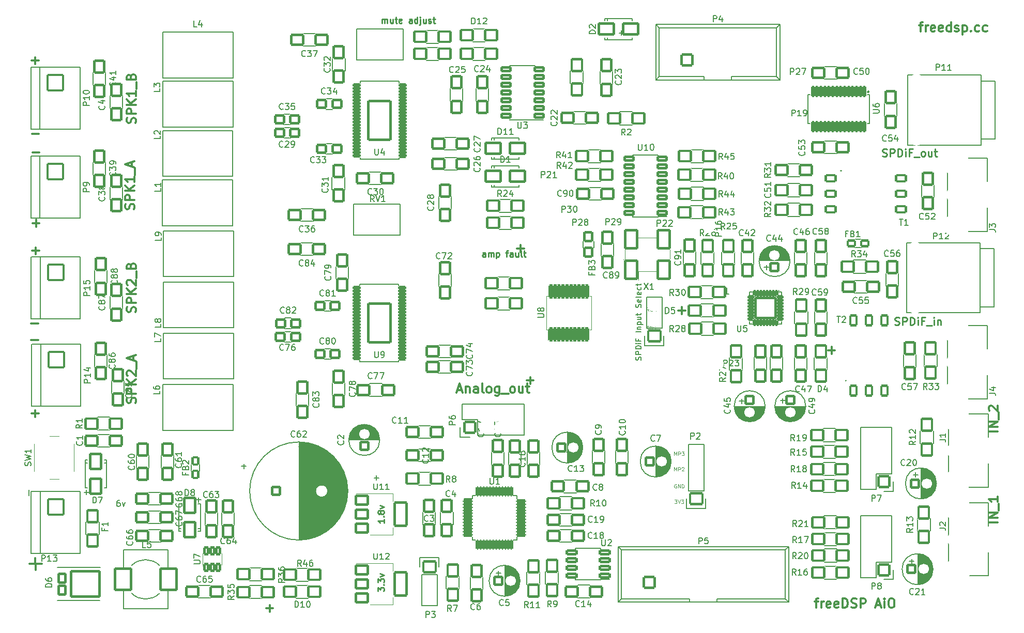
<source format=gto>
G04 #@! TF.GenerationSoftware,KiCad,Pcbnew,7.0.10*
G04 #@! TF.CreationDate,2024-01-29T13:32:03+01:00*
G04 #@! TF.ProjectId,smd_aio,736d645f-6169-46f2-9e6b-696361645f70,rev?*
G04 #@! TF.SameCoordinates,Original*
G04 #@! TF.FileFunction,Legend,Top*
G04 #@! TF.FilePolarity,Positive*
%FSLAX46Y46*%
G04 Gerber Fmt 4.6, Leading zero omitted, Abs format (unit mm)*
G04 Created by KiCad (PCBNEW 7.0.10) date 2024-01-29 13:32:03*
%MOMM*%
%LPD*%
G01*
G04 APERTURE LIST*
G04 Aperture macros list*
%AMRoundRect*
0 Rectangle with rounded corners*
0 $1 Rounding radius*
0 $2 $3 $4 $5 $6 $7 $8 $9 X,Y pos of 4 corners*
0 Add a 4 corners polygon primitive as box body*
4,1,4,$2,$3,$4,$5,$6,$7,$8,$9,$2,$3,0*
0 Add four circle primitives for the rounded corners*
1,1,$1+$1,$2,$3*
1,1,$1+$1,$4,$5*
1,1,$1+$1,$6,$7*
1,1,$1+$1,$8,$9*
0 Add four rect primitives between the rounded corners*
20,1,$1+$1,$2,$3,$4,$5,0*
20,1,$1+$1,$4,$5,$6,$7,0*
20,1,$1+$1,$6,$7,$8,$9,0*
20,1,$1+$1,$8,$9,$2,$3,0*%
G04 Aperture macros list end*
%ADD10C,0.250000*%
%ADD11C,0.300000*%
%ADD12C,0.200000*%
%ADD13C,0.100000*%
%ADD14C,0.150000*%
%ADD15C,0.120000*%
%ADD16C,0.152400*%
%ADD17C,1.400000*%
%ADD18C,2.100000*%
%ADD19C,1.600000*%
%ADD20RoundRect,0.200000X-1.000000X-0.850000X1.000000X-0.850000X1.000000X0.850000X-1.000000X0.850000X0*%
%ADD21RoundRect,0.200000X-1.000000X-0.800000X1.000000X-0.800000X1.000000X0.800000X-1.000000X0.800000X0*%
%ADD22RoundRect,0.200000X0.650000X-0.650000X0.650000X0.650000X-0.650000X0.650000X-0.650000X-0.650000X0*%
%ADD23C,1.700000*%
%ADD24RoundRect,0.200000X0.800000X-1.000000X0.800000X1.000000X-0.800000X1.000000X-0.800000X-1.000000X0*%
%ADD25RoundRect,0.200000X-0.650000X-0.650000X0.650000X-0.650000X0.650000X0.650000X-0.650000X0.650000X0*%
%ADD26RoundRect,0.200000X1.000000X0.800000X-1.000000X0.800000X-1.000000X-0.800000X1.000000X-0.800000X0*%
%ADD27RoundRect,0.200000X-0.800000X1.000000X-0.800000X-1.000000X0.800000X-1.000000X0.800000X1.000000X0*%
%ADD28RoundRect,0.200000X-0.650000X0.650000X-0.650000X-0.650000X0.650000X-0.650000X0.650000X0.650000X0*%
%ADD29RoundRect,0.200000X-1.249680X-0.900430X1.249680X-0.900430X1.249680X0.900430X-1.249680X0.900430X0*%
%ADD30RoundRect,0.200000X1.000000X0.850000X-1.000000X0.850000X-1.000000X-0.850000X1.000000X-0.850000X0*%
%ADD31RoundRect,0.200000X0.850000X-1.000000X0.850000X1.000000X-0.850000X1.000000X-0.850000X-1.000000X0*%
%ADD32RoundRect,0.200000X-0.900430X1.249680X-0.900430X-1.249680X0.900430X-1.249680X0.900430X1.249680X0*%
%ADD33RoundRect,0.200000X0.900430X-1.249680X0.900430X1.249680X-0.900430X1.249680X-0.900430X-1.249680X0*%
%ADD34RoundRect,0.200000X-0.850000X1.000000X-0.850000X-1.000000X0.850000X-1.000000X0.850000X1.000000X0*%
%ADD35RoundRect,0.200000X-0.600000X-0.450000X0.600000X-0.450000X0.600000X0.450000X-0.600000X0.450000X0*%
%ADD36RoundRect,0.200000X0.450000X-0.600000X0.450000X0.600000X-0.450000X0.600000X-0.450000X-0.600000X0*%
%ADD37RoundRect,0.200000X0.625000X-0.750000X0.625000X0.750000X-0.625000X0.750000X-0.625000X-0.750000X0*%
%ADD38O,3.400000X2.700000*%
%ADD39O,4.400000X3.600000*%
%ADD40O,3.600000X4.400000*%
%ADD41C,1.800000*%
%ADD42RoundRect,0.200000X1.016000X0.863600X-1.016000X0.863600X-1.016000X-0.863600X1.016000X-0.863600X0*%
%ADD43O,2.432000X2.127200*%
%ADD44RoundRect,0.200000X-1.016000X-0.863600X1.016000X-0.863600X1.016000X0.863600X-1.016000X0.863600X0*%
%ADD45RoundRect,0.200000X-0.863600X-0.863600X0.863600X-0.863600X0.863600X0.863600X-0.863600X0.863600X0*%
%ADD46O,2.127200X2.127200*%
%ADD47RoundRect,0.200000X0.863600X0.863600X-0.863600X0.863600X-0.863600X-0.863600X0.863600X-0.863600X0*%
%ADD48RoundRect,0.200000X-1.270000X1.270000X-1.270000X-1.270000X1.270000X-1.270000X1.270000X1.270000X0*%
%ADD49C,2.940000*%
%ADD50C,2.500000*%
%ADD51C,2.000000*%
%ADD52C,1.900000*%
%ADD53C,2.400000*%
%ADD54RoundRect,0.200000X-0.650000X-0.125000X0.650000X-0.125000X0.650000X0.125000X-0.650000X0.125000X0*%
%ADD55RoundRect,0.200000X0.125000X-0.650000X0.125000X0.650000X-0.125000X0.650000X-0.125000X-0.650000X0*%
%ADD56RoundRect,0.200000X0.775000X0.300000X-0.775000X0.300000X-0.775000X-0.300000X0.775000X-0.300000X0*%
%ADD57RoundRect,0.200000X0.750000X0.300000X-0.750000X0.300000X-0.750000X-0.300000X0.750000X-0.300000X0*%
%ADD58RoundRect,0.200000X0.500000X0.142500X-0.500000X0.142500X-0.500000X-0.142500X0.500000X-0.142500X0*%
%ADD59RoundRect,0.200000X1.800000X3.200000X-1.800000X3.200000X-1.800000X-3.200000X1.800000X-3.200000X0*%
%ADD60RoundRect,0.200000X-0.139700X-0.406400X0.139700X-0.406400X0.139700X0.406400X-0.139700X0.406400X0*%
%ADD61RoundRect,0.200000X-0.406400X0.139700X-0.406400X-0.139700X0.406400X-0.139700X0.406400X0.139700X0*%
%ADD62RoundRect,0.200000X-1.676400X1.676400X-1.676400X-1.676400X1.676400X-1.676400X1.676400X1.676400X0*%
%ADD63RoundRect,0.200000X-0.177800X0.723900X-0.177800X-0.723900X0.177800X-0.723900X0.177800X0.723900X0*%
%ADD64RoundRect,0.200000X0.300000X-0.550000X0.300000X0.550000X-0.300000X0.550000X-0.300000X-0.550000X0*%
%ADD65RoundRect,0.200000X-0.990000X-1.500000X0.990000X-1.500000X0.990000X1.500000X-0.990000X1.500000X0*%
%ADD66RoundRect,0.200000X-0.750000X-0.625000X0.750000X-0.625000X0.750000X0.625000X-0.750000X0.625000X0*%
%ADD67RoundRect,0.200000X1.325000X1.750000X-1.325000X1.750000X-1.325000X-1.750000X1.325000X-1.750000X0*%
%ADD68RoundRect,0.200000X0.863600X-0.863600X0.863600X0.863600X-0.863600X0.863600X-0.863600X-0.863600X0*%
%ADD69RoundRect,0.200000X-0.800000X-0.500000X0.800000X-0.500000X0.800000X0.500000X-0.800000X0.500000X0*%
%ADD70RoundRect,0.200000X0.500000X-0.800000X0.500000X0.800000X-0.500000X0.800000X-0.500000X-0.800000X0*%
%ADD71RoundRect,0.200000X2.335000X2.080000X-2.335000X2.080000X-2.335000X-2.080000X2.335000X-2.080000X0*%
%ADD72RoundRect,0.200000X0.580000X0.730000X-0.580000X0.730000X-0.580000X-0.730000X0.580000X-0.730000X0*%
%ADD73RoundRect,0.225000X0.225000X-0.925000X0.225000X0.925000X-0.225000X0.925000X-0.225000X-0.925000X0*%
%ADD74RoundRect,0.200000X-1.000000X-0.750000X1.000000X-0.750000X1.000000X0.750000X-1.000000X0.750000X0*%
%ADD75RoundRect,0.200000X-1.000000X-1.900000X1.000000X-1.900000X1.000000X1.900000X-1.000000X1.900000X0*%
G04 APERTURE END LIST*
D10*
X76665619Y-111918570D02*
X76665619Y-111299523D01*
X76665619Y-111299523D02*
X77046571Y-111632856D01*
X77046571Y-111632856D02*
X77046571Y-111489999D01*
X77046571Y-111489999D02*
X77094190Y-111394761D01*
X77094190Y-111394761D02*
X77141809Y-111347142D01*
X77141809Y-111347142D02*
X77237047Y-111299523D01*
X77237047Y-111299523D02*
X77475142Y-111299523D01*
X77475142Y-111299523D02*
X77570380Y-111347142D01*
X77570380Y-111347142D02*
X77618000Y-111394761D01*
X77618000Y-111394761D02*
X77665619Y-111489999D01*
X77665619Y-111489999D02*
X77665619Y-111775713D01*
X77665619Y-111775713D02*
X77618000Y-111870951D01*
X77618000Y-111870951D02*
X77570380Y-111918570D01*
X77570380Y-110870951D02*
X77618000Y-110823332D01*
X77618000Y-110823332D02*
X77665619Y-110870951D01*
X77665619Y-110870951D02*
X77618000Y-110918570D01*
X77618000Y-110918570D02*
X77570380Y-110870951D01*
X77570380Y-110870951D02*
X77665619Y-110870951D01*
X76665619Y-110489999D02*
X76665619Y-109870952D01*
X76665619Y-109870952D02*
X77046571Y-110204285D01*
X77046571Y-110204285D02*
X77046571Y-110061428D01*
X77046571Y-110061428D02*
X77094190Y-109966190D01*
X77094190Y-109966190D02*
X77141809Y-109918571D01*
X77141809Y-109918571D02*
X77237047Y-109870952D01*
X77237047Y-109870952D02*
X77475142Y-109870952D01*
X77475142Y-109870952D02*
X77570380Y-109918571D01*
X77570380Y-109918571D02*
X77618000Y-109966190D01*
X77618000Y-109966190D02*
X77665619Y-110061428D01*
X77665619Y-110061428D02*
X77665619Y-110347142D01*
X77665619Y-110347142D02*
X77618000Y-110442380D01*
X77618000Y-110442380D02*
X77570380Y-110489999D01*
X76998952Y-109537618D02*
X77665619Y-109299523D01*
X77665619Y-109299523D02*
X76998952Y-109061428D01*
X77665619Y-100123523D02*
X77665619Y-100694951D01*
X77665619Y-100409237D02*
X76665619Y-100409237D01*
X76665619Y-100409237D02*
X76808476Y-100504475D01*
X76808476Y-100504475D02*
X76903714Y-100599713D01*
X76903714Y-100599713D02*
X76951333Y-100694951D01*
X77570380Y-99694951D02*
X77618000Y-99647332D01*
X77618000Y-99647332D02*
X77665619Y-99694951D01*
X77665619Y-99694951D02*
X77618000Y-99742570D01*
X77618000Y-99742570D02*
X77570380Y-99694951D01*
X77570380Y-99694951D02*
X77665619Y-99694951D01*
X77094190Y-99075904D02*
X77046571Y-99171142D01*
X77046571Y-99171142D02*
X76998952Y-99218761D01*
X76998952Y-99218761D02*
X76903714Y-99266380D01*
X76903714Y-99266380D02*
X76856095Y-99266380D01*
X76856095Y-99266380D02*
X76760857Y-99218761D01*
X76760857Y-99218761D02*
X76713238Y-99171142D01*
X76713238Y-99171142D02*
X76665619Y-99075904D01*
X76665619Y-99075904D02*
X76665619Y-98885428D01*
X76665619Y-98885428D02*
X76713238Y-98790190D01*
X76713238Y-98790190D02*
X76760857Y-98742571D01*
X76760857Y-98742571D02*
X76856095Y-98694952D01*
X76856095Y-98694952D02*
X76903714Y-98694952D01*
X76903714Y-98694952D02*
X76998952Y-98742571D01*
X76998952Y-98742571D02*
X77046571Y-98790190D01*
X77046571Y-98790190D02*
X77094190Y-98885428D01*
X77094190Y-98885428D02*
X77094190Y-99075904D01*
X77094190Y-99075904D02*
X77141809Y-99171142D01*
X77141809Y-99171142D02*
X77189428Y-99218761D01*
X77189428Y-99218761D02*
X77284666Y-99266380D01*
X77284666Y-99266380D02*
X77475142Y-99266380D01*
X77475142Y-99266380D02*
X77570380Y-99218761D01*
X77570380Y-99218761D02*
X77618000Y-99171142D01*
X77618000Y-99171142D02*
X77665619Y-99075904D01*
X77665619Y-99075904D02*
X77665619Y-98885428D01*
X77665619Y-98885428D02*
X77618000Y-98790190D01*
X77618000Y-98790190D02*
X77570380Y-98742571D01*
X77570380Y-98742571D02*
X77475142Y-98694952D01*
X77475142Y-98694952D02*
X77284666Y-98694952D01*
X77284666Y-98694952D02*
X77189428Y-98742571D01*
X77189428Y-98742571D02*
X77141809Y-98790190D01*
X77141809Y-98790190D02*
X77094190Y-98885428D01*
X76998952Y-98361618D02*
X77665619Y-98123523D01*
X77665619Y-98123523D02*
X76998952Y-97885428D01*
X94258189Y-57091619D02*
X94258189Y-56567809D01*
X94258189Y-56567809D02*
X94210570Y-56472571D01*
X94210570Y-56472571D02*
X94115332Y-56424952D01*
X94115332Y-56424952D02*
X93924856Y-56424952D01*
X93924856Y-56424952D02*
X93829618Y-56472571D01*
X94258189Y-57044000D02*
X94162951Y-57091619D01*
X94162951Y-57091619D02*
X93924856Y-57091619D01*
X93924856Y-57091619D02*
X93829618Y-57044000D01*
X93829618Y-57044000D02*
X93781999Y-56948761D01*
X93781999Y-56948761D02*
X93781999Y-56853523D01*
X93781999Y-56853523D02*
X93829618Y-56758285D01*
X93829618Y-56758285D02*
X93924856Y-56710666D01*
X93924856Y-56710666D02*
X94162951Y-56710666D01*
X94162951Y-56710666D02*
X94258189Y-56663047D01*
X94734380Y-57091619D02*
X94734380Y-56424952D01*
X94734380Y-56520190D02*
X94781999Y-56472571D01*
X94781999Y-56472571D02*
X94877237Y-56424952D01*
X94877237Y-56424952D02*
X95020094Y-56424952D01*
X95020094Y-56424952D02*
X95115332Y-56472571D01*
X95115332Y-56472571D02*
X95162951Y-56567809D01*
X95162951Y-56567809D02*
X95162951Y-57091619D01*
X95162951Y-56567809D02*
X95210570Y-56472571D01*
X95210570Y-56472571D02*
X95305808Y-56424952D01*
X95305808Y-56424952D02*
X95448665Y-56424952D01*
X95448665Y-56424952D02*
X95543904Y-56472571D01*
X95543904Y-56472571D02*
X95591523Y-56567809D01*
X95591523Y-56567809D02*
X95591523Y-57091619D01*
X96067713Y-56424952D02*
X96067713Y-57424952D01*
X96067713Y-56472571D02*
X96162951Y-56424952D01*
X96162951Y-56424952D02*
X96353427Y-56424952D01*
X96353427Y-56424952D02*
X96448665Y-56472571D01*
X96448665Y-56472571D02*
X96496284Y-56520190D01*
X96496284Y-56520190D02*
X96543903Y-56615428D01*
X96543903Y-56615428D02*
X96543903Y-56901142D01*
X96543903Y-56901142D02*
X96496284Y-56996380D01*
X96496284Y-56996380D02*
X96448665Y-57044000D01*
X96448665Y-57044000D02*
X96353427Y-57091619D01*
X96353427Y-57091619D02*
X96162951Y-57091619D01*
X96162951Y-57091619D02*
X96067713Y-57044000D01*
X97591523Y-56424952D02*
X97972475Y-56424952D01*
X97734380Y-57091619D02*
X97734380Y-56234476D01*
X97734380Y-56234476D02*
X97781999Y-56139238D01*
X97781999Y-56139238D02*
X97877237Y-56091619D01*
X97877237Y-56091619D02*
X97972475Y-56091619D01*
X98734380Y-57091619D02*
X98734380Y-56567809D01*
X98734380Y-56567809D02*
X98686761Y-56472571D01*
X98686761Y-56472571D02*
X98591523Y-56424952D01*
X98591523Y-56424952D02*
X98401047Y-56424952D01*
X98401047Y-56424952D02*
X98305809Y-56472571D01*
X98734380Y-57044000D02*
X98639142Y-57091619D01*
X98639142Y-57091619D02*
X98401047Y-57091619D01*
X98401047Y-57091619D02*
X98305809Y-57044000D01*
X98305809Y-57044000D02*
X98258190Y-56948761D01*
X98258190Y-56948761D02*
X98258190Y-56853523D01*
X98258190Y-56853523D02*
X98305809Y-56758285D01*
X98305809Y-56758285D02*
X98401047Y-56710666D01*
X98401047Y-56710666D02*
X98639142Y-56710666D01*
X98639142Y-56710666D02*
X98734380Y-56663047D01*
X99639142Y-56424952D02*
X99639142Y-57091619D01*
X99210571Y-56424952D02*
X99210571Y-56948761D01*
X99210571Y-56948761D02*
X99258190Y-57044000D01*
X99258190Y-57044000D02*
X99353428Y-57091619D01*
X99353428Y-57091619D02*
X99496285Y-57091619D01*
X99496285Y-57091619D02*
X99591523Y-57044000D01*
X99591523Y-57044000D02*
X99639142Y-56996380D01*
X100258190Y-57091619D02*
X100162952Y-57044000D01*
X100162952Y-57044000D02*
X100115333Y-56948761D01*
X100115333Y-56948761D02*
X100115333Y-56091619D01*
X100496286Y-56424952D02*
X100877238Y-56424952D01*
X100639143Y-56091619D02*
X100639143Y-56948761D01*
X100639143Y-56948761D02*
X100686762Y-57044000D01*
X100686762Y-57044000D02*
X100782000Y-57091619D01*
X100782000Y-57091619D02*
X100877238Y-57091619D01*
X77350048Y-18821887D02*
X77350048Y-18155220D01*
X77350048Y-18250458D02*
X77397667Y-18202839D01*
X77397667Y-18202839D02*
X77492905Y-18155220D01*
X77492905Y-18155220D02*
X77635762Y-18155220D01*
X77635762Y-18155220D02*
X77731000Y-18202839D01*
X77731000Y-18202839D02*
X77778619Y-18298077D01*
X77778619Y-18298077D02*
X77778619Y-18821887D01*
X77778619Y-18298077D02*
X77826238Y-18202839D01*
X77826238Y-18202839D02*
X77921476Y-18155220D01*
X77921476Y-18155220D02*
X78064333Y-18155220D01*
X78064333Y-18155220D02*
X78159572Y-18202839D01*
X78159572Y-18202839D02*
X78207191Y-18298077D01*
X78207191Y-18298077D02*
X78207191Y-18821887D01*
X79111952Y-18155220D02*
X79111952Y-18821887D01*
X78683381Y-18155220D02*
X78683381Y-18679029D01*
X78683381Y-18679029D02*
X78731000Y-18774268D01*
X78731000Y-18774268D02*
X78826238Y-18821887D01*
X78826238Y-18821887D02*
X78969095Y-18821887D01*
X78969095Y-18821887D02*
X79064333Y-18774268D01*
X79064333Y-18774268D02*
X79111952Y-18726648D01*
X79445286Y-18155220D02*
X79826238Y-18155220D01*
X79588143Y-17821887D02*
X79588143Y-18679029D01*
X79588143Y-18679029D02*
X79635762Y-18774268D01*
X79635762Y-18774268D02*
X79731000Y-18821887D01*
X79731000Y-18821887D02*
X79826238Y-18821887D01*
X80540524Y-18774268D02*
X80445286Y-18821887D01*
X80445286Y-18821887D02*
X80254810Y-18821887D01*
X80254810Y-18821887D02*
X80159572Y-18774268D01*
X80159572Y-18774268D02*
X80111953Y-18679029D01*
X80111953Y-18679029D02*
X80111953Y-18298077D01*
X80111953Y-18298077D02*
X80159572Y-18202839D01*
X80159572Y-18202839D02*
X80254810Y-18155220D01*
X80254810Y-18155220D02*
X80445286Y-18155220D01*
X80445286Y-18155220D02*
X80540524Y-18202839D01*
X80540524Y-18202839D02*
X80588143Y-18298077D01*
X80588143Y-18298077D02*
X80588143Y-18393315D01*
X80588143Y-18393315D02*
X80111953Y-18488553D01*
X82207191Y-18821887D02*
X82207191Y-18298077D01*
X82207191Y-18298077D02*
X82159572Y-18202839D01*
X82159572Y-18202839D02*
X82064334Y-18155220D01*
X82064334Y-18155220D02*
X81873858Y-18155220D01*
X81873858Y-18155220D02*
X81778620Y-18202839D01*
X82207191Y-18774268D02*
X82111953Y-18821887D01*
X82111953Y-18821887D02*
X81873858Y-18821887D01*
X81873858Y-18821887D02*
X81778620Y-18774268D01*
X81778620Y-18774268D02*
X81731001Y-18679029D01*
X81731001Y-18679029D02*
X81731001Y-18583791D01*
X81731001Y-18583791D02*
X81778620Y-18488553D01*
X81778620Y-18488553D02*
X81873858Y-18440934D01*
X81873858Y-18440934D02*
X82111953Y-18440934D01*
X82111953Y-18440934D02*
X82207191Y-18393315D01*
X83111953Y-18821887D02*
X83111953Y-17821887D01*
X83111953Y-18774268D02*
X83016715Y-18821887D01*
X83016715Y-18821887D02*
X82826239Y-18821887D01*
X82826239Y-18821887D02*
X82731001Y-18774268D01*
X82731001Y-18774268D02*
X82683382Y-18726648D01*
X82683382Y-18726648D02*
X82635763Y-18631410D01*
X82635763Y-18631410D02*
X82635763Y-18345696D01*
X82635763Y-18345696D02*
X82683382Y-18250458D01*
X82683382Y-18250458D02*
X82731001Y-18202839D01*
X82731001Y-18202839D02*
X82826239Y-18155220D01*
X82826239Y-18155220D02*
X83016715Y-18155220D01*
X83016715Y-18155220D02*
X83111953Y-18202839D01*
X83588144Y-18155220D02*
X83588144Y-19012363D01*
X83588144Y-19012363D02*
X83540525Y-19107601D01*
X83540525Y-19107601D02*
X83445287Y-19155220D01*
X83445287Y-19155220D02*
X83397668Y-19155220D01*
X83588144Y-17821887D02*
X83540525Y-17869506D01*
X83540525Y-17869506D02*
X83588144Y-17917125D01*
X83588144Y-17917125D02*
X83635763Y-17869506D01*
X83635763Y-17869506D02*
X83588144Y-17821887D01*
X83588144Y-17821887D02*
X83588144Y-17917125D01*
X84492905Y-18155220D02*
X84492905Y-18821887D01*
X84064334Y-18155220D02*
X84064334Y-18679029D01*
X84064334Y-18679029D02*
X84111953Y-18774268D01*
X84111953Y-18774268D02*
X84207191Y-18821887D01*
X84207191Y-18821887D02*
X84350048Y-18821887D01*
X84350048Y-18821887D02*
X84445286Y-18774268D01*
X84445286Y-18774268D02*
X84492905Y-18726648D01*
X84921477Y-18774268D02*
X85016715Y-18821887D01*
X85016715Y-18821887D02*
X85207191Y-18821887D01*
X85207191Y-18821887D02*
X85302429Y-18774268D01*
X85302429Y-18774268D02*
X85350048Y-18679029D01*
X85350048Y-18679029D02*
X85350048Y-18631410D01*
X85350048Y-18631410D02*
X85302429Y-18536172D01*
X85302429Y-18536172D02*
X85207191Y-18488553D01*
X85207191Y-18488553D02*
X85064334Y-18488553D01*
X85064334Y-18488553D02*
X84969096Y-18440934D01*
X84969096Y-18440934D02*
X84921477Y-18345696D01*
X84921477Y-18345696D02*
X84921477Y-18298077D01*
X84921477Y-18298077D02*
X84969096Y-18202839D01*
X84969096Y-18202839D02*
X85064334Y-18155220D01*
X85064334Y-18155220D02*
X85207191Y-18155220D01*
X85207191Y-18155220D02*
X85302429Y-18202839D01*
X85635763Y-18155220D02*
X86016715Y-18155220D01*
X85778620Y-17821887D02*
X85778620Y-18679029D01*
X85778620Y-18679029D02*
X85826239Y-18774268D01*
X85826239Y-18774268D02*
X85921477Y-18821887D01*
X85921477Y-18821887D02*
X86016715Y-18821887D01*
D11*
X20542000Y-106475000D02*
X20606000Y-108409000D01*
X19558000Y-107442000D02*
X21590000Y-107442000D01*
D12*
X19510000Y-95320000D02*
X19510000Y-96209000D01*
X107399048Y-89131266D02*
X108160953Y-89131266D01*
X107780000Y-89512219D02*
X107780000Y-88750314D01*
X96019048Y-108951266D02*
X96780953Y-108951266D01*
X96400000Y-109332219D02*
X96400000Y-108570314D01*
X95849048Y-88801266D02*
X96610953Y-88801266D01*
X96230000Y-89182219D02*
X96230000Y-88420314D01*
X164349048Y-92821266D02*
X165110953Y-92821266D01*
X164730000Y-93202219D02*
X164730000Y-92440314D01*
X163729048Y-107011266D02*
X164490953Y-107011266D01*
X164110000Y-107392219D02*
X164110000Y-106630314D01*
X139909048Y-58841266D02*
X140670953Y-58841266D01*
X140290000Y-59222219D02*
X140290000Y-58460314D01*
X135869048Y-80791266D02*
X136630953Y-80791266D01*
X136250000Y-81172219D02*
X136250000Y-80410314D01*
X142579048Y-80671266D02*
X143340953Y-80671266D01*
X142960000Y-81052219D02*
X142960000Y-80290314D01*
X54319048Y-91431266D02*
X55080953Y-91431266D01*
X54700000Y-91812219D02*
X54700000Y-91050314D01*
X63669048Y-88231266D02*
X64430953Y-88231266D01*
X64050000Y-88612219D02*
X64050000Y-87850314D01*
X116189048Y-20431266D02*
X116950953Y-20431266D01*
X116570000Y-20812219D02*
X116570000Y-20050314D01*
X28549048Y-95701266D02*
X29310953Y-95701266D01*
X28930000Y-96082219D02*
X28930000Y-95320314D01*
X46909048Y-96951266D02*
X47670953Y-96951266D01*
X47290000Y-97332219D02*
X47290000Y-96570314D01*
D13*
X125198286Y-89680371D02*
X125198286Y-89080371D01*
X125198286Y-89080371D02*
X125398286Y-89508942D01*
X125398286Y-89508942D02*
X125598286Y-89080371D01*
X125598286Y-89080371D02*
X125598286Y-89680371D01*
X125884000Y-89680371D02*
X125884000Y-89080371D01*
X125884000Y-89080371D02*
X126112571Y-89080371D01*
X126112571Y-89080371D02*
X126169714Y-89108942D01*
X126169714Y-89108942D02*
X126198285Y-89137514D01*
X126198285Y-89137514D02*
X126226857Y-89194657D01*
X126226857Y-89194657D02*
X126226857Y-89280371D01*
X126226857Y-89280371D02*
X126198285Y-89337514D01*
X126198285Y-89337514D02*
X126169714Y-89366085D01*
X126169714Y-89366085D02*
X126112571Y-89394657D01*
X126112571Y-89394657D02*
X125884000Y-89394657D01*
X126426857Y-89080371D02*
X126798285Y-89080371D01*
X126798285Y-89080371D02*
X126598285Y-89308942D01*
X126598285Y-89308942D02*
X126684000Y-89308942D01*
X126684000Y-89308942D02*
X126741143Y-89337514D01*
X126741143Y-89337514D02*
X126769714Y-89366085D01*
X126769714Y-89366085D02*
X126798285Y-89423228D01*
X126798285Y-89423228D02*
X126798285Y-89566085D01*
X126798285Y-89566085D02*
X126769714Y-89623228D01*
X126769714Y-89623228D02*
X126741143Y-89651800D01*
X126741143Y-89651800D02*
X126684000Y-89680371D01*
X126684000Y-89680371D02*
X126512571Y-89680371D01*
X126512571Y-89680371D02*
X126455428Y-89651800D01*
X126455428Y-89651800D02*
X126426857Y-89623228D01*
D14*
X119745700Y-74032286D02*
X119788557Y-73903715D01*
X119788557Y-73903715D02*
X119788557Y-73689429D01*
X119788557Y-73689429D02*
X119745700Y-73603715D01*
X119745700Y-73603715D02*
X119702842Y-73560857D01*
X119702842Y-73560857D02*
X119617128Y-73518000D01*
X119617128Y-73518000D02*
X119531414Y-73518000D01*
X119531414Y-73518000D02*
X119445700Y-73560857D01*
X119445700Y-73560857D02*
X119402842Y-73603715D01*
X119402842Y-73603715D02*
X119359985Y-73689429D01*
X119359985Y-73689429D02*
X119317128Y-73860857D01*
X119317128Y-73860857D02*
X119274271Y-73946572D01*
X119274271Y-73946572D02*
X119231414Y-73989429D01*
X119231414Y-73989429D02*
X119145700Y-74032286D01*
X119145700Y-74032286D02*
X119059985Y-74032286D01*
X119059985Y-74032286D02*
X118974271Y-73989429D01*
X118974271Y-73989429D02*
X118931414Y-73946572D01*
X118931414Y-73946572D02*
X118888557Y-73860857D01*
X118888557Y-73860857D02*
X118888557Y-73646572D01*
X118888557Y-73646572D02*
X118931414Y-73518000D01*
X119788557Y-73132286D02*
X118888557Y-73132286D01*
X118888557Y-73132286D02*
X118888557Y-72789429D01*
X118888557Y-72789429D02*
X118931414Y-72703714D01*
X118931414Y-72703714D02*
X118974271Y-72660857D01*
X118974271Y-72660857D02*
X119059985Y-72618000D01*
X119059985Y-72618000D02*
X119188557Y-72618000D01*
X119188557Y-72618000D02*
X119274271Y-72660857D01*
X119274271Y-72660857D02*
X119317128Y-72703714D01*
X119317128Y-72703714D02*
X119359985Y-72789429D01*
X119359985Y-72789429D02*
X119359985Y-73132286D01*
X119788557Y-72232286D02*
X118888557Y-72232286D01*
X118888557Y-72232286D02*
X118888557Y-72018000D01*
X118888557Y-72018000D02*
X118931414Y-71889429D01*
X118931414Y-71889429D02*
X119017128Y-71803714D01*
X119017128Y-71803714D02*
X119102842Y-71760857D01*
X119102842Y-71760857D02*
X119274271Y-71718000D01*
X119274271Y-71718000D02*
X119402842Y-71718000D01*
X119402842Y-71718000D02*
X119574271Y-71760857D01*
X119574271Y-71760857D02*
X119659985Y-71803714D01*
X119659985Y-71803714D02*
X119745700Y-71889429D01*
X119745700Y-71889429D02*
X119788557Y-72018000D01*
X119788557Y-72018000D02*
X119788557Y-72232286D01*
X119788557Y-71332286D02*
X119188557Y-71332286D01*
X118888557Y-71332286D02*
X118931414Y-71375143D01*
X118931414Y-71375143D02*
X118974271Y-71332286D01*
X118974271Y-71332286D02*
X118931414Y-71289429D01*
X118931414Y-71289429D02*
X118888557Y-71332286D01*
X118888557Y-71332286D02*
X118974271Y-71332286D01*
X119317128Y-70603715D02*
X119317128Y-70903715D01*
X119788557Y-70903715D02*
X118888557Y-70903715D01*
X118888557Y-70903715D02*
X118888557Y-70475143D01*
X119788557Y-69446572D02*
X118888557Y-69446572D01*
X119188557Y-69018001D02*
X119788557Y-69018001D01*
X119274271Y-69018001D02*
X119231414Y-68975144D01*
X119231414Y-68975144D02*
X119188557Y-68889429D01*
X119188557Y-68889429D02*
X119188557Y-68760858D01*
X119188557Y-68760858D02*
X119231414Y-68675144D01*
X119231414Y-68675144D02*
X119317128Y-68632287D01*
X119317128Y-68632287D02*
X119788557Y-68632287D01*
X119188557Y-68203715D02*
X120088557Y-68203715D01*
X119231414Y-68203715D02*
X119188557Y-68118001D01*
X119188557Y-68118001D02*
X119188557Y-67946572D01*
X119188557Y-67946572D02*
X119231414Y-67860858D01*
X119231414Y-67860858D02*
X119274271Y-67818001D01*
X119274271Y-67818001D02*
X119359985Y-67775143D01*
X119359985Y-67775143D02*
X119617128Y-67775143D01*
X119617128Y-67775143D02*
X119702842Y-67818001D01*
X119702842Y-67818001D02*
X119745700Y-67860858D01*
X119745700Y-67860858D02*
X119788557Y-67946572D01*
X119788557Y-67946572D02*
X119788557Y-68118001D01*
X119788557Y-68118001D02*
X119745700Y-68203715D01*
X119188557Y-67003715D02*
X119788557Y-67003715D01*
X119188557Y-67389429D02*
X119659985Y-67389429D01*
X119659985Y-67389429D02*
X119745700Y-67346572D01*
X119745700Y-67346572D02*
X119788557Y-67260857D01*
X119788557Y-67260857D02*
X119788557Y-67132286D01*
X119788557Y-67132286D02*
X119745700Y-67046572D01*
X119745700Y-67046572D02*
X119702842Y-67003715D01*
X119188557Y-66703714D02*
X119188557Y-66360857D01*
X118888557Y-66575143D02*
X119659985Y-66575143D01*
X119659985Y-66575143D02*
X119745700Y-66532286D01*
X119745700Y-66532286D02*
X119788557Y-66446571D01*
X119788557Y-66446571D02*
X119788557Y-66360857D01*
X119745700Y-65418000D02*
X119788557Y-65289429D01*
X119788557Y-65289429D02*
X119788557Y-65075143D01*
X119788557Y-65075143D02*
X119745700Y-64989429D01*
X119745700Y-64989429D02*
X119702842Y-64946571D01*
X119702842Y-64946571D02*
X119617128Y-64903714D01*
X119617128Y-64903714D02*
X119531414Y-64903714D01*
X119531414Y-64903714D02*
X119445700Y-64946571D01*
X119445700Y-64946571D02*
X119402842Y-64989429D01*
X119402842Y-64989429D02*
X119359985Y-65075143D01*
X119359985Y-65075143D02*
X119317128Y-65246571D01*
X119317128Y-65246571D02*
X119274271Y-65332286D01*
X119274271Y-65332286D02*
X119231414Y-65375143D01*
X119231414Y-65375143D02*
X119145700Y-65418000D01*
X119145700Y-65418000D02*
X119059985Y-65418000D01*
X119059985Y-65418000D02*
X118974271Y-65375143D01*
X118974271Y-65375143D02*
X118931414Y-65332286D01*
X118931414Y-65332286D02*
X118888557Y-65246571D01*
X118888557Y-65246571D02*
X118888557Y-65032286D01*
X118888557Y-65032286D02*
X118931414Y-64903714D01*
X119745700Y-64175143D02*
X119788557Y-64260857D01*
X119788557Y-64260857D02*
X119788557Y-64432286D01*
X119788557Y-64432286D02*
X119745700Y-64518000D01*
X119745700Y-64518000D02*
X119659985Y-64560857D01*
X119659985Y-64560857D02*
X119317128Y-64560857D01*
X119317128Y-64560857D02*
X119231414Y-64518000D01*
X119231414Y-64518000D02*
X119188557Y-64432286D01*
X119188557Y-64432286D02*
X119188557Y-64260857D01*
X119188557Y-64260857D02*
X119231414Y-64175143D01*
X119231414Y-64175143D02*
X119317128Y-64132286D01*
X119317128Y-64132286D02*
X119402842Y-64132286D01*
X119402842Y-64132286D02*
X119488557Y-64560857D01*
X119788557Y-63617999D02*
X119745700Y-63703714D01*
X119745700Y-63703714D02*
X119659985Y-63746571D01*
X119659985Y-63746571D02*
X118888557Y-63746571D01*
X119745700Y-62932285D02*
X119788557Y-63017999D01*
X119788557Y-63017999D02*
X119788557Y-63189428D01*
X119788557Y-63189428D02*
X119745700Y-63275142D01*
X119745700Y-63275142D02*
X119659985Y-63317999D01*
X119659985Y-63317999D02*
X119317128Y-63317999D01*
X119317128Y-63317999D02*
X119231414Y-63275142D01*
X119231414Y-63275142D02*
X119188557Y-63189428D01*
X119188557Y-63189428D02*
X119188557Y-63017999D01*
X119188557Y-63017999D02*
X119231414Y-62932285D01*
X119231414Y-62932285D02*
X119317128Y-62889428D01*
X119317128Y-62889428D02*
X119402842Y-62889428D01*
X119402842Y-62889428D02*
X119488557Y-63317999D01*
X119745700Y-62117999D02*
X119788557Y-62203713D01*
X119788557Y-62203713D02*
X119788557Y-62375141D01*
X119788557Y-62375141D02*
X119745700Y-62460856D01*
X119745700Y-62460856D02*
X119702842Y-62503713D01*
X119702842Y-62503713D02*
X119617128Y-62546570D01*
X119617128Y-62546570D02*
X119359985Y-62546570D01*
X119359985Y-62546570D02*
X119274271Y-62503713D01*
X119274271Y-62503713D02*
X119231414Y-62460856D01*
X119231414Y-62460856D02*
X119188557Y-62375141D01*
X119188557Y-62375141D02*
X119188557Y-62203713D01*
X119188557Y-62203713D02*
X119231414Y-62117999D01*
X119188557Y-61860855D02*
X119188557Y-61517998D01*
X118888557Y-61732284D02*
X119659985Y-61732284D01*
X119659985Y-61732284D02*
X119745700Y-61689427D01*
X119745700Y-61689427D02*
X119788557Y-61603712D01*
X119788557Y-61603712D02*
X119788557Y-61517998D01*
D11*
X19954571Y-24994900D02*
X21097429Y-24994900D01*
X20526000Y-25566328D02*
X20526000Y-24423471D01*
D10*
X159320238Y-40630750D02*
X159498809Y-40690273D01*
X159498809Y-40690273D02*
X159796428Y-40690273D01*
X159796428Y-40690273D02*
X159915476Y-40630750D01*
X159915476Y-40630750D02*
X159975000Y-40571226D01*
X159975000Y-40571226D02*
X160034523Y-40452178D01*
X160034523Y-40452178D02*
X160034523Y-40333130D01*
X160034523Y-40333130D02*
X159975000Y-40214083D01*
X159975000Y-40214083D02*
X159915476Y-40154559D01*
X159915476Y-40154559D02*
X159796428Y-40095035D01*
X159796428Y-40095035D02*
X159558333Y-40035511D01*
X159558333Y-40035511D02*
X159439285Y-39975988D01*
X159439285Y-39975988D02*
X159379762Y-39916464D01*
X159379762Y-39916464D02*
X159320238Y-39797416D01*
X159320238Y-39797416D02*
X159320238Y-39678369D01*
X159320238Y-39678369D02*
X159379762Y-39559321D01*
X159379762Y-39559321D02*
X159439285Y-39499797D01*
X159439285Y-39499797D02*
X159558333Y-39440273D01*
X159558333Y-39440273D02*
X159855952Y-39440273D01*
X159855952Y-39440273D02*
X160034523Y-39499797D01*
X160570238Y-40690273D02*
X160570238Y-39440273D01*
X160570238Y-39440273D02*
X161046428Y-39440273D01*
X161046428Y-39440273D02*
X161165476Y-39499797D01*
X161165476Y-39499797D02*
X161224999Y-39559321D01*
X161224999Y-39559321D02*
X161284523Y-39678369D01*
X161284523Y-39678369D02*
X161284523Y-39856940D01*
X161284523Y-39856940D02*
X161224999Y-39975988D01*
X161224999Y-39975988D02*
X161165476Y-40035511D01*
X161165476Y-40035511D02*
X161046428Y-40095035D01*
X161046428Y-40095035D02*
X160570238Y-40095035D01*
X161820238Y-40690273D02*
X161820238Y-39440273D01*
X161820238Y-39440273D02*
X162117857Y-39440273D01*
X162117857Y-39440273D02*
X162296428Y-39499797D01*
X162296428Y-39499797D02*
X162415476Y-39618845D01*
X162415476Y-39618845D02*
X162474999Y-39737892D01*
X162474999Y-39737892D02*
X162534523Y-39975988D01*
X162534523Y-39975988D02*
X162534523Y-40154559D01*
X162534523Y-40154559D02*
X162474999Y-40392654D01*
X162474999Y-40392654D02*
X162415476Y-40511702D01*
X162415476Y-40511702D02*
X162296428Y-40630750D01*
X162296428Y-40630750D02*
X162117857Y-40690273D01*
X162117857Y-40690273D02*
X161820238Y-40690273D01*
X163070238Y-40690273D02*
X163070238Y-39856940D01*
X163070238Y-39440273D02*
X163010714Y-39499797D01*
X163010714Y-39499797D02*
X163070238Y-39559321D01*
X163070238Y-39559321D02*
X163129761Y-39499797D01*
X163129761Y-39499797D02*
X163070238Y-39440273D01*
X163070238Y-39440273D02*
X163070238Y-39559321D01*
X164082142Y-40035511D02*
X163665476Y-40035511D01*
X163665476Y-40690273D02*
X163665476Y-39440273D01*
X163665476Y-39440273D02*
X164260714Y-39440273D01*
X164439286Y-40809321D02*
X165391666Y-40809321D01*
X165867857Y-40690273D02*
X165748809Y-40630750D01*
X165748809Y-40630750D02*
X165689286Y-40571226D01*
X165689286Y-40571226D02*
X165629762Y-40452178D01*
X165629762Y-40452178D02*
X165629762Y-40095035D01*
X165629762Y-40095035D02*
X165689286Y-39975988D01*
X165689286Y-39975988D02*
X165748809Y-39916464D01*
X165748809Y-39916464D02*
X165867857Y-39856940D01*
X165867857Y-39856940D02*
X166046428Y-39856940D01*
X166046428Y-39856940D02*
X166165476Y-39916464D01*
X166165476Y-39916464D02*
X166225000Y-39975988D01*
X166225000Y-39975988D02*
X166284524Y-40095035D01*
X166284524Y-40095035D02*
X166284524Y-40452178D01*
X166284524Y-40452178D02*
X166225000Y-40571226D01*
X166225000Y-40571226D02*
X166165476Y-40630750D01*
X166165476Y-40630750D02*
X166046428Y-40690273D01*
X166046428Y-40690273D02*
X165867857Y-40690273D01*
X167355952Y-39856940D02*
X167355952Y-40690273D01*
X166820238Y-39856940D02*
X166820238Y-40511702D01*
X166820238Y-40511702D02*
X166879761Y-40630750D01*
X166879761Y-40630750D02*
X166998809Y-40690273D01*
X166998809Y-40690273D02*
X167177380Y-40690273D01*
X167177380Y-40690273D02*
X167296428Y-40630750D01*
X167296428Y-40630750D02*
X167355952Y-40571226D01*
X167772618Y-39856940D02*
X168248809Y-39856940D01*
X167951190Y-39440273D02*
X167951190Y-40511702D01*
X167951190Y-40511702D02*
X168010713Y-40630750D01*
X168010713Y-40630750D02*
X168129761Y-40690273D01*
X168129761Y-40690273D02*
X168248809Y-40690273D01*
D11*
X36928900Y-35206284D02*
X37000328Y-34991999D01*
X37000328Y-34991999D02*
X37000328Y-34634856D01*
X37000328Y-34634856D02*
X36928900Y-34491999D01*
X36928900Y-34491999D02*
X36857471Y-34420570D01*
X36857471Y-34420570D02*
X36714614Y-34349141D01*
X36714614Y-34349141D02*
X36571757Y-34349141D01*
X36571757Y-34349141D02*
X36428900Y-34420570D01*
X36428900Y-34420570D02*
X36357471Y-34491999D01*
X36357471Y-34491999D02*
X36286042Y-34634856D01*
X36286042Y-34634856D02*
X36214614Y-34920570D01*
X36214614Y-34920570D02*
X36143185Y-35063427D01*
X36143185Y-35063427D02*
X36071757Y-35134856D01*
X36071757Y-35134856D02*
X35928900Y-35206284D01*
X35928900Y-35206284D02*
X35786042Y-35206284D01*
X35786042Y-35206284D02*
X35643185Y-35134856D01*
X35643185Y-35134856D02*
X35571757Y-35063427D01*
X35571757Y-35063427D02*
X35500328Y-34920570D01*
X35500328Y-34920570D02*
X35500328Y-34563427D01*
X35500328Y-34563427D02*
X35571757Y-34349141D01*
X37000328Y-33706285D02*
X35500328Y-33706285D01*
X35500328Y-33706285D02*
X35500328Y-33134856D01*
X35500328Y-33134856D02*
X35571757Y-32991999D01*
X35571757Y-32991999D02*
X35643185Y-32920570D01*
X35643185Y-32920570D02*
X35786042Y-32849142D01*
X35786042Y-32849142D02*
X36000328Y-32849142D01*
X36000328Y-32849142D02*
X36143185Y-32920570D01*
X36143185Y-32920570D02*
X36214614Y-32991999D01*
X36214614Y-32991999D02*
X36286042Y-33134856D01*
X36286042Y-33134856D02*
X36286042Y-33706285D01*
X37000328Y-32206285D02*
X35500328Y-32206285D01*
X37000328Y-31349142D02*
X36143185Y-31991999D01*
X35500328Y-31349142D02*
X36357471Y-32206285D01*
X37000328Y-29920570D02*
X37000328Y-30777713D01*
X37000328Y-30349142D02*
X35500328Y-30349142D01*
X35500328Y-30349142D02*
X35714614Y-30491999D01*
X35714614Y-30491999D02*
X35857471Y-30634856D01*
X35857471Y-30634856D02*
X35928900Y-30777713D01*
X37143185Y-29634857D02*
X37143185Y-28491999D01*
X36214614Y-27634857D02*
X36286042Y-27420571D01*
X36286042Y-27420571D02*
X36357471Y-27349142D01*
X36357471Y-27349142D02*
X36500328Y-27277714D01*
X36500328Y-27277714D02*
X36714614Y-27277714D01*
X36714614Y-27277714D02*
X36857471Y-27349142D01*
X36857471Y-27349142D02*
X36928900Y-27420571D01*
X36928900Y-27420571D02*
X37000328Y-27563428D01*
X37000328Y-27563428D02*
X37000328Y-28134857D01*
X37000328Y-28134857D02*
X35500328Y-28134857D01*
X35500328Y-28134857D02*
X35500328Y-27634857D01*
X35500328Y-27634857D02*
X35571757Y-27492000D01*
X35571757Y-27492000D02*
X35643185Y-27420571D01*
X35643185Y-27420571D02*
X35786042Y-27349142D01*
X35786042Y-27349142D02*
X35928900Y-27349142D01*
X35928900Y-27349142D02*
X36071757Y-27420571D01*
X36071757Y-27420571D02*
X36143185Y-27492000D01*
X36143185Y-27492000D02*
X36214614Y-27634857D01*
X36214614Y-27634857D02*
X36214614Y-28134857D01*
X20029571Y-56144900D02*
X21172429Y-56144900D01*
X20601000Y-56716328D02*
X20601000Y-55573471D01*
X19879571Y-70744900D02*
X21022429Y-70744900D01*
X36928900Y-66194284D02*
X37000328Y-65979999D01*
X37000328Y-65979999D02*
X37000328Y-65622856D01*
X37000328Y-65622856D02*
X36928900Y-65479999D01*
X36928900Y-65479999D02*
X36857471Y-65408570D01*
X36857471Y-65408570D02*
X36714614Y-65337141D01*
X36714614Y-65337141D02*
X36571757Y-65337141D01*
X36571757Y-65337141D02*
X36428900Y-65408570D01*
X36428900Y-65408570D02*
X36357471Y-65479999D01*
X36357471Y-65479999D02*
X36286042Y-65622856D01*
X36286042Y-65622856D02*
X36214614Y-65908570D01*
X36214614Y-65908570D02*
X36143185Y-66051427D01*
X36143185Y-66051427D02*
X36071757Y-66122856D01*
X36071757Y-66122856D02*
X35928900Y-66194284D01*
X35928900Y-66194284D02*
X35786042Y-66194284D01*
X35786042Y-66194284D02*
X35643185Y-66122856D01*
X35643185Y-66122856D02*
X35571757Y-66051427D01*
X35571757Y-66051427D02*
X35500328Y-65908570D01*
X35500328Y-65908570D02*
X35500328Y-65551427D01*
X35500328Y-65551427D02*
X35571757Y-65337141D01*
X37000328Y-64694285D02*
X35500328Y-64694285D01*
X35500328Y-64694285D02*
X35500328Y-64122856D01*
X35500328Y-64122856D02*
X35571757Y-63979999D01*
X35571757Y-63979999D02*
X35643185Y-63908570D01*
X35643185Y-63908570D02*
X35786042Y-63837142D01*
X35786042Y-63837142D02*
X36000328Y-63837142D01*
X36000328Y-63837142D02*
X36143185Y-63908570D01*
X36143185Y-63908570D02*
X36214614Y-63979999D01*
X36214614Y-63979999D02*
X36286042Y-64122856D01*
X36286042Y-64122856D02*
X36286042Y-64694285D01*
X37000328Y-63194285D02*
X35500328Y-63194285D01*
X37000328Y-62337142D02*
X36143185Y-62979999D01*
X35500328Y-62337142D02*
X36357471Y-63194285D01*
X35643185Y-61765713D02*
X35571757Y-61694285D01*
X35571757Y-61694285D02*
X35500328Y-61551428D01*
X35500328Y-61551428D02*
X35500328Y-61194285D01*
X35500328Y-61194285D02*
X35571757Y-61051428D01*
X35571757Y-61051428D02*
X35643185Y-60979999D01*
X35643185Y-60979999D02*
X35786042Y-60908570D01*
X35786042Y-60908570D02*
X35928900Y-60908570D01*
X35928900Y-60908570D02*
X36143185Y-60979999D01*
X36143185Y-60979999D02*
X37000328Y-61837142D01*
X37000328Y-61837142D02*
X37000328Y-60908570D01*
X37143185Y-60622857D02*
X37143185Y-59479999D01*
X36214614Y-58622857D02*
X36286042Y-58408571D01*
X36286042Y-58408571D02*
X36357471Y-58337142D01*
X36357471Y-58337142D02*
X36500328Y-58265714D01*
X36500328Y-58265714D02*
X36714614Y-58265714D01*
X36714614Y-58265714D02*
X36857471Y-58337142D01*
X36857471Y-58337142D02*
X36928900Y-58408571D01*
X36928900Y-58408571D02*
X37000328Y-58551428D01*
X37000328Y-58551428D02*
X37000328Y-59122857D01*
X37000328Y-59122857D02*
X35500328Y-59122857D01*
X35500328Y-59122857D02*
X35500328Y-58622857D01*
X35500328Y-58622857D02*
X35571757Y-58480000D01*
X35571757Y-58480000D02*
X35643185Y-58408571D01*
X35643185Y-58408571D02*
X35786042Y-58337142D01*
X35786042Y-58337142D02*
X35928900Y-58337142D01*
X35928900Y-58337142D02*
X36071757Y-58408571D01*
X36071757Y-58408571D02*
X36143185Y-58480000D01*
X36143185Y-58480000D02*
X36214614Y-58622857D01*
X36214614Y-58622857D02*
X36214614Y-59122857D01*
D12*
X153300000Y-77330457D02*
X153357143Y-77387600D01*
X153357143Y-77387600D02*
X153300000Y-77444742D01*
X153300000Y-77444742D02*
X153242857Y-77387600D01*
X153242857Y-77387600D02*
X153300000Y-77330457D01*
X153300000Y-77330457D02*
X153300000Y-77444742D01*
D11*
X165299143Y-19236328D02*
X165870571Y-19236328D01*
X165513428Y-20236328D02*
X165513428Y-18950614D01*
X165513428Y-18950614D02*
X165584857Y-18807757D01*
X165584857Y-18807757D02*
X165727714Y-18736328D01*
X165727714Y-18736328D02*
X165870571Y-18736328D01*
X166370571Y-20236328D02*
X166370571Y-19236328D01*
X166370571Y-19522042D02*
X166442000Y-19379185D01*
X166442000Y-19379185D02*
X166513429Y-19307757D01*
X166513429Y-19307757D02*
X166656286Y-19236328D01*
X166656286Y-19236328D02*
X166799143Y-19236328D01*
X167870571Y-20164900D02*
X167727714Y-20236328D01*
X167727714Y-20236328D02*
X167442000Y-20236328D01*
X167442000Y-20236328D02*
X167299142Y-20164900D01*
X167299142Y-20164900D02*
X167227714Y-20022042D01*
X167227714Y-20022042D02*
X167227714Y-19450614D01*
X167227714Y-19450614D02*
X167299142Y-19307757D01*
X167299142Y-19307757D02*
X167442000Y-19236328D01*
X167442000Y-19236328D02*
X167727714Y-19236328D01*
X167727714Y-19236328D02*
X167870571Y-19307757D01*
X167870571Y-19307757D02*
X167942000Y-19450614D01*
X167942000Y-19450614D02*
X167942000Y-19593471D01*
X167942000Y-19593471D02*
X167227714Y-19736328D01*
X169156285Y-20164900D02*
X169013428Y-20236328D01*
X169013428Y-20236328D02*
X168727714Y-20236328D01*
X168727714Y-20236328D02*
X168584856Y-20164900D01*
X168584856Y-20164900D02*
X168513428Y-20022042D01*
X168513428Y-20022042D02*
X168513428Y-19450614D01*
X168513428Y-19450614D02*
X168584856Y-19307757D01*
X168584856Y-19307757D02*
X168727714Y-19236328D01*
X168727714Y-19236328D02*
X169013428Y-19236328D01*
X169013428Y-19236328D02*
X169156285Y-19307757D01*
X169156285Y-19307757D02*
X169227714Y-19450614D01*
X169227714Y-19450614D02*
X169227714Y-19593471D01*
X169227714Y-19593471D02*
X168513428Y-19736328D01*
X170513428Y-20236328D02*
X170513428Y-18736328D01*
X170513428Y-20164900D02*
X170370570Y-20236328D01*
X170370570Y-20236328D02*
X170084856Y-20236328D01*
X170084856Y-20236328D02*
X169941999Y-20164900D01*
X169941999Y-20164900D02*
X169870570Y-20093471D01*
X169870570Y-20093471D02*
X169799142Y-19950614D01*
X169799142Y-19950614D02*
X169799142Y-19522042D01*
X169799142Y-19522042D02*
X169870570Y-19379185D01*
X169870570Y-19379185D02*
X169941999Y-19307757D01*
X169941999Y-19307757D02*
X170084856Y-19236328D01*
X170084856Y-19236328D02*
X170370570Y-19236328D01*
X170370570Y-19236328D02*
X170513428Y-19307757D01*
X171156285Y-20164900D02*
X171299142Y-20236328D01*
X171299142Y-20236328D02*
X171584856Y-20236328D01*
X171584856Y-20236328D02*
X171727713Y-20164900D01*
X171727713Y-20164900D02*
X171799142Y-20022042D01*
X171799142Y-20022042D02*
X171799142Y-19950614D01*
X171799142Y-19950614D02*
X171727713Y-19807757D01*
X171727713Y-19807757D02*
X171584856Y-19736328D01*
X171584856Y-19736328D02*
X171370571Y-19736328D01*
X171370571Y-19736328D02*
X171227713Y-19664900D01*
X171227713Y-19664900D02*
X171156285Y-19522042D01*
X171156285Y-19522042D02*
X171156285Y-19450614D01*
X171156285Y-19450614D02*
X171227713Y-19307757D01*
X171227713Y-19307757D02*
X171370571Y-19236328D01*
X171370571Y-19236328D02*
X171584856Y-19236328D01*
X171584856Y-19236328D02*
X171727713Y-19307757D01*
X172441999Y-19236328D02*
X172441999Y-20736328D01*
X172441999Y-19307757D02*
X172584857Y-19236328D01*
X172584857Y-19236328D02*
X172870571Y-19236328D01*
X172870571Y-19236328D02*
X173013428Y-19307757D01*
X173013428Y-19307757D02*
X173084857Y-19379185D01*
X173084857Y-19379185D02*
X173156285Y-19522042D01*
X173156285Y-19522042D02*
X173156285Y-19950614D01*
X173156285Y-19950614D02*
X173084857Y-20093471D01*
X173084857Y-20093471D02*
X173013428Y-20164900D01*
X173013428Y-20164900D02*
X172870571Y-20236328D01*
X172870571Y-20236328D02*
X172584857Y-20236328D01*
X172584857Y-20236328D02*
X172441999Y-20164900D01*
X173799142Y-20093471D02*
X173870571Y-20164900D01*
X173870571Y-20164900D02*
X173799142Y-20236328D01*
X173799142Y-20236328D02*
X173727714Y-20164900D01*
X173727714Y-20164900D02*
X173799142Y-20093471D01*
X173799142Y-20093471D02*
X173799142Y-20236328D01*
X175156286Y-20164900D02*
X175013428Y-20236328D01*
X175013428Y-20236328D02*
X174727714Y-20236328D01*
X174727714Y-20236328D02*
X174584857Y-20164900D01*
X174584857Y-20164900D02*
X174513428Y-20093471D01*
X174513428Y-20093471D02*
X174442000Y-19950614D01*
X174442000Y-19950614D02*
X174442000Y-19522042D01*
X174442000Y-19522042D02*
X174513428Y-19379185D01*
X174513428Y-19379185D02*
X174584857Y-19307757D01*
X174584857Y-19307757D02*
X174727714Y-19236328D01*
X174727714Y-19236328D02*
X175013428Y-19236328D01*
X175013428Y-19236328D02*
X175156286Y-19307757D01*
X176442000Y-20164900D02*
X176299142Y-20236328D01*
X176299142Y-20236328D02*
X176013428Y-20236328D01*
X176013428Y-20236328D02*
X175870571Y-20164900D01*
X175870571Y-20164900D02*
X175799142Y-20093471D01*
X175799142Y-20093471D02*
X175727714Y-19950614D01*
X175727714Y-19950614D02*
X175727714Y-19522042D01*
X175727714Y-19522042D02*
X175799142Y-19379185D01*
X175799142Y-19379185D02*
X175870571Y-19307757D01*
X175870571Y-19307757D02*
X176013428Y-19236328D01*
X176013428Y-19236328D02*
X176299142Y-19236328D01*
X176299142Y-19236328D02*
X176442000Y-19307757D01*
X20004571Y-37019900D02*
X21147429Y-37019900D01*
X178203328Y-100646428D02*
X176703328Y-100646428D01*
X178203328Y-99932142D02*
X176703328Y-99932142D01*
X176703328Y-99932142D02*
X178203328Y-99074999D01*
X178203328Y-99074999D02*
X176703328Y-99074999D01*
X178346185Y-98717856D02*
X178346185Y-97574998D01*
X178203328Y-96432141D02*
X178203328Y-97289284D01*
X178203328Y-96860713D02*
X176703328Y-96860713D01*
X176703328Y-96860713D02*
X176917614Y-97003570D01*
X176917614Y-97003570D02*
X177060471Y-97146427D01*
X177060471Y-97146427D02*
X177131900Y-97289284D01*
X58354571Y-114744900D02*
X59497429Y-114744900D01*
X58926000Y-115316328D02*
X58926000Y-114173471D01*
X19854571Y-68069900D02*
X20997429Y-68069900D01*
D12*
X152525000Y-42955457D02*
X152582143Y-43012600D01*
X152582143Y-43012600D02*
X152525000Y-43069742D01*
X152525000Y-43069742D02*
X152467857Y-43012600D01*
X152467857Y-43012600D02*
X152525000Y-42955457D01*
X152525000Y-42955457D02*
X152525000Y-43069742D01*
D11*
X36928900Y-81073141D02*
X37000328Y-80858856D01*
X37000328Y-80858856D02*
X37000328Y-80501713D01*
X37000328Y-80501713D02*
X36928900Y-80358856D01*
X36928900Y-80358856D02*
X36857471Y-80287427D01*
X36857471Y-80287427D02*
X36714614Y-80215998D01*
X36714614Y-80215998D02*
X36571757Y-80215998D01*
X36571757Y-80215998D02*
X36428900Y-80287427D01*
X36428900Y-80287427D02*
X36357471Y-80358856D01*
X36357471Y-80358856D02*
X36286042Y-80501713D01*
X36286042Y-80501713D02*
X36214614Y-80787427D01*
X36214614Y-80787427D02*
X36143185Y-80930284D01*
X36143185Y-80930284D02*
X36071757Y-81001713D01*
X36071757Y-81001713D02*
X35928900Y-81073141D01*
X35928900Y-81073141D02*
X35786042Y-81073141D01*
X35786042Y-81073141D02*
X35643185Y-81001713D01*
X35643185Y-81001713D02*
X35571757Y-80930284D01*
X35571757Y-80930284D02*
X35500328Y-80787427D01*
X35500328Y-80787427D02*
X35500328Y-80430284D01*
X35500328Y-80430284D02*
X35571757Y-80215998D01*
X37000328Y-79573142D02*
X35500328Y-79573142D01*
X35500328Y-79573142D02*
X35500328Y-79001713D01*
X35500328Y-79001713D02*
X35571757Y-78858856D01*
X35571757Y-78858856D02*
X35643185Y-78787427D01*
X35643185Y-78787427D02*
X35786042Y-78715999D01*
X35786042Y-78715999D02*
X36000328Y-78715999D01*
X36000328Y-78715999D02*
X36143185Y-78787427D01*
X36143185Y-78787427D02*
X36214614Y-78858856D01*
X36214614Y-78858856D02*
X36286042Y-79001713D01*
X36286042Y-79001713D02*
X36286042Y-79573142D01*
X37000328Y-78073142D02*
X35500328Y-78073142D01*
X37000328Y-77215999D02*
X36143185Y-77858856D01*
X35500328Y-77215999D02*
X36357471Y-78073142D01*
X35643185Y-76644570D02*
X35571757Y-76573142D01*
X35571757Y-76573142D02*
X35500328Y-76430285D01*
X35500328Y-76430285D02*
X35500328Y-76073142D01*
X35500328Y-76073142D02*
X35571757Y-75930285D01*
X35571757Y-75930285D02*
X35643185Y-75858856D01*
X35643185Y-75858856D02*
X35786042Y-75787427D01*
X35786042Y-75787427D02*
X35928900Y-75787427D01*
X35928900Y-75787427D02*
X36143185Y-75858856D01*
X36143185Y-75858856D02*
X37000328Y-76715999D01*
X37000328Y-76715999D02*
X37000328Y-75787427D01*
X37143185Y-75501714D02*
X37143185Y-74358856D01*
X36571757Y-74073142D02*
X36571757Y-73358857D01*
X37000328Y-74215999D02*
X35500328Y-73715999D01*
X35500328Y-73715999D02*
X37000328Y-73215999D01*
X156975000Y-30025257D02*
X157032143Y-30082400D01*
X157032143Y-30082400D02*
X156975000Y-30139542D01*
X156975000Y-30139542D02*
X156917857Y-30082400D01*
X156917857Y-30082400D02*
X156975000Y-30025257D01*
X156975000Y-30025257D02*
X156975000Y-30139542D01*
X20054571Y-39994900D02*
X21197429Y-39994900D01*
X89682571Y-78989757D02*
X90396857Y-78989757D01*
X89539714Y-79418328D02*
X90039714Y-77918328D01*
X90039714Y-77918328D02*
X90539714Y-79418328D01*
X91039713Y-78418328D02*
X91039713Y-79418328D01*
X91039713Y-78561185D02*
X91111142Y-78489757D01*
X91111142Y-78489757D02*
X91253999Y-78418328D01*
X91253999Y-78418328D02*
X91468285Y-78418328D01*
X91468285Y-78418328D02*
X91611142Y-78489757D01*
X91611142Y-78489757D02*
X91682571Y-78632614D01*
X91682571Y-78632614D02*
X91682571Y-79418328D01*
X93039714Y-79418328D02*
X93039714Y-78632614D01*
X93039714Y-78632614D02*
X92968285Y-78489757D01*
X92968285Y-78489757D02*
X92825428Y-78418328D01*
X92825428Y-78418328D02*
X92539714Y-78418328D01*
X92539714Y-78418328D02*
X92396856Y-78489757D01*
X93039714Y-79346900D02*
X92896856Y-79418328D01*
X92896856Y-79418328D02*
X92539714Y-79418328D01*
X92539714Y-79418328D02*
X92396856Y-79346900D01*
X92396856Y-79346900D02*
X92325428Y-79204042D01*
X92325428Y-79204042D02*
X92325428Y-79061185D01*
X92325428Y-79061185D02*
X92396856Y-78918328D01*
X92396856Y-78918328D02*
X92539714Y-78846900D01*
X92539714Y-78846900D02*
X92896856Y-78846900D01*
X92896856Y-78846900D02*
X93039714Y-78775471D01*
X93968285Y-79418328D02*
X93825428Y-79346900D01*
X93825428Y-79346900D02*
X93753999Y-79204042D01*
X93753999Y-79204042D02*
X93753999Y-77918328D01*
X94753999Y-79418328D02*
X94611142Y-79346900D01*
X94611142Y-79346900D02*
X94539713Y-79275471D01*
X94539713Y-79275471D02*
X94468285Y-79132614D01*
X94468285Y-79132614D02*
X94468285Y-78704042D01*
X94468285Y-78704042D02*
X94539713Y-78561185D01*
X94539713Y-78561185D02*
X94611142Y-78489757D01*
X94611142Y-78489757D02*
X94753999Y-78418328D01*
X94753999Y-78418328D02*
X94968285Y-78418328D01*
X94968285Y-78418328D02*
X95111142Y-78489757D01*
X95111142Y-78489757D02*
X95182571Y-78561185D01*
X95182571Y-78561185D02*
X95253999Y-78704042D01*
X95253999Y-78704042D02*
X95253999Y-79132614D01*
X95253999Y-79132614D02*
X95182571Y-79275471D01*
X95182571Y-79275471D02*
X95111142Y-79346900D01*
X95111142Y-79346900D02*
X94968285Y-79418328D01*
X94968285Y-79418328D02*
X94753999Y-79418328D01*
X96539714Y-78418328D02*
X96539714Y-79632614D01*
X96539714Y-79632614D02*
X96468285Y-79775471D01*
X96468285Y-79775471D02*
X96396856Y-79846900D01*
X96396856Y-79846900D02*
X96253999Y-79918328D01*
X96253999Y-79918328D02*
X96039714Y-79918328D01*
X96039714Y-79918328D02*
X95896856Y-79846900D01*
X96539714Y-79346900D02*
X96396856Y-79418328D01*
X96396856Y-79418328D02*
X96111142Y-79418328D01*
X96111142Y-79418328D02*
X95968285Y-79346900D01*
X95968285Y-79346900D02*
X95896856Y-79275471D01*
X95896856Y-79275471D02*
X95825428Y-79132614D01*
X95825428Y-79132614D02*
X95825428Y-78704042D01*
X95825428Y-78704042D02*
X95896856Y-78561185D01*
X95896856Y-78561185D02*
X95968285Y-78489757D01*
X95968285Y-78489757D02*
X96111142Y-78418328D01*
X96111142Y-78418328D02*
X96396856Y-78418328D01*
X96396856Y-78418328D02*
X96539714Y-78489757D01*
X96896857Y-79561185D02*
X98039714Y-79561185D01*
X98611142Y-79418328D02*
X98468285Y-79346900D01*
X98468285Y-79346900D02*
X98396856Y-79275471D01*
X98396856Y-79275471D02*
X98325428Y-79132614D01*
X98325428Y-79132614D02*
X98325428Y-78704042D01*
X98325428Y-78704042D02*
X98396856Y-78561185D01*
X98396856Y-78561185D02*
X98468285Y-78489757D01*
X98468285Y-78489757D02*
X98611142Y-78418328D01*
X98611142Y-78418328D02*
X98825428Y-78418328D01*
X98825428Y-78418328D02*
X98968285Y-78489757D01*
X98968285Y-78489757D02*
X99039714Y-78561185D01*
X99039714Y-78561185D02*
X99111142Y-78704042D01*
X99111142Y-78704042D02*
X99111142Y-79132614D01*
X99111142Y-79132614D02*
X99039714Y-79275471D01*
X99039714Y-79275471D02*
X98968285Y-79346900D01*
X98968285Y-79346900D02*
X98825428Y-79418328D01*
X98825428Y-79418328D02*
X98611142Y-79418328D01*
X100396857Y-78418328D02*
X100396857Y-79418328D01*
X99753999Y-78418328D02*
X99753999Y-79204042D01*
X99753999Y-79204042D02*
X99825428Y-79346900D01*
X99825428Y-79346900D02*
X99968285Y-79418328D01*
X99968285Y-79418328D02*
X100182571Y-79418328D01*
X100182571Y-79418328D02*
X100325428Y-79346900D01*
X100325428Y-79346900D02*
X100396857Y-79275471D01*
X100896857Y-78418328D02*
X101468285Y-78418328D01*
X101111142Y-77918328D02*
X101111142Y-79204042D01*
X101111142Y-79204042D02*
X101182571Y-79346900D01*
X101182571Y-79346900D02*
X101325428Y-79418328D01*
X101325428Y-79418328D02*
X101468285Y-79418328D01*
X148202858Y-113638328D02*
X148774286Y-113638328D01*
X148417143Y-114638328D02*
X148417143Y-113352614D01*
X148417143Y-113352614D02*
X148488572Y-113209757D01*
X148488572Y-113209757D02*
X148631429Y-113138328D01*
X148631429Y-113138328D02*
X148774286Y-113138328D01*
X149274286Y-114638328D02*
X149274286Y-113638328D01*
X149274286Y-113924042D02*
X149345715Y-113781185D01*
X149345715Y-113781185D02*
X149417144Y-113709757D01*
X149417144Y-113709757D02*
X149560001Y-113638328D01*
X149560001Y-113638328D02*
X149702858Y-113638328D01*
X150774286Y-114566900D02*
X150631429Y-114638328D01*
X150631429Y-114638328D02*
X150345715Y-114638328D01*
X150345715Y-114638328D02*
X150202857Y-114566900D01*
X150202857Y-114566900D02*
X150131429Y-114424042D01*
X150131429Y-114424042D02*
X150131429Y-113852614D01*
X150131429Y-113852614D02*
X150202857Y-113709757D01*
X150202857Y-113709757D02*
X150345715Y-113638328D01*
X150345715Y-113638328D02*
X150631429Y-113638328D01*
X150631429Y-113638328D02*
X150774286Y-113709757D01*
X150774286Y-113709757D02*
X150845715Y-113852614D01*
X150845715Y-113852614D02*
X150845715Y-113995471D01*
X150845715Y-113995471D02*
X150131429Y-114138328D01*
X152060000Y-114566900D02*
X151917143Y-114638328D01*
X151917143Y-114638328D02*
X151631429Y-114638328D01*
X151631429Y-114638328D02*
X151488571Y-114566900D01*
X151488571Y-114566900D02*
X151417143Y-114424042D01*
X151417143Y-114424042D02*
X151417143Y-113852614D01*
X151417143Y-113852614D02*
X151488571Y-113709757D01*
X151488571Y-113709757D02*
X151631429Y-113638328D01*
X151631429Y-113638328D02*
X151917143Y-113638328D01*
X151917143Y-113638328D02*
X152060000Y-113709757D01*
X152060000Y-113709757D02*
X152131429Y-113852614D01*
X152131429Y-113852614D02*
X152131429Y-113995471D01*
X152131429Y-113995471D02*
X151417143Y-114138328D01*
X152774285Y-114638328D02*
X152774285Y-113138328D01*
X152774285Y-113138328D02*
X153131428Y-113138328D01*
X153131428Y-113138328D02*
X153345714Y-113209757D01*
X153345714Y-113209757D02*
X153488571Y-113352614D01*
X153488571Y-113352614D02*
X153560000Y-113495471D01*
X153560000Y-113495471D02*
X153631428Y-113781185D01*
X153631428Y-113781185D02*
X153631428Y-113995471D01*
X153631428Y-113995471D02*
X153560000Y-114281185D01*
X153560000Y-114281185D02*
X153488571Y-114424042D01*
X153488571Y-114424042D02*
X153345714Y-114566900D01*
X153345714Y-114566900D02*
X153131428Y-114638328D01*
X153131428Y-114638328D02*
X152774285Y-114638328D01*
X154202857Y-114566900D02*
X154417143Y-114638328D01*
X154417143Y-114638328D02*
X154774285Y-114638328D01*
X154774285Y-114638328D02*
X154917143Y-114566900D01*
X154917143Y-114566900D02*
X154988571Y-114495471D01*
X154988571Y-114495471D02*
X155060000Y-114352614D01*
X155060000Y-114352614D02*
X155060000Y-114209757D01*
X155060000Y-114209757D02*
X154988571Y-114066900D01*
X154988571Y-114066900D02*
X154917143Y-113995471D01*
X154917143Y-113995471D02*
X154774285Y-113924042D01*
X154774285Y-113924042D02*
X154488571Y-113852614D01*
X154488571Y-113852614D02*
X154345714Y-113781185D01*
X154345714Y-113781185D02*
X154274285Y-113709757D01*
X154274285Y-113709757D02*
X154202857Y-113566900D01*
X154202857Y-113566900D02*
X154202857Y-113424042D01*
X154202857Y-113424042D02*
X154274285Y-113281185D01*
X154274285Y-113281185D02*
X154345714Y-113209757D01*
X154345714Y-113209757D02*
X154488571Y-113138328D01*
X154488571Y-113138328D02*
X154845714Y-113138328D01*
X154845714Y-113138328D02*
X155060000Y-113209757D01*
X155702856Y-114638328D02*
X155702856Y-113138328D01*
X155702856Y-113138328D02*
X156274285Y-113138328D01*
X156274285Y-113138328D02*
X156417142Y-113209757D01*
X156417142Y-113209757D02*
X156488571Y-113281185D01*
X156488571Y-113281185D02*
X156559999Y-113424042D01*
X156559999Y-113424042D02*
X156559999Y-113638328D01*
X156559999Y-113638328D02*
X156488571Y-113781185D01*
X156488571Y-113781185D02*
X156417142Y-113852614D01*
X156417142Y-113852614D02*
X156274285Y-113924042D01*
X156274285Y-113924042D02*
X155702856Y-113924042D01*
X158274285Y-114209757D02*
X158988571Y-114209757D01*
X158131428Y-114638328D02*
X158631428Y-113138328D01*
X158631428Y-113138328D02*
X159131428Y-114638328D01*
X159631427Y-114638328D02*
X159631427Y-113638328D01*
X159631427Y-113138328D02*
X159559999Y-113209757D01*
X159559999Y-113209757D02*
X159631427Y-113281185D01*
X159631427Y-113281185D02*
X159702856Y-113209757D01*
X159702856Y-113209757D02*
X159631427Y-113138328D01*
X159631427Y-113138328D02*
X159631427Y-113281185D01*
X160631428Y-113138328D02*
X160917142Y-113138328D01*
X160917142Y-113138328D02*
X161059999Y-113209757D01*
X161059999Y-113209757D02*
X161202856Y-113352614D01*
X161202856Y-113352614D02*
X161274285Y-113638328D01*
X161274285Y-113638328D02*
X161274285Y-114138328D01*
X161274285Y-114138328D02*
X161202856Y-114424042D01*
X161202856Y-114424042D02*
X161059999Y-114566900D01*
X161059999Y-114566900D02*
X160917142Y-114638328D01*
X160917142Y-114638328D02*
X160631428Y-114638328D01*
X160631428Y-114638328D02*
X160488571Y-114566900D01*
X160488571Y-114566900D02*
X160345713Y-114424042D01*
X160345713Y-114424042D02*
X160274285Y-114138328D01*
X160274285Y-114138328D02*
X160274285Y-113638328D01*
X160274285Y-113638328D02*
X160345713Y-113352614D01*
X160345713Y-113352614D02*
X160488571Y-113209757D01*
X160488571Y-113209757D02*
X160631428Y-113138328D01*
D13*
X125241142Y-96954371D02*
X125612570Y-96954371D01*
X125612570Y-96954371D02*
X125412570Y-97182942D01*
X125412570Y-97182942D02*
X125498285Y-97182942D01*
X125498285Y-97182942D02*
X125555428Y-97211514D01*
X125555428Y-97211514D02*
X125583999Y-97240085D01*
X125583999Y-97240085D02*
X125612570Y-97297228D01*
X125612570Y-97297228D02*
X125612570Y-97440085D01*
X125612570Y-97440085D02*
X125583999Y-97497228D01*
X125583999Y-97497228D02*
X125555428Y-97525800D01*
X125555428Y-97525800D02*
X125498285Y-97554371D01*
X125498285Y-97554371D02*
X125326856Y-97554371D01*
X125326856Y-97554371D02*
X125269713Y-97525800D01*
X125269713Y-97525800D02*
X125241142Y-97497228D01*
X125783999Y-96954371D02*
X125983999Y-97554371D01*
X125983999Y-97554371D02*
X126183999Y-96954371D01*
X126326857Y-96954371D02*
X126698285Y-96954371D01*
X126698285Y-96954371D02*
X126498285Y-97182942D01*
X126498285Y-97182942D02*
X126584000Y-97182942D01*
X126584000Y-97182942D02*
X126641143Y-97211514D01*
X126641143Y-97211514D02*
X126669714Y-97240085D01*
X126669714Y-97240085D02*
X126698285Y-97297228D01*
X126698285Y-97297228D02*
X126698285Y-97440085D01*
X126698285Y-97440085D02*
X126669714Y-97497228D01*
X126669714Y-97497228D02*
X126641143Y-97525800D01*
X126641143Y-97525800D02*
X126584000Y-97554371D01*
X126584000Y-97554371D02*
X126412571Y-97554371D01*
X126412571Y-97554371D02*
X126355428Y-97525800D01*
X126355428Y-97525800D02*
X126326857Y-97497228D01*
D12*
X142275000Y-62608504D02*
X142313095Y-62646600D01*
X142313095Y-62646600D02*
X142275000Y-62684695D01*
X142275000Y-62684695D02*
X142236904Y-62646600D01*
X142236904Y-62646600D02*
X142275000Y-62608504D01*
X142275000Y-62608504D02*
X142275000Y-62684695D01*
D11*
X19954571Y-82819900D02*
X21097429Y-82819900D01*
X20526000Y-83391328D02*
X20526000Y-82248471D01*
X36674900Y-49323141D02*
X36746328Y-49108856D01*
X36746328Y-49108856D02*
X36746328Y-48751713D01*
X36746328Y-48751713D02*
X36674900Y-48608856D01*
X36674900Y-48608856D02*
X36603471Y-48537427D01*
X36603471Y-48537427D02*
X36460614Y-48465998D01*
X36460614Y-48465998D02*
X36317757Y-48465998D01*
X36317757Y-48465998D02*
X36174900Y-48537427D01*
X36174900Y-48537427D02*
X36103471Y-48608856D01*
X36103471Y-48608856D02*
X36032042Y-48751713D01*
X36032042Y-48751713D02*
X35960614Y-49037427D01*
X35960614Y-49037427D02*
X35889185Y-49180284D01*
X35889185Y-49180284D02*
X35817757Y-49251713D01*
X35817757Y-49251713D02*
X35674900Y-49323141D01*
X35674900Y-49323141D02*
X35532042Y-49323141D01*
X35532042Y-49323141D02*
X35389185Y-49251713D01*
X35389185Y-49251713D02*
X35317757Y-49180284D01*
X35317757Y-49180284D02*
X35246328Y-49037427D01*
X35246328Y-49037427D02*
X35246328Y-48680284D01*
X35246328Y-48680284D02*
X35317757Y-48465998D01*
X36746328Y-47823142D02*
X35246328Y-47823142D01*
X35246328Y-47823142D02*
X35246328Y-47251713D01*
X35246328Y-47251713D02*
X35317757Y-47108856D01*
X35317757Y-47108856D02*
X35389185Y-47037427D01*
X35389185Y-47037427D02*
X35532042Y-46965999D01*
X35532042Y-46965999D02*
X35746328Y-46965999D01*
X35746328Y-46965999D02*
X35889185Y-47037427D01*
X35889185Y-47037427D02*
X35960614Y-47108856D01*
X35960614Y-47108856D02*
X36032042Y-47251713D01*
X36032042Y-47251713D02*
X36032042Y-47823142D01*
X36746328Y-46323142D02*
X35246328Y-46323142D01*
X36746328Y-45465999D02*
X35889185Y-46108856D01*
X35246328Y-45465999D02*
X36103471Y-46323142D01*
X36746328Y-44037427D02*
X36746328Y-44894570D01*
X36746328Y-44465999D02*
X35246328Y-44465999D01*
X35246328Y-44465999D02*
X35460614Y-44608856D01*
X35460614Y-44608856D02*
X35603471Y-44751713D01*
X35603471Y-44751713D02*
X35674900Y-44894570D01*
X36889185Y-43751714D02*
X36889185Y-42608856D01*
X36317757Y-42323142D02*
X36317757Y-41608857D01*
X36746328Y-42465999D02*
X35246328Y-41965999D01*
X35246328Y-41965999D02*
X36746328Y-41465999D01*
X125879571Y-65919900D02*
X127022429Y-65919900D01*
X126451000Y-66491328D02*
X126451000Y-65348471D01*
X20079571Y-51619900D02*
X21222429Y-51619900D01*
X20651000Y-52191328D02*
X20651000Y-51048471D01*
D13*
X125198286Y-92220371D02*
X125198286Y-91620371D01*
X125198286Y-91620371D02*
X125398286Y-92048942D01*
X125398286Y-92048942D02*
X125598286Y-91620371D01*
X125598286Y-91620371D02*
X125598286Y-92220371D01*
X125884000Y-92220371D02*
X125884000Y-91620371D01*
X125884000Y-91620371D02*
X126112571Y-91620371D01*
X126112571Y-91620371D02*
X126169714Y-91648942D01*
X126169714Y-91648942D02*
X126198285Y-91677514D01*
X126198285Y-91677514D02*
X126226857Y-91734657D01*
X126226857Y-91734657D02*
X126226857Y-91820371D01*
X126226857Y-91820371D02*
X126198285Y-91877514D01*
X126198285Y-91877514D02*
X126169714Y-91906085D01*
X126169714Y-91906085D02*
X126112571Y-91934657D01*
X126112571Y-91934657D02*
X125884000Y-91934657D01*
X126455428Y-91677514D02*
X126484000Y-91648942D01*
X126484000Y-91648942D02*
X126541143Y-91620371D01*
X126541143Y-91620371D02*
X126684000Y-91620371D01*
X126684000Y-91620371D02*
X126741143Y-91648942D01*
X126741143Y-91648942D02*
X126769714Y-91677514D01*
X126769714Y-91677514D02*
X126798285Y-91734657D01*
X126798285Y-91734657D02*
X126798285Y-91791800D01*
X126798285Y-91791800D02*
X126769714Y-91877514D01*
X126769714Y-91877514D02*
X126426857Y-92220371D01*
X126426857Y-92220371D02*
X126798285Y-92220371D01*
X125526857Y-94442942D02*
X125469715Y-94414371D01*
X125469715Y-94414371D02*
X125384000Y-94414371D01*
X125384000Y-94414371D02*
X125298286Y-94442942D01*
X125298286Y-94442942D02*
X125241143Y-94500085D01*
X125241143Y-94500085D02*
X125212572Y-94557228D01*
X125212572Y-94557228D02*
X125184000Y-94671514D01*
X125184000Y-94671514D02*
X125184000Y-94757228D01*
X125184000Y-94757228D02*
X125212572Y-94871514D01*
X125212572Y-94871514D02*
X125241143Y-94928657D01*
X125241143Y-94928657D02*
X125298286Y-94985800D01*
X125298286Y-94985800D02*
X125384000Y-95014371D01*
X125384000Y-95014371D02*
X125441143Y-95014371D01*
X125441143Y-95014371D02*
X125526857Y-94985800D01*
X125526857Y-94985800D02*
X125555429Y-94957228D01*
X125555429Y-94957228D02*
X125555429Y-94757228D01*
X125555429Y-94757228D02*
X125441143Y-94757228D01*
X125812572Y-95014371D02*
X125812572Y-94414371D01*
X125812572Y-94414371D02*
X126155429Y-95014371D01*
X126155429Y-95014371D02*
X126155429Y-94414371D01*
X126441143Y-95014371D02*
X126441143Y-94414371D01*
X126441143Y-94414371D02*
X126584000Y-94414371D01*
X126584000Y-94414371D02*
X126669714Y-94442942D01*
X126669714Y-94442942D02*
X126726857Y-94500085D01*
X126726857Y-94500085D02*
X126755428Y-94557228D01*
X126755428Y-94557228D02*
X126784000Y-94671514D01*
X126784000Y-94671514D02*
X126784000Y-94757228D01*
X126784000Y-94757228D02*
X126755428Y-94871514D01*
X126755428Y-94871514D02*
X126726857Y-94928657D01*
X126726857Y-94928657D02*
X126669714Y-94985800D01*
X126669714Y-94985800D02*
X126584000Y-95014371D01*
X126584000Y-95014371D02*
X126441143Y-95014371D01*
X120640571Y-68506371D02*
X120983429Y-68506371D01*
X120812000Y-69106371D02*
X120812000Y-68506371D01*
X121297714Y-68506371D02*
X121412000Y-68506371D01*
X121412000Y-68506371D02*
X121469143Y-68534942D01*
X121469143Y-68534942D02*
X121526286Y-68592085D01*
X121526286Y-68592085D02*
X121554857Y-68706371D01*
X121554857Y-68706371D02*
X121554857Y-68906371D01*
X121554857Y-68906371D02*
X121526286Y-69020657D01*
X121526286Y-69020657D02*
X121469143Y-69077800D01*
X121469143Y-69077800D02*
X121412000Y-69106371D01*
X121412000Y-69106371D02*
X121297714Y-69106371D01*
X121297714Y-69106371D02*
X121240572Y-69077800D01*
X121240572Y-69077800D02*
X121183429Y-69020657D01*
X121183429Y-69020657D02*
X121154857Y-68906371D01*
X121154857Y-68906371D02*
X121154857Y-68706371D01*
X121154857Y-68706371D02*
X121183429Y-68592085D01*
X121183429Y-68592085D02*
X121240572Y-68534942D01*
X121240572Y-68534942D02*
X121297714Y-68506371D01*
X121783428Y-69077800D02*
X121869143Y-69106371D01*
X121869143Y-69106371D02*
X122012000Y-69106371D01*
X122012000Y-69106371D02*
X122069143Y-69077800D01*
X122069143Y-69077800D02*
X122097714Y-69049228D01*
X122097714Y-69049228D02*
X122126285Y-68992085D01*
X122126285Y-68992085D02*
X122126285Y-68934942D01*
X122126285Y-68934942D02*
X122097714Y-68877800D01*
X122097714Y-68877800D02*
X122069143Y-68849228D01*
X122069143Y-68849228D02*
X122012000Y-68820657D01*
X122012000Y-68820657D02*
X121897714Y-68792085D01*
X121897714Y-68792085D02*
X121840571Y-68763514D01*
X121840571Y-68763514D02*
X121812000Y-68734942D01*
X121812000Y-68734942D02*
X121783428Y-68677800D01*
X121783428Y-68677800D02*
X121783428Y-68620657D01*
X121783428Y-68620657D02*
X121812000Y-68563514D01*
X121812000Y-68563514D02*
X121840571Y-68534942D01*
X121840571Y-68534942D02*
X121897714Y-68506371D01*
X121897714Y-68506371D02*
X122040571Y-68506371D01*
X122040571Y-68506371D02*
X122126285Y-68534942D01*
D11*
X101025571Y-77389900D02*
X102168429Y-77389900D01*
X101597000Y-77961328D02*
X101597000Y-76818471D01*
D12*
X76049048Y-93341266D02*
X76810953Y-93341266D01*
X76430000Y-93722219D02*
X76430000Y-92960314D01*
D11*
X178203328Y-85721428D02*
X176703328Y-85721428D01*
X178203328Y-85007142D02*
X176703328Y-85007142D01*
X176703328Y-85007142D02*
X178203328Y-84149999D01*
X178203328Y-84149999D02*
X176703328Y-84149999D01*
X178346185Y-83792856D02*
X178346185Y-82649998D01*
X176846185Y-82364284D02*
X176774757Y-82292856D01*
X176774757Y-82292856D02*
X176703328Y-82149999D01*
X176703328Y-82149999D02*
X176703328Y-81792856D01*
X176703328Y-81792856D02*
X176774757Y-81649999D01*
X176774757Y-81649999D02*
X176846185Y-81578570D01*
X176846185Y-81578570D02*
X176989042Y-81507141D01*
X176989042Y-81507141D02*
X177131900Y-81507141D01*
X177131900Y-81507141D02*
X177346185Y-81578570D01*
X177346185Y-81578570D02*
X178203328Y-82435713D01*
X178203328Y-82435713D02*
X178203328Y-81507141D01*
D10*
X161345238Y-68230750D02*
X161523809Y-68290273D01*
X161523809Y-68290273D02*
X161821428Y-68290273D01*
X161821428Y-68290273D02*
X161940476Y-68230750D01*
X161940476Y-68230750D02*
X162000000Y-68171226D01*
X162000000Y-68171226D02*
X162059523Y-68052178D01*
X162059523Y-68052178D02*
X162059523Y-67933130D01*
X162059523Y-67933130D02*
X162000000Y-67814083D01*
X162000000Y-67814083D02*
X161940476Y-67754559D01*
X161940476Y-67754559D02*
X161821428Y-67695035D01*
X161821428Y-67695035D02*
X161583333Y-67635511D01*
X161583333Y-67635511D02*
X161464285Y-67575988D01*
X161464285Y-67575988D02*
X161404762Y-67516464D01*
X161404762Y-67516464D02*
X161345238Y-67397416D01*
X161345238Y-67397416D02*
X161345238Y-67278369D01*
X161345238Y-67278369D02*
X161404762Y-67159321D01*
X161404762Y-67159321D02*
X161464285Y-67099797D01*
X161464285Y-67099797D02*
X161583333Y-67040273D01*
X161583333Y-67040273D02*
X161880952Y-67040273D01*
X161880952Y-67040273D02*
X162059523Y-67099797D01*
X162595238Y-68290273D02*
X162595238Y-67040273D01*
X162595238Y-67040273D02*
X163071428Y-67040273D01*
X163071428Y-67040273D02*
X163190476Y-67099797D01*
X163190476Y-67099797D02*
X163249999Y-67159321D01*
X163249999Y-67159321D02*
X163309523Y-67278369D01*
X163309523Y-67278369D02*
X163309523Y-67456940D01*
X163309523Y-67456940D02*
X163249999Y-67575988D01*
X163249999Y-67575988D02*
X163190476Y-67635511D01*
X163190476Y-67635511D02*
X163071428Y-67695035D01*
X163071428Y-67695035D02*
X162595238Y-67695035D01*
X163845238Y-68290273D02*
X163845238Y-67040273D01*
X163845238Y-67040273D02*
X164142857Y-67040273D01*
X164142857Y-67040273D02*
X164321428Y-67099797D01*
X164321428Y-67099797D02*
X164440476Y-67218845D01*
X164440476Y-67218845D02*
X164499999Y-67337892D01*
X164499999Y-67337892D02*
X164559523Y-67575988D01*
X164559523Y-67575988D02*
X164559523Y-67754559D01*
X164559523Y-67754559D02*
X164499999Y-67992654D01*
X164499999Y-67992654D02*
X164440476Y-68111702D01*
X164440476Y-68111702D02*
X164321428Y-68230750D01*
X164321428Y-68230750D02*
X164142857Y-68290273D01*
X164142857Y-68290273D02*
X163845238Y-68290273D01*
X165095238Y-68290273D02*
X165095238Y-67456940D01*
X165095238Y-67040273D02*
X165035714Y-67099797D01*
X165035714Y-67099797D02*
X165095238Y-67159321D01*
X165095238Y-67159321D02*
X165154761Y-67099797D01*
X165154761Y-67099797D02*
X165095238Y-67040273D01*
X165095238Y-67040273D02*
X165095238Y-67159321D01*
X166107142Y-67635511D02*
X165690476Y-67635511D01*
X165690476Y-68290273D02*
X165690476Y-67040273D01*
X165690476Y-67040273D02*
X166285714Y-67040273D01*
X166464286Y-68409321D02*
X167416666Y-68409321D01*
X167714286Y-68290273D02*
X167714286Y-67456940D01*
X167714286Y-67040273D02*
X167654762Y-67099797D01*
X167654762Y-67099797D02*
X167714286Y-67159321D01*
X167714286Y-67159321D02*
X167773809Y-67099797D01*
X167773809Y-67099797D02*
X167714286Y-67040273D01*
X167714286Y-67040273D02*
X167714286Y-67159321D01*
X168309524Y-67456940D02*
X168309524Y-68290273D01*
X168309524Y-67575988D02*
X168369047Y-67516464D01*
X168369047Y-67516464D02*
X168488095Y-67456940D01*
X168488095Y-67456940D02*
X168666666Y-67456940D01*
X168666666Y-67456940D02*
X168785714Y-67516464D01*
X168785714Y-67516464D02*
X168845238Y-67635511D01*
X168845238Y-67635511D02*
X168845238Y-68290273D01*
D11*
X150379571Y-72469900D02*
X151522429Y-72469900D01*
X150951000Y-73041328D02*
X150951000Y-71898471D01*
X99429571Y-55769900D02*
X100572429Y-55769900D01*
X100001000Y-56341328D02*
X100001000Y-55198471D01*
D13*
X121040571Y-66058371D02*
X120840571Y-65772657D01*
X120697714Y-66058371D02*
X120697714Y-65458371D01*
X120697714Y-65458371D02*
X120926285Y-65458371D01*
X120926285Y-65458371D02*
X120983428Y-65486942D01*
X120983428Y-65486942D02*
X121011999Y-65515514D01*
X121011999Y-65515514D02*
X121040571Y-65572657D01*
X121040571Y-65572657D02*
X121040571Y-65658371D01*
X121040571Y-65658371D02*
X121011999Y-65715514D01*
X121011999Y-65715514D02*
X120983428Y-65744085D01*
X120983428Y-65744085D02*
X120926285Y-65772657D01*
X120926285Y-65772657D02*
X120697714Y-65772657D01*
X121640571Y-66001228D02*
X121611999Y-66029800D01*
X121611999Y-66029800D02*
X121526285Y-66058371D01*
X121526285Y-66058371D02*
X121469142Y-66058371D01*
X121469142Y-66058371D02*
X121383428Y-66029800D01*
X121383428Y-66029800D02*
X121326285Y-65972657D01*
X121326285Y-65972657D02*
X121297714Y-65915514D01*
X121297714Y-65915514D02*
X121269142Y-65801228D01*
X121269142Y-65801228D02*
X121269142Y-65715514D01*
X121269142Y-65715514D02*
X121297714Y-65601228D01*
X121297714Y-65601228D02*
X121326285Y-65544085D01*
X121326285Y-65544085D02*
X121383428Y-65486942D01*
X121383428Y-65486942D02*
X121469142Y-65458371D01*
X121469142Y-65458371D02*
X121526285Y-65458371D01*
X121526285Y-65458371D02*
X121611999Y-65486942D01*
X121611999Y-65486942D02*
X121640571Y-65515514D01*
X121869142Y-65886942D02*
X122154857Y-65886942D01*
X121811999Y-66058371D02*
X122011999Y-65458371D01*
X122011999Y-65458371D02*
X122211999Y-66058371D01*
D14*
X92003714Y-18982819D02*
X92003714Y-17982819D01*
X92003714Y-17982819D02*
X92241809Y-17982819D01*
X92241809Y-17982819D02*
X92384666Y-18030438D01*
X92384666Y-18030438D02*
X92479904Y-18125676D01*
X92479904Y-18125676D02*
X92527523Y-18220914D01*
X92527523Y-18220914D02*
X92575142Y-18411390D01*
X92575142Y-18411390D02*
X92575142Y-18554247D01*
X92575142Y-18554247D02*
X92527523Y-18744723D01*
X92527523Y-18744723D02*
X92479904Y-18839961D01*
X92479904Y-18839961D02*
X92384666Y-18935200D01*
X92384666Y-18935200D02*
X92241809Y-18982819D01*
X92241809Y-18982819D02*
X92003714Y-18982819D01*
X93527523Y-18982819D02*
X92956095Y-18982819D01*
X93241809Y-18982819D02*
X93241809Y-17982819D01*
X93241809Y-17982819D02*
X93146571Y-18125676D01*
X93146571Y-18125676D02*
X93051333Y-18220914D01*
X93051333Y-18220914D02*
X92956095Y-18268533D01*
X93908476Y-18078057D02*
X93956095Y-18030438D01*
X93956095Y-18030438D02*
X94051333Y-17982819D01*
X94051333Y-17982819D02*
X94289428Y-17982819D01*
X94289428Y-17982819D02*
X94384666Y-18030438D01*
X94384666Y-18030438D02*
X94432285Y-18078057D01*
X94432285Y-18078057D02*
X94479904Y-18173295D01*
X94479904Y-18173295D02*
X94479904Y-18268533D01*
X94479904Y-18268533D02*
X94432285Y-18411390D01*
X94432285Y-18411390D02*
X93860857Y-18982819D01*
X93860857Y-18982819D02*
X94479904Y-18982819D01*
X28184580Y-87391666D02*
X28232200Y-87439285D01*
X28232200Y-87439285D02*
X28279819Y-87582142D01*
X28279819Y-87582142D02*
X28279819Y-87677380D01*
X28279819Y-87677380D02*
X28232200Y-87820237D01*
X28232200Y-87820237D02*
X28136961Y-87915475D01*
X28136961Y-87915475D02*
X28041723Y-87963094D01*
X28041723Y-87963094D02*
X27851247Y-88010713D01*
X27851247Y-88010713D02*
X27708390Y-88010713D01*
X27708390Y-88010713D02*
X27517914Y-87963094D01*
X27517914Y-87963094D02*
X27422676Y-87915475D01*
X27422676Y-87915475D02*
X27327438Y-87820237D01*
X27327438Y-87820237D02*
X27279819Y-87677380D01*
X27279819Y-87677380D02*
X27279819Y-87582142D01*
X27279819Y-87582142D02*
X27327438Y-87439285D01*
X27327438Y-87439285D02*
X27375057Y-87391666D01*
X28279819Y-86439285D02*
X28279819Y-87010713D01*
X28279819Y-86724999D02*
X27279819Y-86724999D01*
X27279819Y-86724999D02*
X27422676Y-86820237D01*
X27422676Y-86820237D02*
X27517914Y-86915475D01*
X27517914Y-86915475D02*
X27565533Y-87010713D01*
X70981580Y-87304666D02*
X71029200Y-87352285D01*
X71029200Y-87352285D02*
X71076819Y-87495142D01*
X71076819Y-87495142D02*
X71076819Y-87590380D01*
X71076819Y-87590380D02*
X71029200Y-87733237D01*
X71029200Y-87733237D02*
X70933961Y-87828475D01*
X70933961Y-87828475D02*
X70838723Y-87876094D01*
X70838723Y-87876094D02*
X70648247Y-87923713D01*
X70648247Y-87923713D02*
X70505390Y-87923713D01*
X70505390Y-87923713D02*
X70314914Y-87876094D01*
X70314914Y-87876094D02*
X70219676Y-87828475D01*
X70219676Y-87828475D02*
X70124438Y-87733237D01*
X70124438Y-87733237D02*
X70076819Y-87590380D01*
X70076819Y-87590380D02*
X70076819Y-87495142D01*
X70076819Y-87495142D02*
X70124438Y-87352285D01*
X70124438Y-87352285D02*
X70172057Y-87304666D01*
X70172057Y-86923713D02*
X70124438Y-86876094D01*
X70124438Y-86876094D02*
X70076819Y-86780856D01*
X70076819Y-86780856D02*
X70076819Y-86542761D01*
X70076819Y-86542761D02*
X70124438Y-86447523D01*
X70124438Y-86447523D02*
X70172057Y-86399904D01*
X70172057Y-86399904D02*
X70267295Y-86352285D01*
X70267295Y-86352285D02*
X70362533Y-86352285D01*
X70362533Y-86352285D02*
X70505390Y-86399904D01*
X70505390Y-86399904D02*
X71076819Y-86971332D01*
X71076819Y-86971332D02*
X71076819Y-86352285D01*
X84884333Y-100372580D02*
X84836714Y-100420200D01*
X84836714Y-100420200D02*
X84693857Y-100467819D01*
X84693857Y-100467819D02*
X84598619Y-100467819D01*
X84598619Y-100467819D02*
X84455762Y-100420200D01*
X84455762Y-100420200D02*
X84360524Y-100324961D01*
X84360524Y-100324961D02*
X84312905Y-100229723D01*
X84312905Y-100229723D02*
X84265286Y-100039247D01*
X84265286Y-100039247D02*
X84265286Y-99896390D01*
X84265286Y-99896390D02*
X84312905Y-99705914D01*
X84312905Y-99705914D02*
X84360524Y-99610676D01*
X84360524Y-99610676D02*
X84455762Y-99515438D01*
X84455762Y-99515438D02*
X84598619Y-99467819D01*
X84598619Y-99467819D02*
X84693857Y-99467819D01*
X84693857Y-99467819D02*
X84836714Y-99515438D01*
X84836714Y-99515438D02*
X84884333Y-99563057D01*
X85217667Y-99467819D02*
X85836714Y-99467819D01*
X85836714Y-99467819D02*
X85503381Y-99848771D01*
X85503381Y-99848771D02*
X85646238Y-99848771D01*
X85646238Y-99848771D02*
X85741476Y-99896390D01*
X85741476Y-99896390D02*
X85789095Y-99944009D01*
X85789095Y-99944009D02*
X85836714Y-100039247D01*
X85836714Y-100039247D02*
X85836714Y-100277342D01*
X85836714Y-100277342D02*
X85789095Y-100372580D01*
X85789095Y-100372580D02*
X85741476Y-100420200D01*
X85741476Y-100420200D02*
X85646238Y-100467819D01*
X85646238Y-100467819D02*
X85360524Y-100467819D01*
X85360524Y-100467819D02*
X85265286Y-100420200D01*
X85265286Y-100420200D02*
X85217667Y-100372580D01*
X88434333Y-96322580D02*
X88386714Y-96370200D01*
X88386714Y-96370200D02*
X88243857Y-96417819D01*
X88243857Y-96417819D02*
X88148619Y-96417819D01*
X88148619Y-96417819D02*
X88005762Y-96370200D01*
X88005762Y-96370200D02*
X87910524Y-96274961D01*
X87910524Y-96274961D02*
X87862905Y-96179723D01*
X87862905Y-96179723D02*
X87815286Y-95989247D01*
X87815286Y-95989247D02*
X87815286Y-95846390D01*
X87815286Y-95846390D02*
X87862905Y-95655914D01*
X87862905Y-95655914D02*
X87910524Y-95560676D01*
X87910524Y-95560676D02*
X88005762Y-95465438D01*
X88005762Y-95465438D02*
X88148619Y-95417819D01*
X88148619Y-95417819D02*
X88243857Y-95417819D01*
X88243857Y-95417819D02*
X88386714Y-95465438D01*
X88386714Y-95465438D02*
X88434333Y-95513057D01*
X89291476Y-95751152D02*
X89291476Y-96417819D01*
X89053381Y-95370200D02*
X88815286Y-96084485D01*
X88815286Y-96084485D02*
X89434333Y-96084485D01*
X97184333Y-114172580D02*
X97136714Y-114220200D01*
X97136714Y-114220200D02*
X96993857Y-114267819D01*
X96993857Y-114267819D02*
X96898619Y-114267819D01*
X96898619Y-114267819D02*
X96755762Y-114220200D01*
X96755762Y-114220200D02*
X96660524Y-114124961D01*
X96660524Y-114124961D02*
X96612905Y-114029723D01*
X96612905Y-114029723D02*
X96565286Y-113839247D01*
X96565286Y-113839247D02*
X96565286Y-113696390D01*
X96565286Y-113696390D02*
X96612905Y-113505914D01*
X96612905Y-113505914D02*
X96660524Y-113410676D01*
X96660524Y-113410676D02*
X96755762Y-113315438D01*
X96755762Y-113315438D02*
X96898619Y-113267819D01*
X96898619Y-113267819D02*
X96993857Y-113267819D01*
X96993857Y-113267819D02*
X97136714Y-113315438D01*
X97136714Y-113315438D02*
X97184333Y-113363057D01*
X98089095Y-113267819D02*
X97612905Y-113267819D01*
X97612905Y-113267819D02*
X97565286Y-113744009D01*
X97565286Y-113744009D02*
X97612905Y-113696390D01*
X97612905Y-113696390D02*
X97708143Y-113648771D01*
X97708143Y-113648771D02*
X97946238Y-113648771D01*
X97946238Y-113648771D02*
X98041476Y-113696390D01*
X98041476Y-113696390D02*
X98089095Y-113744009D01*
X98089095Y-113744009D02*
X98136714Y-113839247D01*
X98136714Y-113839247D02*
X98136714Y-114077342D01*
X98136714Y-114077342D02*
X98089095Y-114172580D01*
X98089095Y-114172580D02*
X98041476Y-114220200D01*
X98041476Y-114220200D02*
X97946238Y-114267819D01*
X97946238Y-114267819D02*
X97708143Y-114267819D01*
X97708143Y-114267819D02*
X97612905Y-114220200D01*
X97612905Y-114220200D02*
X97565286Y-114172580D01*
X92492333Y-114846580D02*
X92444714Y-114894200D01*
X92444714Y-114894200D02*
X92301857Y-114941819D01*
X92301857Y-114941819D02*
X92206619Y-114941819D01*
X92206619Y-114941819D02*
X92063762Y-114894200D01*
X92063762Y-114894200D02*
X91968524Y-114798961D01*
X91968524Y-114798961D02*
X91920905Y-114703723D01*
X91920905Y-114703723D02*
X91873286Y-114513247D01*
X91873286Y-114513247D02*
X91873286Y-114370390D01*
X91873286Y-114370390D02*
X91920905Y-114179914D01*
X91920905Y-114179914D02*
X91968524Y-114084676D01*
X91968524Y-114084676D02*
X92063762Y-113989438D01*
X92063762Y-113989438D02*
X92206619Y-113941819D01*
X92206619Y-113941819D02*
X92301857Y-113941819D01*
X92301857Y-113941819D02*
X92444714Y-113989438D01*
X92444714Y-113989438D02*
X92492333Y-114037057D01*
X93349476Y-113941819D02*
X93159000Y-113941819D01*
X93159000Y-113941819D02*
X93063762Y-113989438D01*
X93063762Y-113989438D02*
X93016143Y-114037057D01*
X93016143Y-114037057D02*
X92920905Y-114179914D01*
X92920905Y-114179914D02*
X92873286Y-114370390D01*
X92873286Y-114370390D02*
X92873286Y-114751342D01*
X92873286Y-114751342D02*
X92920905Y-114846580D01*
X92920905Y-114846580D02*
X92968524Y-114894200D01*
X92968524Y-114894200D02*
X93063762Y-114941819D01*
X93063762Y-114941819D02*
X93254238Y-114941819D01*
X93254238Y-114941819D02*
X93349476Y-114894200D01*
X93349476Y-114894200D02*
X93397095Y-114846580D01*
X93397095Y-114846580D02*
X93444714Y-114751342D01*
X93444714Y-114751342D02*
X93444714Y-114513247D01*
X93444714Y-114513247D02*
X93397095Y-114418009D01*
X93397095Y-114418009D02*
X93349476Y-114370390D01*
X93349476Y-114370390D02*
X93254238Y-114322771D01*
X93254238Y-114322771D02*
X93063762Y-114322771D01*
X93063762Y-114322771D02*
X92968524Y-114370390D01*
X92968524Y-114370390D02*
X92920905Y-114418009D01*
X92920905Y-114418009D02*
X92873286Y-114513247D01*
X121991333Y-87237580D02*
X121943714Y-87285200D01*
X121943714Y-87285200D02*
X121800857Y-87332819D01*
X121800857Y-87332819D02*
X121705619Y-87332819D01*
X121705619Y-87332819D02*
X121562762Y-87285200D01*
X121562762Y-87285200D02*
X121467524Y-87189961D01*
X121467524Y-87189961D02*
X121419905Y-87094723D01*
X121419905Y-87094723D02*
X121372286Y-86904247D01*
X121372286Y-86904247D02*
X121372286Y-86761390D01*
X121372286Y-86761390D02*
X121419905Y-86570914D01*
X121419905Y-86570914D02*
X121467524Y-86475676D01*
X121467524Y-86475676D02*
X121562762Y-86380438D01*
X121562762Y-86380438D02*
X121705619Y-86332819D01*
X121705619Y-86332819D02*
X121800857Y-86332819D01*
X121800857Y-86332819D02*
X121943714Y-86380438D01*
X121943714Y-86380438D02*
X121991333Y-86428057D01*
X122324667Y-86332819D02*
X122991333Y-86332819D01*
X122991333Y-86332819D02*
X122562762Y-87332819D01*
X112534333Y-95272580D02*
X112486714Y-95320200D01*
X112486714Y-95320200D02*
X112343857Y-95367819D01*
X112343857Y-95367819D02*
X112248619Y-95367819D01*
X112248619Y-95367819D02*
X112105762Y-95320200D01*
X112105762Y-95320200D02*
X112010524Y-95224961D01*
X112010524Y-95224961D02*
X111962905Y-95129723D01*
X111962905Y-95129723D02*
X111915286Y-94939247D01*
X111915286Y-94939247D02*
X111915286Y-94796390D01*
X111915286Y-94796390D02*
X111962905Y-94605914D01*
X111962905Y-94605914D02*
X112010524Y-94510676D01*
X112010524Y-94510676D02*
X112105762Y-94415438D01*
X112105762Y-94415438D02*
X112248619Y-94367819D01*
X112248619Y-94367819D02*
X112343857Y-94367819D01*
X112343857Y-94367819D02*
X112486714Y-94415438D01*
X112486714Y-94415438D02*
X112534333Y-94463057D01*
X113105762Y-94796390D02*
X113010524Y-94748771D01*
X113010524Y-94748771D02*
X112962905Y-94701152D01*
X112962905Y-94701152D02*
X112915286Y-94605914D01*
X112915286Y-94605914D02*
X112915286Y-94558295D01*
X112915286Y-94558295D02*
X112962905Y-94463057D01*
X112962905Y-94463057D02*
X113010524Y-94415438D01*
X113010524Y-94415438D02*
X113105762Y-94367819D01*
X113105762Y-94367819D02*
X113296238Y-94367819D01*
X113296238Y-94367819D02*
X113391476Y-94415438D01*
X113391476Y-94415438D02*
X113439095Y-94463057D01*
X113439095Y-94463057D02*
X113486714Y-94558295D01*
X113486714Y-94558295D02*
X113486714Y-94605914D01*
X113486714Y-94605914D02*
X113439095Y-94701152D01*
X113439095Y-94701152D02*
X113391476Y-94748771D01*
X113391476Y-94748771D02*
X113296238Y-94796390D01*
X113296238Y-94796390D02*
X113105762Y-94796390D01*
X113105762Y-94796390D02*
X113010524Y-94844009D01*
X113010524Y-94844009D02*
X112962905Y-94891628D01*
X112962905Y-94891628D02*
X112915286Y-94986866D01*
X112915286Y-94986866D02*
X112915286Y-95177342D01*
X112915286Y-95177342D02*
X112962905Y-95272580D01*
X112962905Y-95272580D02*
X113010524Y-95320200D01*
X113010524Y-95320200D02*
X113105762Y-95367819D01*
X113105762Y-95367819D02*
X113296238Y-95367819D01*
X113296238Y-95367819D02*
X113391476Y-95320200D01*
X113391476Y-95320200D02*
X113439095Y-95272580D01*
X113439095Y-95272580D02*
X113486714Y-95177342D01*
X113486714Y-95177342D02*
X113486714Y-94986866D01*
X113486714Y-94986866D02*
X113439095Y-94891628D01*
X113439095Y-94891628D02*
X113391476Y-94844009D01*
X113391476Y-94844009D02*
X113296238Y-94796390D01*
X113160580Y-85607666D02*
X113208200Y-85655285D01*
X113208200Y-85655285D02*
X113255819Y-85798142D01*
X113255819Y-85798142D02*
X113255819Y-85893380D01*
X113255819Y-85893380D02*
X113208200Y-86036237D01*
X113208200Y-86036237D02*
X113112961Y-86131475D01*
X113112961Y-86131475D02*
X113017723Y-86179094D01*
X113017723Y-86179094D02*
X112827247Y-86226713D01*
X112827247Y-86226713D02*
X112684390Y-86226713D01*
X112684390Y-86226713D02*
X112493914Y-86179094D01*
X112493914Y-86179094D02*
X112398676Y-86131475D01*
X112398676Y-86131475D02*
X112303438Y-86036237D01*
X112303438Y-86036237D02*
X112255819Y-85893380D01*
X112255819Y-85893380D02*
X112255819Y-85798142D01*
X112255819Y-85798142D02*
X112303438Y-85655285D01*
X112303438Y-85655285D02*
X112351057Y-85607666D01*
X113255819Y-85131475D02*
X113255819Y-84940999D01*
X113255819Y-84940999D02*
X113208200Y-84845761D01*
X113208200Y-84845761D02*
X113160580Y-84798142D01*
X113160580Y-84798142D02*
X113017723Y-84702904D01*
X113017723Y-84702904D02*
X112827247Y-84655285D01*
X112827247Y-84655285D02*
X112446295Y-84655285D01*
X112446295Y-84655285D02*
X112351057Y-84702904D01*
X112351057Y-84702904D02*
X112303438Y-84750523D01*
X112303438Y-84750523D02*
X112255819Y-84845761D01*
X112255819Y-84845761D02*
X112255819Y-85036237D01*
X112255819Y-85036237D02*
X112303438Y-85131475D01*
X112303438Y-85131475D02*
X112351057Y-85179094D01*
X112351057Y-85179094D02*
X112446295Y-85226713D01*
X112446295Y-85226713D02*
X112684390Y-85226713D01*
X112684390Y-85226713D02*
X112779628Y-85179094D01*
X112779628Y-85179094D02*
X112827247Y-85131475D01*
X112827247Y-85131475D02*
X112874866Y-85036237D01*
X112874866Y-85036237D02*
X112874866Y-84845761D01*
X112874866Y-84845761D02*
X112827247Y-84750523D01*
X112827247Y-84750523D02*
X112779628Y-84702904D01*
X112779628Y-84702904D02*
X112684390Y-84655285D01*
X117070580Y-85683857D02*
X117118200Y-85731476D01*
X117118200Y-85731476D02*
X117165819Y-85874333D01*
X117165819Y-85874333D02*
X117165819Y-85969571D01*
X117165819Y-85969571D02*
X117118200Y-86112428D01*
X117118200Y-86112428D02*
X117022961Y-86207666D01*
X117022961Y-86207666D02*
X116927723Y-86255285D01*
X116927723Y-86255285D02*
X116737247Y-86302904D01*
X116737247Y-86302904D02*
X116594390Y-86302904D01*
X116594390Y-86302904D02*
X116403914Y-86255285D01*
X116403914Y-86255285D02*
X116308676Y-86207666D01*
X116308676Y-86207666D02*
X116213438Y-86112428D01*
X116213438Y-86112428D02*
X116165819Y-85969571D01*
X116165819Y-85969571D02*
X116165819Y-85874333D01*
X116165819Y-85874333D02*
X116213438Y-85731476D01*
X116213438Y-85731476D02*
X116261057Y-85683857D01*
X117165819Y-84731476D02*
X117165819Y-85302904D01*
X117165819Y-85017190D02*
X116165819Y-85017190D01*
X116165819Y-85017190D02*
X116308676Y-85112428D01*
X116308676Y-85112428D02*
X116403914Y-85207666D01*
X116403914Y-85207666D02*
X116451533Y-85302904D01*
X116165819Y-84112428D02*
X116165819Y-84017190D01*
X116165819Y-84017190D02*
X116213438Y-83921952D01*
X116213438Y-83921952D02*
X116261057Y-83874333D01*
X116261057Y-83874333D02*
X116356295Y-83826714D01*
X116356295Y-83826714D02*
X116546771Y-83779095D01*
X116546771Y-83779095D02*
X116784866Y-83779095D01*
X116784866Y-83779095D02*
X116975342Y-83826714D01*
X116975342Y-83826714D02*
X117070580Y-83874333D01*
X117070580Y-83874333D02*
X117118200Y-83921952D01*
X117118200Y-83921952D02*
X117165819Y-84017190D01*
X117165819Y-84017190D02*
X117165819Y-84112428D01*
X117165819Y-84112428D02*
X117118200Y-84207666D01*
X117118200Y-84207666D02*
X117070580Y-84255285D01*
X117070580Y-84255285D02*
X116975342Y-84302904D01*
X116975342Y-84302904D02*
X116784866Y-84350523D01*
X116784866Y-84350523D02*
X116546771Y-84350523D01*
X116546771Y-84350523D02*
X116356295Y-84302904D01*
X116356295Y-84302904D02*
X116261057Y-84255285D01*
X116261057Y-84255285D02*
X116213438Y-84207666D01*
X116213438Y-84207666D02*
X116165819Y-84112428D01*
X79657142Y-84287580D02*
X79609523Y-84335200D01*
X79609523Y-84335200D02*
X79466666Y-84382819D01*
X79466666Y-84382819D02*
X79371428Y-84382819D01*
X79371428Y-84382819D02*
X79228571Y-84335200D01*
X79228571Y-84335200D02*
X79133333Y-84239961D01*
X79133333Y-84239961D02*
X79085714Y-84144723D01*
X79085714Y-84144723D02*
X79038095Y-83954247D01*
X79038095Y-83954247D02*
X79038095Y-83811390D01*
X79038095Y-83811390D02*
X79085714Y-83620914D01*
X79085714Y-83620914D02*
X79133333Y-83525676D01*
X79133333Y-83525676D02*
X79228571Y-83430438D01*
X79228571Y-83430438D02*
X79371428Y-83382819D01*
X79371428Y-83382819D02*
X79466666Y-83382819D01*
X79466666Y-83382819D02*
X79609523Y-83430438D01*
X79609523Y-83430438D02*
X79657142Y-83478057D01*
X80609523Y-84382819D02*
X80038095Y-84382819D01*
X80323809Y-84382819D02*
X80323809Y-83382819D01*
X80323809Y-83382819D02*
X80228571Y-83525676D01*
X80228571Y-83525676D02*
X80133333Y-83620914D01*
X80133333Y-83620914D02*
X80038095Y-83668533D01*
X81561904Y-84382819D02*
X80990476Y-84382819D01*
X81276190Y-84382819D02*
X81276190Y-83382819D01*
X81276190Y-83382819D02*
X81180952Y-83525676D01*
X81180952Y-83525676D02*
X81085714Y-83620914D01*
X81085714Y-83620914D02*
X80990476Y-83668533D01*
X84837580Y-90329857D02*
X84885200Y-90377476D01*
X84885200Y-90377476D02*
X84932819Y-90520333D01*
X84932819Y-90520333D02*
X84932819Y-90615571D01*
X84932819Y-90615571D02*
X84885200Y-90758428D01*
X84885200Y-90758428D02*
X84789961Y-90853666D01*
X84789961Y-90853666D02*
X84694723Y-90901285D01*
X84694723Y-90901285D02*
X84504247Y-90948904D01*
X84504247Y-90948904D02*
X84361390Y-90948904D01*
X84361390Y-90948904D02*
X84170914Y-90901285D01*
X84170914Y-90901285D02*
X84075676Y-90853666D01*
X84075676Y-90853666D02*
X83980438Y-90758428D01*
X83980438Y-90758428D02*
X83932819Y-90615571D01*
X83932819Y-90615571D02*
X83932819Y-90520333D01*
X83932819Y-90520333D02*
X83980438Y-90377476D01*
X83980438Y-90377476D02*
X84028057Y-90329857D01*
X84932819Y-89377476D02*
X84932819Y-89948904D01*
X84932819Y-89663190D02*
X83932819Y-89663190D01*
X83932819Y-89663190D02*
X84075676Y-89758428D01*
X84075676Y-89758428D02*
X84170914Y-89853666D01*
X84170914Y-89853666D02*
X84218533Y-89948904D01*
X84028057Y-88996523D02*
X83980438Y-88948904D01*
X83980438Y-88948904D02*
X83932819Y-88853666D01*
X83932819Y-88853666D02*
X83932819Y-88615571D01*
X83932819Y-88615571D02*
X83980438Y-88520333D01*
X83980438Y-88520333D02*
X84028057Y-88472714D01*
X84028057Y-88472714D02*
X84123295Y-88425095D01*
X84123295Y-88425095D02*
X84218533Y-88425095D01*
X84218533Y-88425095D02*
X84361390Y-88472714D01*
X84361390Y-88472714D02*
X84932819Y-89044142D01*
X84932819Y-89044142D02*
X84932819Y-88425095D01*
X108462142Y-92201580D02*
X108414523Y-92249200D01*
X108414523Y-92249200D02*
X108271666Y-92296819D01*
X108271666Y-92296819D02*
X108176428Y-92296819D01*
X108176428Y-92296819D02*
X108033571Y-92249200D01*
X108033571Y-92249200D02*
X107938333Y-92153961D01*
X107938333Y-92153961D02*
X107890714Y-92058723D01*
X107890714Y-92058723D02*
X107843095Y-91868247D01*
X107843095Y-91868247D02*
X107843095Y-91725390D01*
X107843095Y-91725390D02*
X107890714Y-91534914D01*
X107890714Y-91534914D02*
X107938333Y-91439676D01*
X107938333Y-91439676D02*
X108033571Y-91344438D01*
X108033571Y-91344438D02*
X108176428Y-91296819D01*
X108176428Y-91296819D02*
X108271666Y-91296819D01*
X108271666Y-91296819D02*
X108414523Y-91344438D01*
X108414523Y-91344438D02*
X108462142Y-91392057D01*
X109414523Y-92296819D02*
X108843095Y-92296819D01*
X109128809Y-92296819D02*
X109128809Y-91296819D01*
X109128809Y-91296819D02*
X109033571Y-91439676D01*
X109033571Y-91439676D02*
X108938333Y-91534914D01*
X108938333Y-91534914D02*
X108843095Y-91582533D01*
X109747857Y-91296819D02*
X110366904Y-91296819D01*
X110366904Y-91296819D02*
X110033571Y-91677771D01*
X110033571Y-91677771D02*
X110176428Y-91677771D01*
X110176428Y-91677771D02*
X110271666Y-91725390D01*
X110271666Y-91725390D02*
X110319285Y-91773009D01*
X110319285Y-91773009D02*
X110366904Y-91868247D01*
X110366904Y-91868247D02*
X110366904Y-92106342D01*
X110366904Y-92106342D02*
X110319285Y-92201580D01*
X110319285Y-92201580D02*
X110271666Y-92249200D01*
X110271666Y-92249200D02*
X110176428Y-92296819D01*
X110176428Y-92296819D02*
X109890714Y-92296819D01*
X109890714Y-92296819D02*
X109795476Y-92249200D01*
X109795476Y-92249200D02*
X109747857Y-92201580D01*
X109658142Y-114372580D02*
X109610523Y-114420200D01*
X109610523Y-114420200D02*
X109467666Y-114467819D01*
X109467666Y-114467819D02*
X109372428Y-114467819D01*
X109372428Y-114467819D02*
X109229571Y-114420200D01*
X109229571Y-114420200D02*
X109134333Y-114324961D01*
X109134333Y-114324961D02*
X109086714Y-114229723D01*
X109086714Y-114229723D02*
X109039095Y-114039247D01*
X109039095Y-114039247D02*
X109039095Y-113896390D01*
X109039095Y-113896390D02*
X109086714Y-113705914D01*
X109086714Y-113705914D02*
X109134333Y-113610676D01*
X109134333Y-113610676D02*
X109229571Y-113515438D01*
X109229571Y-113515438D02*
X109372428Y-113467819D01*
X109372428Y-113467819D02*
X109467666Y-113467819D01*
X109467666Y-113467819D02*
X109610523Y-113515438D01*
X109610523Y-113515438D02*
X109658142Y-113563057D01*
X110610523Y-114467819D02*
X110039095Y-114467819D01*
X110324809Y-114467819D02*
X110324809Y-113467819D01*
X110324809Y-113467819D02*
X110229571Y-113610676D01*
X110229571Y-113610676D02*
X110134333Y-113705914D01*
X110134333Y-113705914D02*
X110039095Y-113753533D01*
X111467666Y-113801152D02*
X111467666Y-114467819D01*
X111229571Y-113420200D02*
X110991476Y-114134485D01*
X110991476Y-114134485D02*
X111610523Y-114134485D01*
X96691580Y-86013857D02*
X96739200Y-86061476D01*
X96739200Y-86061476D02*
X96786819Y-86204333D01*
X96786819Y-86204333D02*
X96786819Y-86299571D01*
X96786819Y-86299571D02*
X96739200Y-86442428D01*
X96739200Y-86442428D02*
X96643961Y-86537666D01*
X96643961Y-86537666D02*
X96548723Y-86585285D01*
X96548723Y-86585285D02*
X96358247Y-86632904D01*
X96358247Y-86632904D02*
X96215390Y-86632904D01*
X96215390Y-86632904D02*
X96024914Y-86585285D01*
X96024914Y-86585285D02*
X95929676Y-86537666D01*
X95929676Y-86537666D02*
X95834438Y-86442428D01*
X95834438Y-86442428D02*
X95786819Y-86299571D01*
X95786819Y-86299571D02*
X95786819Y-86204333D01*
X95786819Y-86204333D02*
X95834438Y-86061476D01*
X95834438Y-86061476D02*
X95882057Y-86013857D01*
X96786819Y-85061476D02*
X96786819Y-85632904D01*
X96786819Y-85347190D02*
X95786819Y-85347190D01*
X95786819Y-85347190D02*
X95929676Y-85442428D01*
X95929676Y-85442428D02*
X96024914Y-85537666D01*
X96024914Y-85537666D02*
X96072533Y-85632904D01*
X95786819Y-84156714D02*
X95786819Y-84632904D01*
X95786819Y-84632904D02*
X96263009Y-84680523D01*
X96263009Y-84680523D02*
X96215390Y-84632904D01*
X96215390Y-84632904D02*
X96167771Y-84537666D01*
X96167771Y-84537666D02*
X96167771Y-84299571D01*
X96167771Y-84299571D02*
X96215390Y-84204333D01*
X96215390Y-84204333D02*
X96263009Y-84156714D01*
X96263009Y-84156714D02*
X96358247Y-84109095D01*
X96358247Y-84109095D02*
X96596342Y-84109095D01*
X96596342Y-84109095D02*
X96691580Y-84156714D01*
X96691580Y-84156714D02*
X96739200Y-84204333D01*
X96739200Y-84204333D02*
X96786819Y-84299571D01*
X96786819Y-84299571D02*
X96786819Y-84537666D01*
X96786819Y-84537666D02*
X96739200Y-84632904D01*
X96739200Y-84632904D02*
X96691580Y-84680523D01*
X100667580Y-90912857D02*
X100715200Y-90960476D01*
X100715200Y-90960476D02*
X100762819Y-91103333D01*
X100762819Y-91103333D02*
X100762819Y-91198571D01*
X100762819Y-91198571D02*
X100715200Y-91341428D01*
X100715200Y-91341428D02*
X100619961Y-91436666D01*
X100619961Y-91436666D02*
X100524723Y-91484285D01*
X100524723Y-91484285D02*
X100334247Y-91531904D01*
X100334247Y-91531904D02*
X100191390Y-91531904D01*
X100191390Y-91531904D02*
X100000914Y-91484285D01*
X100000914Y-91484285D02*
X99905676Y-91436666D01*
X99905676Y-91436666D02*
X99810438Y-91341428D01*
X99810438Y-91341428D02*
X99762819Y-91198571D01*
X99762819Y-91198571D02*
X99762819Y-91103333D01*
X99762819Y-91103333D02*
X99810438Y-90960476D01*
X99810438Y-90960476D02*
X99858057Y-90912857D01*
X100762819Y-89960476D02*
X100762819Y-90531904D01*
X100762819Y-90246190D02*
X99762819Y-90246190D01*
X99762819Y-90246190D02*
X99905676Y-90341428D01*
X99905676Y-90341428D02*
X100000914Y-90436666D01*
X100000914Y-90436666D02*
X100048533Y-90531904D01*
X99762819Y-89103333D02*
X99762819Y-89293809D01*
X99762819Y-89293809D02*
X99810438Y-89389047D01*
X99810438Y-89389047D02*
X99858057Y-89436666D01*
X99858057Y-89436666D02*
X100000914Y-89531904D01*
X100000914Y-89531904D02*
X100191390Y-89579523D01*
X100191390Y-89579523D02*
X100572342Y-89579523D01*
X100572342Y-89579523D02*
X100667580Y-89531904D01*
X100667580Y-89531904D02*
X100715200Y-89484285D01*
X100715200Y-89484285D02*
X100762819Y-89389047D01*
X100762819Y-89389047D02*
X100762819Y-89198571D01*
X100762819Y-89198571D02*
X100715200Y-89103333D01*
X100715200Y-89103333D02*
X100667580Y-89055714D01*
X100667580Y-89055714D02*
X100572342Y-89008095D01*
X100572342Y-89008095D02*
X100334247Y-89008095D01*
X100334247Y-89008095D02*
X100239009Y-89055714D01*
X100239009Y-89055714D02*
X100191390Y-89103333D01*
X100191390Y-89103333D02*
X100143771Y-89198571D01*
X100143771Y-89198571D02*
X100143771Y-89389047D01*
X100143771Y-89389047D02*
X100191390Y-89484285D01*
X100191390Y-89484285D02*
X100239009Y-89531904D01*
X100239009Y-89531904D02*
X100334247Y-89579523D01*
X93897580Y-86006857D02*
X93945200Y-86054476D01*
X93945200Y-86054476D02*
X93992819Y-86197333D01*
X93992819Y-86197333D02*
X93992819Y-86292571D01*
X93992819Y-86292571D02*
X93945200Y-86435428D01*
X93945200Y-86435428D02*
X93849961Y-86530666D01*
X93849961Y-86530666D02*
X93754723Y-86578285D01*
X93754723Y-86578285D02*
X93564247Y-86625904D01*
X93564247Y-86625904D02*
X93421390Y-86625904D01*
X93421390Y-86625904D02*
X93230914Y-86578285D01*
X93230914Y-86578285D02*
X93135676Y-86530666D01*
X93135676Y-86530666D02*
X93040438Y-86435428D01*
X93040438Y-86435428D02*
X92992819Y-86292571D01*
X92992819Y-86292571D02*
X92992819Y-86197333D01*
X92992819Y-86197333D02*
X93040438Y-86054476D01*
X93040438Y-86054476D02*
X93088057Y-86006857D01*
X93992819Y-85054476D02*
X93992819Y-85625904D01*
X93992819Y-85340190D02*
X92992819Y-85340190D01*
X92992819Y-85340190D02*
X93135676Y-85435428D01*
X93135676Y-85435428D02*
X93230914Y-85530666D01*
X93230914Y-85530666D02*
X93278533Y-85625904D01*
X92992819Y-84721142D02*
X92992819Y-84054476D01*
X92992819Y-84054476D02*
X93992819Y-84483047D01*
X111699142Y-103179580D02*
X111651523Y-103227200D01*
X111651523Y-103227200D02*
X111508666Y-103274819D01*
X111508666Y-103274819D02*
X111413428Y-103274819D01*
X111413428Y-103274819D02*
X111270571Y-103227200D01*
X111270571Y-103227200D02*
X111175333Y-103131961D01*
X111175333Y-103131961D02*
X111127714Y-103036723D01*
X111127714Y-103036723D02*
X111080095Y-102846247D01*
X111080095Y-102846247D02*
X111080095Y-102703390D01*
X111080095Y-102703390D02*
X111127714Y-102512914D01*
X111127714Y-102512914D02*
X111175333Y-102417676D01*
X111175333Y-102417676D02*
X111270571Y-102322438D01*
X111270571Y-102322438D02*
X111413428Y-102274819D01*
X111413428Y-102274819D02*
X111508666Y-102274819D01*
X111508666Y-102274819D02*
X111651523Y-102322438D01*
X111651523Y-102322438D02*
X111699142Y-102370057D01*
X112651523Y-103274819D02*
X112080095Y-103274819D01*
X112365809Y-103274819D02*
X112365809Y-102274819D01*
X112365809Y-102274819D02*
X112270571Y-102417676D01*
X112270571Y-102417676D02*
X112175333Y-102512914D01*
X112175333Y-102512914D02*
X112080095Y-102560533D01*
X113222952Y-102703390D02*
X113127714Y-102655771D01*
X113127714Y-102655771D02*
X113080095Y-102608152D01*
X113080095Y-102608152D02*
X113032476Y-102512914D01*
X113032476Y-102512914D02*
X113032476Y-102465295D01*
X113032476Y-102465295D02*
X113080095Y-102370057D01*
X113080095Y-102370057D02*
X113127714Y-102322438D01*
X113127714Y-102322438D02*
X113222952Y-102274819D01*
X113222952Y-102274819D02*
X113413428Y-102274819D01*
X113413428Y-102274819D02*
X113508666Y-102322438D01*
X113508666Y-102322438D02*
X113556285Y-102370057D01*
X113556285Y-102370057D02*
X113603904Y-102465295D01*
X113603904Y-102465295D02*
X113603904Y-102512914D01*
X113603904Y-102512914D02*
X113556285Y-102608152D01*
X113556285Y-102608152D02*
X113508666Y-102655771D01*
X113508666Y-102655771D02*
X113413428Y-102703390D01*
X113413428Y-102703390D02*
X113222952Y-102703390D01*
X113222952Y-102703390D02*
X113127714Y-102751009D01*
X113127714Y-102751009D02*
X113080095Y-102798628D01*
X113080095Y-102798628D02*
X113032476Y-102893866D01*
X113032476Y-102893866D02*
X113032476Y-103084342D01*
X113032476Y-103084342D02*
X113080095Y-103179580D01*
X113080095Y-103179580D02*
X113127714Y-103227200D01*
X113127714Y-103227200D02*
X113222952Y-103274819D01*
X113222952Y-103274819D02*
X113413428Y-103274819D01*
X113413428Y-103274819D02*
X113508666Y-103227200D01*
X113508666Y-103227200D02*
X113556285Y-103179580D01*
X113556285Y-103179580D02*
X113603904Y-103084342D01*
X113603904Y-103084342D02*
X113603904Y-102893866D01*
X113603904Y-102893866D02*
X113556285Y-102798628D01*
X113556285Y-102798628D02*
X113508666Y-102751009D01*
X113508666Y-102751009D02*
X113413428Y-102703390D01*
X111749142Y-100522580D02*
X111701523Y-100570200D01*
X111701523Y-100570200D02*
X111558666Y-100617819D01*
X111558666Y-100617819D02*
X111463428Y-100617819D01*
X111463428Y-100617819D02*
X111320571Y-100570200D01*
X111320571Y-100570200D02*
X111225333Y-100474961D01*
X111225333Y-100474961D02*
X111177714Y-100379723D01*
X111177714Y-100379723D02*
X111130095Y-100189247D01*
X111130095Y-100189247D02*
X111130095Y-100046390D01*
X111130095Y-100046390D02*
X111177714Y-99855914D01*
X111177714Y-99855914D02*
X111225333Y-99760676D01*
X111225333Y-99760676D02*
X111320571Y-99665438D01*
X111320571Y-99665438D02*
X111463428Y-99617819D01*
X111463428Y-99617819D02*
X111558666Y-99617819D01*
X111558666Y-99617819D02*
X111701523Y-99665438D01*
X111701523Y-99665438D02*
X111749142Y-99713057D01*
X112701523Y-100617819D02*
X112130095Y-100617819D01*
X112415809Y-100617819D02*
X112415809Y-99617819D01*
X112415809Y-99617819D02*
X112320571Y-99760676D01*
X112320571Y-99760676D02*
X112225333Y-99855914D01*
X112225333Y-99855914D02*
X112130095Y-99903533D01*
X113177714Y-100617819D02*
X113368190Y-100617819D01*
X113368190Y-100617819D02*
X113463428Y-100570200D01*
X113463428Y-100570200D02*
X113511047Y-100522580D01*
X113511047Y-100522580D02*
X113606285Y-100379723D01*
X113606285Y-100379723D02*
X113653904Y-100189247D01*
X113653904Y-100189247D02*
X113653904Y-99808295D01*
X113653904Y-99808295D02*
X113606285Y-99713057D01*
X113606285Y-99713057D02*
X113558666Y-99665438D01*
X113558666Y-99665438D02*
X113463428Y-99617819D01*
X113463428Y-99617819D02*
X113272952Y-99617819D01*
X113272952Y-99617819D02*
X113177714Y-99665438D01*
X113177714Y-99665438D02*
X113130095Y-99713057D01*
X113130095Y-99713057D02*
X113082476Y-99808295D01*
X113082476Y-99808295D02*
X113082476Y-100046390D01*
X113082476Y-100046390D02*
X113130095Y-100141628D01*
X113130095Y-100141628D02*
X113177714Y-100189247D01*
X113177714Y-100189247D02*
X113272952Y-100236866D01*
X113272952Y-100236866D02*
X113463428Y-100236866D01*
X113463428Y-100236866D02*
X113558666Y-100189247D01*
X113558666Y-100189247D02*
X113606285Y-100141628D01*
X113606285Y-100141628D02*
X113653904Y-100046390D01*
X162958142Y-91222580D02*
X162910523Y-91270200D01*
X162910523Y-91270200D02*
X162767666Y-91317819D01*
X162767666Y-91317819D02*
X162672428Y-91317819D01*
X162672428Y-91317819D02*
X162529571Y-91270200D01*
X162529571Y-91270200D02*
X162434333Y-91174961D01*
X162434333Y-91174961D02*
X162386714Y-91079723D01*
X162386714Y-91079723D02*
X162339095Y-90889247D01*
X162339095Y-90889247D02*
X162339095Y-90746390D01*
X162339095Y-90746390D02*
X162386714Y-90555914D01*
X162386714Y-90555914D02*
X162434333Y-90460676D01*
X162434333Y-90460676D02*
X162529571Y-90365438D01*
X162529571Y-90365438D02*
X162672428Y-90317819D01*
X162672428Y-90317819D02*
X162767666Y-90317819D01*
X162767666Y-90317819D02*
X162910523Y-90365438D01*
X162910523Y-90365438D02*
X162958142Y-90413057D01*
X163339095Y-90413057D02*
X163386714Y-90365438D01*
X163386714Y-90365438D02*
X163481952Y-90317819D01*
X163481952Y-90317819D02*
X163720047Y-90317819D01*
X163720047Y-90317819D02*
X163815285Y-90365438D01*
X163815285Y-90365438D02*
X163862904Y-90413057D01*
X163862904Y-90413057D02*
X163910523Y-90508295D01*
X163910523Y-90508295D02*
X163910523Y-90603533D01*
X163910523Y-90603533D02*
X163862904Y-90746390D01*
X163862904Y-90746390D02*
X163291476Y-91317819D01*
X163291476Y-91317819D02*
X163910523Y-91317819D01*
X164529571Y-90317819D02*
X164624809Y-90317819D01*
X164624809Y-90317819D02*
X164720047Y-90365438D01*
X164720047Y-90365438D02*
X164767666Y-90413057D01*
X164767666Y-90413057D02*
X164815285Y-90508295D01*
X164815285Y-90508295D02*
X164862904Y-90698771D01*
X164862904Y-90698771D02*
X164862904Y-90936866D01*
X164862904Y-90936866D02*
X164815285Y-91127342D01*
X164815285Y-91127342D02*
X164767666Y-91222580D01*
X164767666Y-91222580D02*
X164720047Y-91270200D01*
X164720047Y-91270200D02*
X164624809Y-91317819D01*
X164624809Y-91317819D02*
X164529571Y-91317819D01*
X164529571Y-91317819D02*
X164434333Y-91270200D01*
X164434333Y-91270200D02*
X164386714Y-91222580D01*
X164386714Y-91222580D02*
X164339095Y-91127342D01*
X164339095Y-91127342D02*
X164291476Y-90936866D01*
X164291476Y-90936866D02*
X164291476Y-90698771D01*
X164291476Y-90698771D02*
X164339095Y-90508295D01*
X164339095Y-90508295D02*
X164386714Y-90413057D01*
X164386714Y-90413057D02*
X164434333Y-90365438D01*
X164434333Y-90365438D02*
X164529571Y-90317819D01*
X164358142Y-112372580D02*
X164310523Y-112420200D01*
X164310523Y-112420200D02*
X164167666Y-112467819D01*
X164167666Y-112467819D02*
X164072428Y-112467819D01*
X164072428Y-112467819D02*
X163929571Y-112420200D01*
X163929571Y-112420200D02*
X163834333Y-112324961D01*
X163834333Y-112324961D02*
X163786714Y-112229723D01*
X163786714Y-112229723D02*
X163739095Y-112039247D01*
X163739095Y-112039247D02*
X163739095Y-111896390D01*
X163739095Y-111896390D02*
X163786714Y-111705914D01*
X163786714Y-111705914D02*
X163834333Y-111610676D01*
X163834333Y-111610676D02*
X163929571Y-111515438D01*
X163929571Y-111515438D02*
X164072428Y-111467819D01*
X164072428Y-111467819D02*
X164167666Y-111467819D01*
X164167666Y-111467819D02*
X164310523Y-111515438D01*
X164310523Y-111515438D02*
X164358142Y-111563057D01*
X164739095Y-111563057D02*
X164786714Y-111515438D01*
X164786714Y-111515438D02*
X164881952Y-111467819D01*
X164881952Y-111467819D02*
X165120047Y-111467819D01*
X165120047Y-111467819D02*
X165215285Y-111515438D01*
X165215285Y-111515438D02*
X165262904Y-111563057D01*
X165262904Y-111563057D02*
X165310523Y-111658295D01*
X165310523Y-111658295D02*
X165310523Y-111753533D01*
X165310523Y-111753533D02*
X165262904Y-111896390D01*
X165262904Y-111896390D02*
X164691476Y-112467819D01*
X164691476Y-112467819D02*
X165310523Y-112467819D01*
X166262904Y-112467819D02*
X165691476Y-112467819D01*
X165977190Y-112467819D02*
X165977190Y-111467819D01*
X165977190Y-111467819D02*
X165881952Y-111610676D01*
X165881952Y-111610676D02*
X165786714Y-111705914D01*
X165786714Y-111705914D02*
X165691476Y-111753533D01*
X105894580Y-35030857D02*
X105942200Y-35078476D01*
X105942200Y-35078476D02*
X105989819Y-35221333D01*
X105989819Y-35221333D02*
X105989819Y-35316571D01*
X105989819Y-35316571D02*
X105942200Y-35459428D01*
X105942200Y-35459428D02*
X105846961Y-35554666D01*
X105846961Y-35554666D02*
X105751723Y-35602285D01*
X105751723Y-35602285D02*
X105561247Y-35649904D01*
X105561247Y-35649904D02*
X105418390Y-35649904D01*
X105418390Y-35649904D02*
X105227914Y-35602285D01*
X105227914Y-35602285D02*
X105132676Y-35554666D01*
X105132676Y-35554666D02*
X105037438Y-35459428D01*
X105037438Y-35459428D02*
X104989819Y-35316571D01*
X104989819Y-35316571D02*
X104989819Y-35221333D01*
X104989819Y-35221333D02*
X105037438Y-35078476D01*
X105037438Y-35078476D02*
X105085057Y-35030857D01*
X105085057Y-34649904D02*
X105037438Y-34602285D01*
X105037438Y-34602285D02*
X104989819Y-34507047D01*
X104989819Y-34507047D02*
X104989819Y-34268952D01*
X104989819Y-34268952D02*
X105037438Y-34173714D01*
X105037438Y-34173714D02*
X105085057Y-34126095D01*
X105085057Y-34126095D02*
X105180295Y-34078476D01*
X105180295Y-34078476D02*
X105275533Y-34078476D01*
X105275533Y-34078476D02*
X105418390Y-34126095D01*
X105418390Y-34126095D02*
X105989819Y-34697523D01*
X105989819Y-34697523D02*
X105989819Y-34078476D01*
X105085057Y-33697523D02*
X105037438Y-33649904D01*
X105037438Y-33649904D02*
X104989819Y-33554666D01*
X104989819Y-33554666D02*
X104989819Y-33316571D01*
X104989819Y-33316571D02*
X105037438Y-33221333D01*
X105037438Y-33221333D02*
X105085057Y-33173714D01*
X105085057Y-33173714D02*
X105180295Y-33126095D01*
X105180295Y-33126095D02*
X105275533Y-33126095D01*
X105275533Y-33126095D02*
X105418390Y-33173714D01*
X105418390Y-33173714D02*
X105989819Y-33745142D01*
X105989819Y-33745142D02*
X105989819Y-33126095D01*
X116459580Y-28292857D02*
X116507200Y-28340476D01*
X116507200Y-28340476D02*
X116554819Y-28483333D01*
X116554819Y-28483333D02*
X116554819Y-28578571D01*
X116554819Y-28578571D02*
X116507200Y-28721428D01*
X116507200Y-28721428D02*
X116411961Y-28816666D01*
X116411961Y-28816666D02*
X116316723Y-28864285D01*
X116316723Y-28864285D02*
X116126247Y-28911904D01*
X116126247Y-28911904D02*
X115983390Y-28911904D01*
X115983390Y-28911904D02*
X115792914Y-28864285D01*
X115792914Y-28864285D02*
X115697676Y-28816666D01*
X115697676Y-28816666D02*
X115602438Y-28721428D01*
X115602438Y-28721428D02*
X115554819Y-28578571D01*
X115554819Y-28578571D02*
X115554819Y-28483333D01*
X115554819Y-28483333D02*
X115602438Y-28340476D01*
X115602438Y-28340476D02*
X115650057Y-28292857D01*
X115650057Y-27911904D02*
X115602438Y-27864285D01*
X115602438Y-27864285D02*
X115554819Y-27769047D01*
X115554819Y-27769047D02*
X115554819Y-27530952D01*
X115554819Y-27530952D02*
X115602438Y-27435714D01*
X115602438Y-27435714D02*
X115650057Y-27388095D01*
X115650057Y-27388095D02*
X115745295Y-27340476D01*
X115745295Y-27340476D02*
X115840533Y-27340476D01*
X115840533Y-27340476D02*
X115983390Y-27388095D01*
X115983390Y-27388095D02*
X116554819Y-27959523D01*
X116554819Y-27959523D02*
X116554819Y-27340476D01*
X115554819Y-27007142D02*
X115554819Y-26388095D01*
X115554819Y-26388095D02*
X115935771Y-26721428D01*
X115935771Y-26721428D02*
X115935771Y-26578571D01*
X115935771Y-26578571D02*
X115983390Y-26483333D01*
X115983390Y-26483333D02*
X116031009Y-26435714D01*
X116031009Y-26435714D02*
X116126247Y-26388095D01*
X116126247Y-26388095D02*
X116364342Y-26388095D01*
X116364342Y-26388095D02*
X116459580Y-26435714D01*
X116459580Y-26435714D02*
X116507200Y-26483333D01*
X116507200Y-26483333D02*
X116554819Y-26578571D01*
X116554819Y-26578571D02*
X116554819Y-26864285D01*
X116554819Y-26864285D02*
X116507200Y-26959523D01*
X116507200Y-26959523D02*
X116459580Y-27007142D01*
X93118142Y-26697580D02*
X93070523Y-26745200D01*
X93070523Y-26745200D02*
X92927666Y-26792819D01*
X92927666Y-26792819D02*
X92832428Y-26792819D01*
X92832428Y-26792819D02*
X92689571Y-26745200D01*
X92689571Y-26745200D02*
X92594333Y-26649961D01*
X92594333Y-26649961D02*
X92546714Y-26554723D01*
X92546714Y-26554723D02*
X92499095Y-26364247D01*
X92499095Y-26364247D02*
X92499095Y-26221390D01*
X92499095Y-26221390D02*
X92546714Y-26030914D01*
X92546714Y-26030914D02*
X92594333Y-25935676D01*
X92594333Y-25935676D02*
X92689571Y-25840438D01*
X92689571Y-25840438D02*
X92832428Y-25792819D01*
X92832428Y-25792819D02*
X92927666Y-25792819D01*
X92927666Y-25792819D02*
X93070523Y-25840438D01*
X93070523Y-25840438D02*
X93118142Y-25888057D01*
X93499095Y-25888057D02*
X93546714Y-25840438D01*
X93546714Y-25840438D02*
X93641952Y-25792819D01*
X93641952Y-25792819D02*
X93880047Y-25792819D01*
X93880047Y-25792819D02*
X93975285Y-25840438D01*
X93975285Y-25840438D02*
X94022904Y-25888057D01*
X94022904Y-25888057D02*
X94070523Y-25983295D01*
X94070523Y-25983295D02*
X94070523Y-26078533D01*
X94070523Y-26078533D02*
X94022904Y-26221390D01*
X94022904Y-26221390D02*
X93451476Y-26792819D01*
X93451476Y-26792819D02*
X94070523Y-26792819D01*
X94927666Y-26126152D02*
X94927666Y-26792819D01*
X94689571Y-25745200D02*
X94451476Y-26459485D01*
X94451476Y-26459485D02*
X95070523Y-26459485D01*
X89015142Y-26848580D02*
X88967523Y-26896200D01*
X88967523Y-26896200D02*
X88824666Y-26943819D01*
X88824666Y-26943819D02*
X88729428Y-26943819D01*
X88729428Y-26943819D02*
X88586571Y-26896200D01*
X88586571Y-26896200D02*
X88491333Y-26800961D01*
X88491333Y-26800961D02*
X88443714Y-26705723D01*
X88443714Y-26705723D02*
X88396095Y-26515247D01*
X88396095Y-26515247D02*
X88396095Y-26372390D01*
X88396095Y-26372390D02*
X88443714Y-26181914D01*
X88443714Y-26181914D02*
X88491333Y-26086676D01*
X88491333Y-26086676D02*
X88586571Y-25991438D01*
X88586571Y-25991438D02*
X88729428Y-25943819D01*
X88729428Y-25943819D02*
X88824666Y-25943819D01*
X88824666Y-25943819D02*
X88967523Y-25991438D01*
X88967523Y-25991438D02*
X89015142Y-26039057D01*
X89396095Y-26039057D02*
X89443714Y-25991438D01*
X89443714Y-25991438D02*
X89538952Y-25943819D01*
X89538952Y-25943819D02*
X89777047Y-25943819D01*
X89777047Y-25943819D02*
X89872285Y-25991438D01*
X89872285Y-25991438D02*
X89919904Y-26039057D01*
X89919904Y-26039057D02*
X89967523Y-26134295D01*
X89967523Y-26134295D02*
X89967523Y-26229533D01*
X89967523Y-26229533D02*
X89919904Y-26372390D01*
X89919904Y-26372390D02*
X89348476Y-26943819D01*
X89348476Y-26943819D02*
X89967523Y-26943819D01*
X90872285Y-25943819D02*
X90396095Y-25943819D01*
X90396095Y-25943819D02*
X90348476Y-26420009D01*
X90348476Y-26420009D02*
X90396095Y-26372390D01*
X90396095Y-26372390D02*
X90491333Y-26324771D01*
X90491333Y-26324771D02*
X90729428Y-26324771D01*
X90729428Y-26324771D02*
X90824666Y-26372390D01*
X90824666Y-26372390D02*
X90872285Y-26420009D01*
X90872285Y-26420009D02*
X90919904Y-26515247D01*
X90919904Y-26515247D02*
X90919904Y-26753342D01*
X90919904Y-26753342D02*
X90872285Y-26848580D01*
X90872285Y-26848580D02*
X90824666Y-26896200D01*
X90824666Y-26896200D02*
X90729428Y-26943819D01*
X90729428Y-26943819D02*
X90491333Y-26943819D01*
X90491333Y-26943819D02*
X90396095Y-26896200D01*
X90396095Y-26896200D02*
X90348476Y-26848580D01*
X93290580Y-42575857D02*
X93338200Y-42623476D01*
X93338200Y-42623476D02*
X93385819Y-42766333D01*
X93385819Y-42766333D02*
X93385819Y-42861571D01*
X93385819Y-42861571D02*
X93338200Y-43004428D01*
X93338200Y-43004428D02*
X93242961Y-43099666D01*
X93242961Y-43099666D02*
X93147723Y-43147285D01*
X93147723Y-43147285D02*
X92957247Y-43194904D01*
X92957247Y-43194904D02*
X92814390Y-43194904D01*
X92814390Y-43194904D02*
X92623914Y-43147285D01*
X92623914Y-43147285D02*
X92528676Y-43099666D01*
X92528676Y-43099666D02*
X92433438Y-43004428D01*
X92433438Y-43004428D02*
X92385819Y-42861571D01*
X92385819Y-42861571D02*
X92385819Y-42766333D01*
X92385819Y-42766333D02*
X92433438Y-42623476D01*
X92433438Y-42623476D02*
X92481057Y-42575857D01*
X92481057Y-42194904D02*
X92433438Y-42147285D01*
X92433438Y-42147285D02*
X92385819Y-42052047D01*
X92385819Y-42052047D02*
X92385819Y-41813952D01*
X92385819Y-41813952D02*
X92433438Y-41718714D01*
X92433438Y-41718714D02*
X92481057Y-41671095D01*
X92481057Y-41671095D02*
X92576295Y-41623476D01*
X92576295Y-41623476D02*
X92671533Y-41623476D01*
X92671533Y-41623476D02*
X92814390Y-41671095D01*
X92814390Y-41671095D02*
X93385819Y-42242523D01*
X93385819Y-42242523D02*
X93385819Y-41623476D01*
X92385819Y-40766333D02*
X92385819Y-40956809D01*
X92385819Y-40956809D02*
X92433438Y-41052047D01*
X92433438Y-41052047D02*
X92481057Y-41099666D01*
X92481057Y-41099666D02*
X92623914Y-41194904D01*
X92623914Y-41194904D02*
X92814390Y-41242523D01*
X92814390Y-41242523D02*
X93195342Y-41242523D01*
X93195342Y-41242523D02*
X93290580Y-41194904D01*
X93290580Y-41194904D02*
X93338200Y-41147285D01*
X93338200Y-41147285D02*
X93385819Y-41052047D01*
X93385819Y-41052047D02*
X93385819Y-40861571D01*
X93385819Y-40861571D02*
X93338200Y-40766333D01*
X93338200Y-40766333D02*
X93290580Y-40718714D01*
X93290580Y-40718714D02*
X93195342Y-40671095D01*
X93195342Y-40671095D02*
X92957247Y-40671095D01*
X92957247Y-40671095D02*
X92862009Y-40718714D01*
X92862009Y-40718714D02*
X92814390Y-40766333D01*
X92814390Y-40766333D02*
X92766771Y-40861571D01*
X92766771Y-40861571D02*
X92766771Y-41052047D01*
X92766771Y-41052047D02*
X92814390Y-41147285D01*
X92814390Y-41147285D02*
X92862009Y-41194904D01*
X92862009Y-41194904D02*
X92957247Y-41242523D01*
X93320580Y-39315857D02*
X93368200Y-39363476D01*
X93368200Y-39363476D02*
X93415819Y-39506333D01*
X93415819Y-39506333D02*
X93415819Y-39601571D01*
X93415819Y-39601571D02*
X93368200Y-39744428D01*
X93368200Y-39744428D02*
X93272961Y-39839666D01*
X93272961Y-39839666D02*
X93177723Y-39887285D01*
X93177723Y-39887285D02*
X92987247Y-39934904D01*
X92987247Y-39934904D02*
X92844390Y-39934904D01*
X92844390Y-39934904D02*
X92653914Y-39887285D01*
X92653914Y-39887285D02*
X92558676Y-39839666D01*
X92558676Y-39839666D02*
X92463438Y-39744428D01*
X92463438Y-39744428D02*
X92415819Y-39601571D01*
X92415819Y-39601571D02*
X92415819Y-39506333D01*
X92415819Y-39506333D02*
X92463438Y-39363476D01*
X92463438Y-39363476D02*
X92511057Y-39315857D01*
X92511057Y-38934904D02*
X92463438Y-38887285D01*
X92463438Y-38887285D02*
X92415819Y-38792047D01*
X92415819Y-38792047D02*
X92415819Y-38553952D01*
X92415819Y-38553952D02*
X92463438Y-38458714D01*
X92463438Y-38458714D02*
X92511057Y-38411095D01*
X92511057Y-38411095D02*
X92606295Y-38363476D01*
X92606295Y-38363476D02*
X92701533Y-38363476D01*
X92701533Y-38363476D02*
X92844390Y-38411095D01*
X92844390Y-38411095D02*
X93415819Y-38982523D01*
X93415819Y-38982523D02*
X93415819Y-38363476D01*
X92415819Y-38030142D02*
X92415819Y-37363476D01*
X92415819Y-37363476D02*
X93415819Y-37792047D01*
X85689580Y-48902857D02*
X85737200Y-48950476D01*
X85737200Y-48950476D02*
X85784819Y-49093333D01*
X85784819Y-49093333D02*
X85784819Y-49188571D01*
X85784819Y-49188571D02*
X85737200Y-49331428D01*
X85737200Y-49331428D02*
X85641961Y-49426666D01*
X85641961Y-49426666D02*
X85546723Y-49474285D01*
X85546723Y-49474285D02*
X85356247Y-49521904D01*
X85356247Y-49521904D02*
X85213390Y-49521904D01*
X85213390Y-49521904D02*
X85022914Y-49474285D01*
X85022914Y-49474285D02*
X84927676Y-49426666D01*
X84927676Y-49426666D02*
X84832438Y-49331428D01*
X84832438Y-49331428D02*
X84784819Y-49188571D01*
X84784819Y-49188571D02*
X84784819Y-49093333D01*
X84784819Y-49093333D02*
X84832438Y-48950476D01*
X84832438Y-48950476D02*
X84880057Y-48902857D01*
X84880057Y-48521904D02*
X84832438Y-48474285D01*
X84832438Y-48474285D02*
X84784819Y-48379047D01*
X84784819Y-48379047D02*
X84784819Y-48140952D01*
X84784819Y-48140952D02*
X84832438Y-48045714D01*
X84832438Y-48045714D02*
X84880057Y-47998095D01*
X84880057Y-47998095D02*
X84975295Y-47950476D01*
X84975295Y-47950476D02*
X85070533Y-47950476D01*
X85070533Y-47950476D02*
X85213390Y-47998095D01*
X85213390Y-47998095D02*
X85784819Y-48569523D01*
X85784819Y-48569523D02*
X85784819Y-47950476D01*
X85213390Y-47379047D02*
X85165771Y-47474285D01*
X85165771Y-47474285D02*
X85118152Y-47521904D01*
X85118152Y-47521904D02*
X85022914Y-47569523D01*
X85022914Y-47569523D02*
X84975295Y-47569523D01*
X84975295Y-47569523D02*
X84880057Y-47521904D01*
X84880057Y-47521904D02*
X84832438Y-47474285D01*
X84832438Y-47474285D02*
X84784819Y-47379047D01*
X84784819Y-47379047D02*
X84784819Y-47188571D01*
X84784819Y-47188571D02*
X84832438Y-47093333D01*
X84832438Y-47093333D02*
X84880057Y-47045714D01*
X84880057Y-47045714D02*
X84975295Y-46998095D01*
X84975295Y-46998095D02*
X85022914Y-46998095D01*
X85022914Y-46998095D02*
X85118152Y-47045714D01*
X85118152Y-47045714D02*
X85165771Y-47093333D01*
X85165771Y-47093333D02*
X85213390Y-47188571D01*
X85213390Y-47188571D02*
X85213390Y-47379047D01*
X85213390Y-47379047D02*
X85261009Y-47474285D01*
X85261009Y-47474285D02*
X85308628Y-47521904D01*
X85308628Y-47521904D02*
X85403866Y-47569523D01*
X85403866Y-47569523D02*
X85594342Y-47569523D01*
X85594342Y-47569523D02*
X85689580Y-47521904D01*
X85689580Y-47521904D02*
X85737200Y-47474285D01*
X85737200Y-47474285D02*
X85784819Y-47379047D01*
X85784819Y-47379047D02*
X85784819Y-47188571D01*
X85784819Y-47188571D02*
X85737200Y-47093333D01*
X85737200Y-47093333D02*
X85689580Y-47045714D01*
X85689580Y-47045714D02*
X85594342Y-46998095D01*
X85594342Y-46998095D02*
X85403866Y-46998095D01*
X85403866Y-46998095D02*
X85308628Y-47045714D01*
X85308628Y-47045714D02*
X85261009Y-47093333D01*
X85261009Y-47093333D02*
X85213390Y-47188571D01*
X75633142Y-46847580D02*
X75585523Y-46895200D01*
X75585523Y-46895200D02*
X75442666Y-46942819D01*
X75442666Y-46942819D02*
X75347428Y-46942819D01*
X75347428Y-46942819D02*
X75204571Y-46895200D01*
X75204571Y-46895200D02*
X75109333Y-46799961D01*
X75109333Y-46799961D02*
X75061714Y-46704723D01*
X75061714Y-46704723D02*
X75014095Y-46514247D01*
X75014095Y-46514247D02*
X75014095Y-46371390D01*
X75014095Y-46371390D02*
X75061714Y-46180914D01*
X75061714Y-46180914D02*
X75109333Y-46085676D01*
X75109333Y-46085676D02*
X75204571Y-45990438D01*
X75204571Y-45990438D02*
X75347428Y-45942819D01*
X75347428Y-45942819D02*
X75442666Y-45942819D01*
X75442666Y-45942819D02*
X75585523Y-45990438D01*
X75585523Y-45990438D02*
X75633142Y-46038057D01*
X75966476Y-45942819D02*
X76585523Y-45942819D01*
X76585523Y-45942819D02*
X76252190Y-46323771D01*
X76252190Y-46323771D02*
X76395047Y-46323771D01*
X76395047Y-46323771D02*
X76490285Y-46371390D01*
X76490285Y-46371390D02*
X76537904Y-46419009D01*
X76537904Y-46419009D02*
X76585523Y-46514247D01*
X76585523Y-46514247D02*
X76585523Y-46752342D01*
X76585523Y-46752342D02*
X76537904Y-46847580D01*
X76537904Y-46847580D02*
X76490285Y-46895200D01*
X76490285Y-46895200D02*
X76395047Y-46942819D01*
X76395047Y-46942819D02*
X76109333Y-46942819D01*
X76109333Y-46942819D02*
X76014095Y-46895200D01*
X76014095Y-46895200D02*
X75966476Y-46847580D01*
X77204571Y-45942819D02*
X77299809Y-45942819D01*
X77299809Y-45942819D02*
X77395047Y-45990438D01*
X77395047Y-45990438D02*
X77442666Y-46038057D01*
X77442666Y-46038057D02*
X77490285Y-46133295D01*
X77490285Y-46133295D02*
X77537904Y-46323771D01*
X77537904Y-46323771D02*
X77537904Y-46561866D01*
X77537904Y-46561866D02*
X77490285Y-46752342D01*
X77490285Y-46752342D02*
X77442666Y-46847580D01*
X77442666Y-46847580D02*
X77395047Y-46895200D01*
X77395047Y-46895200D02*
X77299809Y-46942819D01*
X77299809Y-46942819D02*
X77204571Y-46942819D01*
X77204571Y-46942819D02*
X77109333Y-46895200D01*
X77109333Y-46895200D02*
X77061714Y-46847580D01*
X77061714Y-46847580D02*
X77014095Y-46752342D01*
X77014095Y-46752342D02*
X76966476Y-46561866D01*
X76966476Y-46561866D02*
X76966476Y-46323771D01*
X76966476Y-46323771D02*
X77014095Y-46133295D01*
X77014095Y-46133295D02*
X77061714Y-46038057D01*
X77061714Y-46038057D02*
X77109333Y-45990438D01*
X77109333Y-45990438D02*
X77204571Y-45942819D01*
X68390580Y-45960857D02*
X68438200Y-46008476D01*
X68438200Y-46008476D02*
X68485819Y-46151333D01*
X68485819Y-46151333D02*
X68485819Y-46246571D01*
X68485819Y-46246571D02*
X68438200Y-46389428D01*
X68438200Y-46389428D02*
X68342961Y-46484666D01*
X68342961Y-46484666D02*
X68247723Y-46532285D01*
X68247723Y-46532285D02*
X68057247Y-46579904D01*
X68057247Y-46579904D02*
X67914390Y-46579904D01*
X67914390Y-46579904D02*
X67723914Y-46532285D01*
X67723914Y-46532285D02*
X67628676Y-46484666D01*
X67628676Y-46484666D02*
X67533438Y-46389428D01*
X67533438Y-46389428D02*
X67485819Y-46246571D01*
X67485819Y-46246571D02*
X67485819Y-46151333D01*
X67485819Y-46151333D02*
X67533438Y-46008476D01*
X67533438Y-46008476D02*
X67581057Y-45960857D01*
X67485819Y-45627523D02*
X67485819Y-45008476D01*
X67485819Y-45008476D02*
X67866771Y-45341809D01*
X67866771Y-45341809D02*
X67866771Y-45198952D01*
X67866771Y-45198952D02*
X67914390Y-45103714D01*
X67914390Y-45103714D02*
X67962009Y-45056095D01*
X67962009Y-45056095D02*
X68057247Y-45008476D01*
X68057247Y-45008476D02*
X68295342Y-45008476D01*
X68295342Y-45008476D02*
X68390580Y-45056095D01*
X68390580Y-45056095D02*
X68438200Y-45103714D01*
X68438200Y-45103714D02*
X68485819Y-45198952D01*
X68485819Y-45198952D02*
X68485819Y-45484666D01*
X68485819Y-45484666D02*
X68438200Y-45579904D01*
X68438200Y-45579904D02*
X68390580Y-45627523D01*
X68485819Y-44056095D02*
X68485819Y-44627523D01*
X68485819Y-44341809D02*
X67485819Y-44341809D01*
X67485819Y-44341809D02*
X67628676Y-44437047D01*
X67628676Y-44437047D02*
X67723914Y-44532285D01*
X67723914Y-44532285D02*
X67771533Y-44627523D01*
X68739580Y-26252857D02*
X68787200Y-26300476D01*
X68787200Y-26300476D02*
X68834819Y-26443333D01*
X68834819Y-26443333D02*
X68834819Y-26538571D01*
X68834819Y-26538571D02*
X68787200Y-26681428D01*
X68787200Y-26681428D02*
X68691961Y-26776666D01*
X68691961Y-26776666D02*
X68596723Y-26824285D01*
X68596723Y-26824285D02*
X68406247Y-26871904D01*
X68406247Y-26871904D02*
X68263390Y-26871904D01*
X68263390Y-26871904D02*
X68072914Y-26824285D01*
X68072914Y-26824285D02*
X67977676Y-26776666D01*
X67977676Y-26776666D02*
X67882438Y-26681428D01*
X67882438Y-26681428D02*
X67834819Y-26538571D01*
X67834819Y-26538571D02*
X67834819Y-26443333D01*
X67834819Y-26443333D02*
X67882438Y-26300476D01*
X67882438Y-26300476D02*
X67930057Y-26252857D01*
X67834819Y-25919523D02*
X67834819Y-25300476D01*
X67834819Y-25300476D02*
X68215771Y-25633809D01*
X68215771Y-25633809D02*
X68215771Y-25490952D01*
X68215771Y-25490952D02*
X68263390Y-25395714D01*
X68263390Y-25395714D02*
X68311009Y-25348095D01*
X68311009Y-25348095D02*
X68406247Y-25300476D01*
X68406247Y-25300476D02*
X68644342Y-25300476D01*
X68644342Y-25300476D02*
X68739580Y-25348095D01*
X68739580Y-25348095D02*
X68787200Y-25395714D01*
X68787200Y-25395714D02*
X68834819Y-25490952D01*
X68834819Y-25490952D02*
X68834819Y-25776666D01*
X68834819Y-25776666D02*
X68787200Y-25871904D01*
X68787200Y-25871904D02*
X68739580Y-25919523D01*
X67930057Y-24919523D02*
X67882438Y-24871904D01*
X67882438Y-24871904D02*
X67834819Y-24776666D01*
X67834819Y-24776666D02*
X67834819Y-24538571D01*
X67834819Y-24538571D02*
X67882438Y-24443333D01*
X67882438Y-24443333D02*
X67930057Y-24395714D01*
X67930057Y-24395714D02*
X68025295Y-24348095D01*
X68025295Y-24348095D02*
X68120533Y-24348095D01*
X68120533Y-24348095D02*
X68263390Y-24395714D01*
X68263390Y-24395714D02*
X68834819Y-24967142D01*
X68834819Y-24967142D02*
X68834819Y-24348095D01*
X64398142Y-52952580D02*
X64350523Y-53000200D01*
X64350523Y-53000200D02*
X64207666Y-53047819D01*
X64207666Y-53047819D02*
X64112428Y-53047819D01*
X64112428Y-53047819D02*
X63969571Y-53000200D01*
X63969571Y-53000200D02*
X63874333Y-52904961D01*
X63874333Y-52904961D02*
X63826714Y-52809723D01*
X63826714Y-52809723D02*
X63779095Y-52619247D01*
X63779095Y-52619247D02*
X63779095Y-52476390D01*
X63779095Y-52476390D02*
X63826714Y-52285914D01*
X63826714Y-52285914D02*
X63874333Y-52190676D01*
X63874333Y-52190676D02*
X63969571Y-52095438D01*
X63969571Y-52095438D02*
X64112428Y-52047819D01*
X64112428Y-52047819D02*
X64207666Y-52047819D01*
X64207666Y-52047819D02*
X64350523Y-52095438D01*
X64350523Y-52095438D02*
X64398142Y-52143057D01*
X64731476Y-52047819D02*
X65350523Y-52047819D01*
X65350523Y-52047819D02*
X65017190Y-52428771D01*
X65017190Y-52428771D02*
X65160047Y-52428771D01*
X65160047Y-52428771D02*
X65255285Y-52476390D01*
X65255285Y-52476390D02*
X65302904Y-52524009D01*
X65302904Y-52524009D02*
X65350523Y-52619247D01*
X65350523Y-52619247D02*
X65350523Y-52857342D01*
X65350523Y-52857342D02*
X65302904Y-52952580D01*
X65302904Y-52952580D02*
X65255285Y-53000200D01*
X65255285Y-53000200D02*
X65160047Y-53047819D01*
X65160047Y-53047819D02*
X64874333Y-53047819D01*
X64874333Y-53047819D02*
X64779095Y-53000200D01*
X64779095Y-53000200D02*
X64731476Y-52952580D01*
X66207666Y-52047819D02*
X66017190Y-52047819D01*
X66017190Y-52047819D02*
X65921952Y-52095438D01*
X65921952Y-52095438D02*
X65874333Y-52143057D01*
X65874333Y-52143057D02*
X65779095Y-52285914D01*
X65779095Y-52285914D02*
X65731476Y-52476390D01*
X65731476Y-52476390D02*
X65731476Y-52857342D01*
X65731476Y-52857342D02*
X65779095Y-52952580D01*
X65779095Y-52952580D02*
X65826714Y-53000200D01*
X65826714Y-53000200D02*
X65921952Y-53047819D01*
X65921952Y-53047819D02*
X66112428Y-53047819D01*
X66112428Y-53047819D02*
X66207666Y-53000200D01*
X66207666Y-53000200D02*
X66255285Y-52952580D01*
X66255285Y-52952580D02*
X66302904Y-52857342D01*
X66302904Y-52857342D02*
X66302904Y-52619247D01*
X66302904Y-52619247D02*
X66255285Y-52524009D01*
X66255285Y-52524009D02*
X66207666Y-52476390D01*
X66207666Y-52476390D02*
X66112428Y-52428771D01*
X66112428Y-52428771D02*
X65921952Y-52428771D01*
X65921952Y-52428771D02*
X65826714Y-52476390D01*
X65826714Y-52476390D02*
X65779095Y-52524009D01*
X65779095Y-52524009D02*
X65731476Y-52619247D01*
X64783142Y-24222580D02*
X64735523Y-24270200D01*
X64735523Y-24270200D02*
X64592666Y-24317819D01*
X64592666Y-24317819D02*
X64497428Y-24317819D01*
X64497428Y-24317819D02*
X64354571Y-24270200D01*
X64354571Y-24270200D02*
X64259333Y-24174961D01*
X64259333Y-24174961D02*
X64211714Y-24079723D01*
X64211714Y-24079723D02*
X64164095Y-23889247D01*
X64164095Y-23889247D02*
X64164095Y-23746390D01*
X64164095Y-23746390D02*
X64211714Y-23555914D01*
X64211714Y-23555914D02*
X64259333Y-23460676D01*
X64259333Y-23460676D02*
X64354571Y-23365438D01*
X64354571Y-23365438D02*
X64497428Y-23317819D01*
X64497428Y-23317819D02*
X64592666Y-23317819D01*
X64592666Y-23317819D02*
X64735523Y-23365438D01*
X64735523Y-23365438D02*
X64783142Y-23413057D01*
X65116476Y-23317819D02*
X65735523Y-23317819D01*
X65735523Y-23317819D02*
X65402190Y-23698771D01*
X65402190Y-23698771D02*
X65545047Y-23698771D01*
X65545047Y-23698771D02*
X65640285Y-23746390D01*
X65640285Y-23746390D02*
X65687904Y-23794009D01*
X65687904Y-23794009D02*
X65735523Y-23889247D01*
X65735523Y-23889247D02*
X65735523Y-24127342D01*
X65735523Y-24127342D02*
X65687904Y-24222580D01*
X65687904Y-24222580D02*
X65640285Y-24270200D01*
X65640285Y-24270200D02*
X65545047Y-24317819D01*
X65545047Y-24317819D02*
X65259333Y-24317819D01*
X65259333Y-24317819D02*
X65164095Y-24270200D01*
X65164095Y-24270200D02*
X65116476Y-24222580D01*
X66068857Y-23317819D02*
X66735523Y-23317819D01*
X66735523Y-23317819D02*
X66306952Y-24317819D01*
X31841580Y-47346857D02*
X31889200Y-47394476D01*
X31889200Y-47394476D02*
X31936819Y-47537333D01*
X31936819Y-47537333D02*
X31936819Y-47632571D01*
X31936819Y-47632571D02*
X31889200Y-47775428D01*
X31889200Y-47775428D02*
X31793961Y-47870666D01*
X31793961Y-47870666D02*
X31698723Y-47918285D01*
X31698723Y-47918285D02*
X31508247Y-47965904D01*
X31508247Y-47965904D02*
X31365390Y-47965904D01*
X31365390Y-47965904D02*
X31174914Y-47918285D01*
X31174914Y-47918285D02*
X31079676Y-47870666D01*
X31079676Y-47870666D02*
X30984438Y-47775428D01*
X30984438Y-47775428D02*
X30936819Y-47632571D01*
X30936819Y-47632571D02*
X30936819Y-47537333D01*
X30936819Y-47537333D02*
X30984438Y-47394476D01*
X30984438Y-47394476D02*
X31032057Y-47346857D01*
X30936819Y-47013523D02*
X30936819Y-46394476D01*
X30936819Y-46394476D02*
X31317771Y-46727809D01*
X31317771Y-46727809D02*
X31317771Y-46584952D01*
X31317771Y-46584952D02*
X31365390Y-46489714D01*
X31365390Y-46489714D02*
X31413009Y-46442095D01*
X31413009Y-46442095D02*
X31508247Y-46394476D01*
X31508247Y-46394476D02*
X31746342Y-46394476D01*
X31746342Y-46394476D02*
X31841580Y-46442095D01*
X31841580Y-46442095D02*
X31889200Y-46489714D01*
X31889200Y-46489714D02*
X31936819Y-46584952D01*
X31936819Y-46584952D02*
X31936819Y-46870666D01*
X31936819Y-46870666D02*
X31889200Y-46965904D01*
X31889200Y-46965904D02*
X31841580Y-47013523D01*
X31365390Y-45823047D02*
X31317771Y-45918285D01*
X31317771Y-45918285D02*
X31270152Y-45965904D01*
X31270152Y-45965904D02*
X31174914Y-46013523D01*
X31174914Y-46013523D02*
X31127295Y-46013523D01*
X31127295Y-46013523D02*
X31032057Y-45965904D01*
X31032057Y-45965904D02*
X30984438Y-45918285D01*
X30984438Y-45918285D02*
X30936819Y-45823047D01*
X30936819Y-45823047D02*
X30936819Y-45632571D01*
X30936819Y-45632571D02*
X30984438Y-45537333D01*
X30984438Y-45537333D02*
X31032057Y-45489714D01*
X31032057Y-45489714D02*
X31127295Y-45442095D01*
X31127295Y-45442095D02*
X31174914Y-45442095D01*
X31174914Y-45442095D02*
X31270152Y-45489714D01*
X31270152Y-45489714D02*
X31317771Y-45537333D01*
X31317771Y-45537333D02*
X31365390Y-45632571D01*
X31365390Y-45632571D02*
X31365390Y-45823047D01*
X31365390Y-45823047D02*
X31413009Y-45918285D01*
X31413009Y-45918285D02*
X31460628Y-45965904D01*
X31460628Y-45965904D02*
X31555866Y-46013523D01*
X31555866Y-46013523D02*
X31746342Y-46013523D01*
X31746342Y-46013523D02*
X31841580Y-45965904D01*
X31841580Y-45965904D02*
X31889200Y-45918285D01*
X31889200Y-45918285D02*
X31936819Y-45823047D01*
X31936819Y-45823047D02*
X31936819Y-45632571D01*
X31936819Y-45632571D02*
X31889200Y-45537333D01*
X31889200Y-45537333D02*
X31841580Y-45489714D01*
X31841580Y-45489714D02*
X31746342Y-45442095D01*
X31746342Y-45442095D02*
X31555866Y-45442095D01*
X31555866Y-45442095D02*
X31460628Y-45489714D01*
X31460628Y-45489714D02*
X31413009Y-45537333D01*
X31413009Y-45537333D02*
X31365390Y-45632571D01*
X33647580Y-43314857D02*
X33695200Y-43362476D01*
X33695200Y-43362476D02*
X33742819Y-43505333D01*
X33742819Y-43505333D02*
X33742819Y-43600571D01*
X33742819Y-43600571D02*
X33695200Y-43743428D01*
X33695200Y-43743428D02*
X33599961Y-43838666D01*
X33599961Y-43838666D02*
X33504723Y-43886285D01*
X33504723Y-43886285D02*
X33314247Y-43933904D01*
X33314247Y-43933904D02*
X33171390Y-43933904D01*
X33171390Y-43933904D02*
X32980914Y-43886285D01*
X32980914Y-43886285D02*
X32885676Y-43838666D01*
X32885676Y-43838666D02*
X32790438Y-43743428D01*
X32790438Y-43743428D02*
X32742819Y-43600571D01*
X32742819Y-43600571D02*
X32742819Y-43505333D01*
X32742819Y-43505333D02*
X32790438Y-43362476D01*
X32790438Y-43362476D02*
X32838057Y-43314857D01*
X32742819Y-42981523D02*
X32742819Y-42362476D01*
X32742819Y-42362476D02*
X33123771Y-42695809D01*
X33123771Y-42695809D02*
X33123771Y-42552952D01*
X33123771Y-42552952D02*
X33171390Y-42457714D01*
X33171390Y-42457714D02*
X33219009Y-42410095D01*
X33219009Y-42410095D02*
X33314247Y-42362476D01*
X33314247Y-42362476D02*
X33552342Y-42362476D01*
X33552342Y-42362476D02*
X33647580Y-42410095D01*
X33647580Y-42410095D02*
X33695200Y-42457714D01*
X33695200Y-42457714D02*
X33742819Y-42552952D01*
X33742819Y-42552952D02*
X33742819Y-42838666D01*
X33742819Y-42838666D02*
X33695200Y-42933904D01*
X33695200Y-42933904D02*
X33647580Y-42981523D01*
X33742819Y-41886285D02*
X33742819Y-41695809D01*
X33742819Y-41695809D02*
X33695200Y-41600571D01*
X33695200Y-41600571D02*
X33647580Y-41552952D01*
X33647580Y-41552952D02*
X33504723Y-41457714D01*
X33504723Y-41457714D02*
X33314247Y-41410095D01*
X33314247Y-41410095D02*
X32933295Y-41410095D01*
X32933295Y-41410095D02*
X32838057Y-41457714D01*
X32838057Y-41457714D02*
X32790438Y-41505333D01*
X32790438Y-41505333D02*
X32742819Y-41600571D01*
X32742819Y-41600571D02*
X32742819Y-41791047D01*
X32742819Y-41791047D02*
X32790438Y-41886285D01*
X32790438Y-41886285D02*
X32838057Y-41933904D01*
X32838057Y-41933904D02*
X32933295Y-41981523D01*
X32933295Y-41981523D02*
X33171390Y-41981523D01*
X33171390Y-41981523D02*
X33266628Y-41933904D01*
X33266628Y-41933904D02*
X33314247Y-41886285D01*
X33314247Y-41886285D02*
X33361866Y-41791047D01*
X33361866Y-41791047D02*
X33361866Y-41600571D01*
X33361866Y-41600571D02*
X33314247Y-41505333D01*
X33314247Y-41505333D02*
X33266628Y-41457714D01*
X33266628Y-41457714D02*
X33171390Y-41410095D01*
X31841580Y-32392857D02*
X31889200Y-32440476D01*
X31889200Y-32440476D02*
X31936819Y-32583333D01*
X31936819Y-32583333D02*
X31936819Y-32678571D01*
X31936819Y-32678571D02*
X31889200Y-32821428D01*
X31889200Y-32821428D02*
X31793961Y-32916666D01*
X31793961Y-32916666D02*
X31698723Y-32964285D01*
X31698723Y-32964285D02*
X31508247Y-33011904D01*
X31508247Y-33011904D02*
X31365390Y-33011904D01*
X31365390Y-33011904D02*
X31174914Y-32964285D01*
X31174914Y-32964285D02*
X31079676Y-32916666D01*
X31079676Y-32916666D02*
X30984438Y-32821428D01*
X30984438Y-32821428D02*
X30936819Y-32678571D01*
X30936819Y-32678571D02*
X30936819Y-32583333D01*
X30936819Y-32583333D02*
X30984438Y-32440476D01*
X30984438Y-32440476D02*
X31032057Y-32392857D01*
X31270152Y-31535714D02*
X31936819Y-31535714D01*
X30889200Y-31773809D02*
X31603485Y-32011904D01*
X31603485Y-32011904D02*
X31603485Y-31392857D01*
X30936819Y-30821428D02*
X30936819Y-30726190D01*
X30936819Y-30726190D02*
X30984438Y-30630952D01*
X30984438Y-30630952D02*
X31032057Y-30583333D01*
X31032057Y-30583333D02*
X31127295Y-30535714D01*
X31127295Y-30535714D02*
X31317771Y-30488095D01*
X31317771Y-30488095D02*
X31555866Y-30488095D01*
X31555866Y-30488095D02*
X31746342Y-30535714D01*
X31746342Y-30535714D02*
X31841580Y-30583333D01*
X31841580Y-30583333D02*
X31889200Y-30630952D01*
X31889200Y-30630952D02*
X31936819Y-30726190D01*
X31936819Y-30726190D02*
X31936819Y-30821428D01*
X31936819Y-30821428D02*
X31889200Y-30916666D01*
X31889200Y-30916666D02*
X31841580Y-30964285D01*
X31841580Y-30964285D02*
X31746342Y-31011904D01*
X31746342Y-31011904D02*
X31555866Y-31059523D01*
X31555866Y-31059523D02*
X31317771Y-31059523D01*
X31317771Y-31059523D02*
X31127295Y-31011904D01*
X31127295Y-31011904D02*
X31032057Y-30964285D01*
X31032057Y-30964285D02*
X30984438Y-30916666D01*
X30984438Y-30916666D02*
X30936819Y-30821428D01*
X33647580Y-28582857D02*
X33695200Y-28630476D01*
X33695200Y-28630476D02*
X33742819Y-28773333D01*
X33742819Y-28773333D02*
X33742819Y-28868571D01*
X33742819Y-28868571D02*
X33695200Y-29011428D01*
X33695200Y-29011428D02*
X33599961Y-29106666D01*
X33599961Y-29106666D02*
X33504723Y-29154285D01*
X33504723Y-29154285D02*
X33314247Y-29201904D01*
X33314247Y-29201904D02*
X33171390Y-29201904D01*
X33171390Y-29201904D02*
X32980914Y-29154285D01*
X32980914Y-29154285D02*
X32885676Y-29106666D01*
X32885676Y-29106666D02*
X32790438Y-29011428D01*
X32790438Y-29011428D02*
X32742819Y-28868571D01*
X32742819Y-28868571D02*
X32742819Y-28773333D01*
X32742819Y-28773333D02*
X32790438Y-28630476D01*
X32790438Y-28630476D02*
X32838057Y-28582857D01*
X33076152Y-27725714D02*
X33742819Y-27725714D01*
X32695200Y-27963809D02*
X33409485Y-28201904D01*
X33409485Y-28201904D02*
X33409485Y-27582857D01*
X33742819Y-26678095D02*
X33742819Y-27249523D01*
X33742819Y-26963809D02*
X32742819Y-26963809D01*
X32742819Y-26963809D02*
X32885676Y-27059047D01*
X32885676Y-27059047D02*
X32980914Y-27154285D01*
X32980914Y-27154285D02*
X33028533Y-27249523D01*
X136482142Y-53584580D02*
X136434523Y-53632200D01*
X136434523Y-53632200D02*
X136291666Y-53679819D01*
X136291666Y-53679819D02*
X136196428Y-53679819D01*
X136196428Y-53679819D02*
X136053571Y-53632200D01*
X136053571Y-53632200D02*
X135958333Y-53536961D01*
X135958333Y-53536961D02*
X135910714Y-53441723D01*
X135910714Y-53441723D02*
X135863095Y-53251247D01*
X135863095Y-53251247D02*
X135863095Y-53108390D01*
X135863095Y-53108390D02*
X135910714Y-52917914D01*
X135910714Y-52917914D02*
X135958333Y-52822676D01*
X135958333Y-52822676D02*
X136053571Y-52727438D01*
X136053571Y-52727438D02*
X136196428Y-52679819D01*
X136196428Y-52679819D02*
X136291666Y-52679819D01*
X136291666Y-52679819D02*
X136434523Y-52727438D01*
X136434523Y-52727438D02*
X136482142Y-52775057D01*
X137339285Y-53013152D02*
X137339285Y-53679819D01*
X137101190Y-52632200D02*
X136863095Y-53346485D01*
X136863095Y-53346485D02*
X137482142Y-53346485D01*
X137815476Y-52775057D02*
X137863095Y-52727438D01*
X137863095Y-52727438D02*
X137958333Y-52679819D01*
X137958333Y-52679819D02*
X138196428Y-52679819D01*
X138196428Y-52679819D02*
X138291666Y-52727438D01*
X138291666Y-52727438D02*
X138339285Y-52775057D01*
X138339285Y-52775057D02*
X138386904Y-52870295D01*
X138386904Y-52870295D02*
X138386904Y-52965533D01*
X138386904Y-52965533D02*
X138339285Y-53108390D01*
X138339285Y-53108390D02*
X137767857Y-53679819D01*
X137767857Y-53679819D02*
X138386904Y-53679819D01*
X140958142Y-54472580D02*
X140910523Y-54520200D01*
X140910523Y-54520200D02*
X140767666Y-54567819D01*
X140767666Y-54567819D02*
X140672428Y-54567819D01*
X140672428Y-54567819D02*
X140529571Y-54520200D01*
X140529571Y-54520200D02*
X140434333Y-54424961D01*
X140434333Y-54424961D02*
X140386714Y-54329723D01*
X140386714Y-54329723D02*
X140339095Y-54139247D01*
X140339095Y-54139247D02*
X140339095Y-53996390D01*
X140339095Y-53996390D02*
X140386714Y-53805914D01*
X140386714Y-53805914D02*
X140434333Y-53710676D01*
X140434333Y-53710676D02*
X140529571Y-53615438D01*
X140529571Y-53615438D02*
X140672428Y-53567819D01*
X140672428Y-53567819D02*
X140767666Y-53567819D01*
X140767666Y-53567819D02*
X140910523Y-53615438D01*
X140910523Y-53615438D02*
X140958142Y-53663057D01*
X141815285Y-53901152D02*
X141815285Y-54567819D01*
X141577190Y-53520200D02*
X141339095Y-54234485D01*
X141339095Y-54234485D02*
X141958142Y-54234485D01*
X142767666Y-53901152D02*
X142767666Y-54567819D01*
X142529571Y-53520200D02*
X142291476Y-54234485D01*
X142291476Y-54234485D02*
X142910523Y-54234485D01*
X134285580Y-82155857D02*
X134333200Y-82203476D01*
X134333200Y-82203476D02*
X134380819Y-82346333D01*
X134380819Y-82346333D02*
X134380819Y-82441571D01*
X134380819Y-82441571D02*
X134333200Y-82584428D01*
X134333200Y-82584428D02*
X134237961Y-82679666D01*
X134237961Y-82679666D02*
X134142723Y-82727285D01*
X134142723Y-82727285D02*
X133952247Y-82774904D01*
X133952247Y-82774904D02*
X133809390Y-82774904D01*
X133809390Y-82774904D02*
X133618914Y-82727285D01*
X133618914Y-82727285D02*
X133523676Y-82679666D01*
X133523676Y-82679666D02*
X133428438Y-82584428D01*
X133428438Y-82584428D02*
X133380819Y-82441571D01*
X133380819Y-82441571D02*
X133380819Y-82346333D01*
X133380819Y-82346333D02*
X133428438Y-82203476D01*
X133428438Y-82203476D02*
X133476057Y-82155857D01*
X133714152Y-81298714D02*
X134380819Y-81298714D01*
X133333200Y-81536809D02*
X134047485Y-81774904D01*
X134047485Y-81774904D02*
X134047485Y-81155857D01*
X133380819Y-80298714D02*
X133380819Y-80774904D01*
X133380819Y-80774904D02*
X133857009Y-80822523D01*
X133857009Y-80822523D02*
X133809390Y-80774904D01*
X133809390Y-80774904D02*
X133761771Y-80679666D01*
X133761771Y-80679666D02*
X133761771Y-80441571D01*
X133761771Y-80441571D02*
X133809390Y-80346333D01*
X133809390Y-80346333D02*
X133857009Y-80298714D01*
X133857009Y-80298714D02*
X133952247Y-80251095D01*
X133952247Y-80251095D02*
X134190342Y-80251095D01*
X134190342Y-80251095D02*
X134285580Y-80298714D01*
X134285580Y-80298714D02*
X134333200Y-80346333D01*
X134333200Y-80346333D02*
X134380819Y-80441571D01*
X134380819Y-80441571D02*
X134380819Y-80679666D01*
X134380819Y-80679666D02*
X134333200Y-80774904D01*
X134333200Y-80774904D02*
X134285580Y-80822523D01*
X145408142Y-53397580D02*
X145360523Y-53445200D01*
X145360523Y-53445200D02*
X145217666Y-53492819D01*
X145217666Y-53492819D02*
X145122428Y-53492819D01*
X145122428Y-53492819D02*
X144979571Y-53445200D01*
X144979571Y-53445200D02*
X144884333Y-53349961D01*
X144884333Y-53349961D02*
X144836714Y-53254723D01*
X144836714Y-53254723D02*
X144789095Y-53064247D01*
X144789095Y-53064247D02*
X144789095Y-52921390D01*
X144789095Y-52921390D02*
X144836714Y-52730914D01*
X144836714Y-52730914D02*
X144884333Y-52635676D01*
X144884333Y-52635676D02*
X144979571Y-52540438D01*
X144979571Y-52540438D02*
X145122428Y-52492819D01*
X145122428Y-52492819D02*
X145217666Y-52492819D01*
X145217666Y-52492819D02*
X145360523Y-52540438D01*
X145360523Y-52540438D02*
X145408142Y-52588057D01*
X146265285Y-52826152D02*
X146265285Y-53492819D01*
X146027190Y-52445200D02*
X145789095Y-53159485D01*
X145789095Y-53159485D02*
X146408142Y-53159485D01*
X147217666Y-52492819D02*
X147027190Y-52492819D01*
X147027190Y-52492819D02*
X146931952Y-52540438D01*
X146931952Y-52540438D02*
X146884333Y-52588057D01*
X146884333Y-52588057D02*
X146789095Y-52730914D01*
X146789095Y-52730914D02*
X146741476Y-52921390D01*
X146741476Y-52921390D02*
X146741476Y-53302342D01*
X146741476Y-53302342D02*
X146789095Y-53397580D01*
X146789095Y-53397580D02*
X146836714Y-53445200D01*
X146836714Y-53445200D02*
X146931952Y-53492819D01*
X146931952Y-53492819D02*
X147122428Y-53492819D01*
X147122428Y-53492819D02*
X147217666Y-53445200D01*
X147217666Y-53445200D02*
X147265285Y-53397580D01*
X147265285Y-53397580D02*
X147312904Y-53302342D01*
X147312904Y-53302342D02*
X147312904Y-53064247D01*
X147312904Y-53064247D02*
X147265285Y-52969009D01*
X147265285Y-52969009D02*
X147217666Y-52921390D01*
X147217666Y-52921390D02*
X147122428Y-52873771D01*
X147122428Y-52873771D02*
X146931952Y-52873771D01*
X146931952Y-52873771D02*
X146836714Y-52921390D01*
X146836714Y-52921390D02*
X146789095Y-52969009D01*
X146789095Y-52969009D02*
X146741476Y-53064247D01*
X145708142Y-79172580D02*
X145660523Y-79220200D01*
X145660523Y-79220200D02*
X145517666Y-79267819D01*
X145517666Y-79267819D02*
X145422428Y-79267819D01*
X145422428Y-79267819D02*
X145279571Y-79220200D01*
X145279571Y-79220200D02*
X145184333Y-79124961D01*
X145184333Y-79124961D02*
X145136714Y-79029723D01*
X145136714Y-79029723D02*
X145089095Y-78839247D01*
X145089095Y-78839247D02*
X145089095Y-78696390D01*
X145089095Y-78696390D02*
X145136714Y-78505914D01*
X145136714Y-78505914D02*
X145184333Y-78410676D01*
X145184333Y-78410676D02*
X145279571Y-78315438D01*
X145279571Y-78315438D02*
X145422428Y-78267819D01*
X145422428Y-78267819D02*
X145517666Y-78267819D01*
X145517666Y-78267819D02*
X145660523Y-78315438D01*
X145660523Y-78315438D02*
X145708142Y-78363057D01*
X146565285Y-78601152D02*
X146565285Y-79267819D01*
X146327190Y-78220200D02*
X146089095Y-78934485D01*
X146089095Y-78934485D02*
X146708142Y-78934485D01*
X146993857Y-78267819D02*
X147660523Y-78267819D01*
X147660523Y-78267819D02*
X147231952Y-79267819D01*
X148135580Y-82205857D02*
X148183200Y-82253476D01*
X148183200Y-82253476D02*
X148230819Y-82396333D01*
X148230819Y-82396333D02*
X148230819Y-82491571D01*
X148230819Y-82491571D02*
X148183200Y-82634428D01*
X148183200Y-82634428D02*
X148087961Y-82729666D01*
X148087961Y-82729666D02*
X147992723Y-82777285D01*
X147992723Y-82777285D02*
X147802247Y-82824904D01*
X147802247Y-82824904D02*
X147659390Y-82824904D01*
X147659390Y-82824904D02*
X147468914Y-82777285D01*
X147468914Y-82777285D02*
X147373676Y-82729666D01*
X147373676Y-82729666D02*
X147278438Y-82634428D01*
X147278438Y-82634428D02*
X147230819Y-82491571D01*
X147230819Y-82491571D02*
X147230819Y-82396333D01*
X147230819Y-82396333D02*
X147278438Y-82253476D01*
X147278438Y-82253476D02*
X147326057Y-82205857D01*
X147564152Y-81348714D02*
X148230819Y-81348714D01*
X147183200Y-81586809D02*
X147897485Y-81824904D01*
X147897485Y-81824904D02*
X147897485Y-81205857D01*
X148230819Y-80777285D02*
X148230819Y-80586809D01*
X148230819Y-80586809D02*
X148183200Y-80491571D01*
X148183200Y-80491571D02*
X148135580Y-80443952D01*
X148135580Y-80443952D02*
X147992723Y-80348714D01*
X147992723Y-80348714D02*
X147802247Y-80301095D01*
X147802247Y-80301095D02*
X147421295Y-80301095D01*
X147421295Y-80301095D02*
X147326057Y-80348714D01*
X147326057Y-80348714D02*
X147278438Y-80396333D01*
X147278438Y-80396333D02*
X147230819Y-80491571D01*
X147230819Y-80491571D02*
X147230819Y-80682047D01*
X147230819Y-80682047D02*
X147278438Y-80777285D01*
X147278438Y-80777285D02*
X147326057Y-80824904D01*
X147326057Y-80824904D02*
X147421295Y-80872523D01*
X147421295Y-80872523D02*
X147659390Y-80872523D01*
X147659390Y-80872523D02*
X147754628Y-80824904D01*
X147754628Y-80824904D02*
X147802247Y-80777285D01*
X147802247Y-80777285D02*
X147849866Y-80682047D01*
X147849866Y-80682047D02*
X147849866Y-80491571D01*
X147849866Y-80491571D02*
X147802247Y-80396333D01*
X147802247Y-80396333D02*
X147754628Y-80348714D01*
X147754628Y-80348714D02*
X147659390Y-80301095D01*
X155208142Y-27122580D02*
X155160523Y-27170200D01*
X155160523Y-27170200D02*
X155017666Y-27217819D01*
X155017666Y-27217819D02*
X154922428Y-27217819D01*
X154922428Y-27217819D02*
X154779571Y-27170200D01*
X154779571Y-27170200D02*
X154684333Y-27074961D01*
X154684333Y-27074961D02*
X154636714Y-26979723D01*
X154636714Y-26979723D02*
X154589095Y-26789247D01*
X154589095Y-26789247D02*
X154589095Y-26646390D01*
X154589095Y-26646390D02*
X154636714Y-26455914D01*
X154636714Y-26455914D02*
X154684333Y-26360676D01*
X154684333Y-26360676D02*
X154779571Y-26265438D01*
X154779571Y-26265438D02*
X154922428Y-26217819D01*
X154922428Y-26217819D02*
X155017666Y-26217819D01*
X155017666Y-26217819D02*
X155160523Y-26265438D01*
X155160523Y-26265438D02*
X155208142Y-26313057D01*
X156112904Y-26217819D02*
X155636714Y-26217819D01*
X155636714Y-26217819D02*
X155589095Y-26694009D01*
X155589095Y-26694009D02*
X155636714Y-26646390D01*
X155636714Y-26646390D02*
X155731952Y-26598771D01*
X155731952Y-26598771D02*
X155970047Y-26598771D01*
X155970047Y-26598771D02*
X156065285Y-26646390D01*
X156065285Y-26646390D02*
X156112904Y-26694009D01*
X156112904Y-26694009D02*
X156160523Y-26789247D01*
X156160523Y-26789247D02*
X156160523Y-27027342D01*
X156160523Y-27027342D02*
X156112904Y-27122580D01*
X156112904Y-27122580D02*
X156065285Y-27170200D01*
X156065285Y-27170200D02*
X155970047Y-27217819D01*
X155970047Y-27217819D02*
X155731952Y-27217819D01*
X155731952Y-27217819D02*
X155636714Y-27170200D01*
X155636714Y-27170200D02*
X155589095Y-27122580D01*
X156779571Y-26217819D02*
X156874809Y-26217819D01*
X156874809Y-26217819D02*
X156970047Y-26265438D01*
X156970047Y-26265438D02*
X157017666Y-26313057D01*
X157017666Y-26313057D02*
X157065285Y-26408295D01*
X157065285Y-26408295D02*
X157112904Y-26598771D01*
X157112904Y-26598771D02*
X157112904Y-26836866D01*
X157112904Y-26836866D02*
X157065285Y-27027342D01*
X157065285Y-27027342D02*
X157017666Y-27122580D01*
X157017666Y-27122580D02*
X156970047Y-27170200D01*
X156970047Y-27170200D02*
X156874809Y-27217819D01*
X156874809Y-27217819D02*
X156779571Y-27217819D01*
X156779571Y-27217819D02*
X156684333Y-27170200D01*
X156684333Y-27170200D02*
X156636714Y-27122580D01*
X156636714Y-27122580D02*
X156589095Y-27027342D01*
X156589095Y-27027342D02*
X156541476Y-26836866D01*
X156541476Y-26836866D02*
X156541476Y-26598771D01*
X156541476Y-26598771D02*
X156589095Y-26408295D01*
X156589095Y-26408295D02*
X156636714Y-26313057D01*
X156636714Y-26313057D02*
X156684333Y-26265438D01*
X156684333Y-26265438D02*
X156779571Y-26217819D01*
X146505081Y-39905357D02*
X146552701Y-39952976D01*
X146552701Y-39952976D02*
X146600320Y-40095833D01*
X146600320Y-40095833D02*
X146600320Y-40191071D01*
X146600320Y-40191071D02*
X146552701Y-40333928D01*
X146552701Y-40333928D02*
X146457462Y-40429166D01*
X146457462Y-40429166D02*
X146362224Y-40476785D01*
X146362224Y-40476785D02*
X146171748Y-40524404D01*
X146171748Y-40524404D02*
X146028891Y-40524404D01*
X146028891Y-40524404D02*
X145838415Y-40476785D01*
X145838415Y-40476785D02*
X145743177Y-40429166D01*
X145743177Y-40429166D02*
X145647939Y-40333928D01*
X145647939Y-40333928D02*
X145600320Y-40191071D01*
X145600320Y-40191071D02*
X145600320Y-40095833D01*
X145600320Y-40095833D02*
X145647939Y-39952976D01*
X145647939Y-39952976D02*
X145695558Y-39905357D01*
X145600320Y-39000595D02*
X145600320Y-39476785D01*
X145600320Y-39476785D02*
X146076510Y-39524404D01*
X146076510Y-39524404D02*
X146028891Y-39476785D01*
X146028891Y-39476785D02*
X145981272Y-39381547D01*
X145981272Y-39381547D02*
X145981272Y-39143452D01*
X145981272Y-39143452D02*
X146028891Y-39048214D01*
X146028891Y-39048214D02*
X146076510Y-39000595D01*
X146076510Y-39000595D02*
X146171748Y-38952976D01*
X146171748Y-38952976D02*
X146409843Y-38952976D01*
X146409843Y-38952976D02*
X146505081Y-39000595D01*
X146505081Y-39000595D02*
X146552701Y-39048214D01*
X146552701Y-39048214D02*
X146600320Y-39143452D01*
X146600320Y-39143452D02*
X146600320Y-39381547D01*
X146600320Y-39381547D02*
X146552701Y-39476785D01*
X146552701Y-39476785D02*
X146505081Y-39524404D01*
X145600320Y-38619642D02*
X145600320Y-38000595D01*
X145600320Y-38000595D02*
X145981272Y-38333928D01*
X145981272Y-38333928D02*
X145981272Y-38191071D01*
X145981272Y-38191071D02*
X146028891Y-38095833D01*
X146028891Y-38095833D02*
X146076510Y-38048214D01*
X146076510Y-38048214D02*
X146171748Y-38000595D01*
X146171748Y-38000595D02*
X146409843Y-38000595D01*
X146409843Y-38000595D02*
X146505081Y-38048214D01*
X146505081Y-38048214D02*
X146552701Y-38095833D01*
X146552701Y-38095833D02*
X146600320Y-38191071D01*
X146600320Y-38191071D02*
X146600320Y-38476785D01*
X146600320Y-38476785D02*
X146552701Y-38572023D01*
X146552701Y-38572023D02*
X146505081Y-38619642D01*
X159934143Y-38097581D02*
X159886524Y-38145201D01*
X159886524Y-38145201D02*
X159743667Y-38192820D01*
X159743667Y-38192820D02*
X159648429Y-38192820D01*
X159648429Y-38192820D02*
X159505572Y-38145201D01*
X159505572Y-38145201D02*
X159410334Y-38049962D01*
X159410334Y-38049962D02*
X159362715Y-37954724D01*
X159362715Y-37954724D02*
X159315096Y-37764248D01*
X159315096Y-37764248D02*
X159315096Y-37621391D01*
X159315096Y-37621391D02*
X159362715Y-37430915D01*
X159362715Y-37430915D02*
X159410334Y-37335677D01*
X159410334Y-37335677D02*
X159505572Y-37240439D01*
X159505572Y-37240439D02*
X159648429Y-37192820D01*
X159648429Y-37192820D02*
X159743667Y-37192820D01*
X159743667Y-37192820D02*
X159886524Y-37240439D01*
X159886524Y-37240439D02*
X159934143Y-37288058D01*
X160838905Y-37192820D02*
X160362715Y-37192820D01*
X160362715Y-37192820D02*
X160315096Y-37669010D01*
X160315096Y-37669010D02*
X160362715Y-37621391D01*
X160362715Y-37621391D02*
X160457953Y-37573772D01*
X160457953Y-37573772D02*
X160696048Y-37573772D01*
X160696048Y-37573772D02*
X160791286Y-37621391D01*
X160791286Y-37621391D02*
X160838905Y-37669010D01*
X160838905Y-37669010D02*
X160886524Y-37764248D01*
X160886524Y-37764248D02*
X160886524Y-38002343D01*
X160886524Y-38002343D02*
X160838905Y-38097581D01*
X160838905Y-38097581D02*
X160791286Y-38145201D01*
X160791286Y-38145201D02*
X160696048Y-38192820D01*
X160696048Y-38192820D02*
X160457953Y-38192820D01*
X160457953Y-38192820D02*
X160362715Y-38145201D01*
X160362715Y-38145201D02*
X160315096Y-38097581D01*
X161743667Y-37526153D02*
X161743667Y-38192820D01*
X161505572Y-37145201D02*
X161267477Y-37859486D01*
X161267477Y-37859486D02*
X161886524Y-37859486D01*
X155108142Y-64672580D02*
X155060523Y-64720200D01*
X155060523Y-64720200D02*
X154917666Y-64767819D01*
X154917666Y-64767819D02*
X154822428Y-64767819D01*
X154822428Y-64767819D02*
X154679571Y-64720200D01*
X154679571Y-64720200D02*
X154584333Y-64624961D01*
X154584333Y-64624961D02*
X154536714Y-64529723D01*
X154536714Y-64529723D02*
X154489095Y-64339247D01*
X154489095Y-64339247D02*
X154489095Y-64196390D01*
X154489095Y-64196390D02*
X154536714Y-64005914D01*
X154536714Y-64005914D02*
X154584333Y-63910676D01*
X154584333Y-63910676D02*
X154679571Y-63815438D01*
X154679571Y-63815438D02*
X154822428Y-63767819D01*
X154822428Y-63767819D02*
X154917666Y-63767819D01*
X154917666Y-63767819D02*
X155060523Y-63815438D01*
X155060523Y-63815438D02*
X155108142Y-63863057D01*
X156012904Y-63767819D02*
X155536714Y-63767819D01*
X155536714Y-63767819D02*
X155489095Y-64244009D01*
X155489095Y-64244009D02*
X155536714Y-64196390D01*
X155536714Y-64196390D02*
X155631952Y-64148771D01*
X155631952Y-64148771D02*
X155870047Y-64148771D01*
X155870047Y-64148771D02*
X155965285Y-64196390D01*
X155965285Y-64196390D02*
X156012904Y-64244009D01*
X156012904Y-64244009D02*
X156060523Y-64339247D01*
X156060523Y-64339247D02*
X156060523Y-64577342D01*
X156060523Y-64577342D02*
X156012904Y-64672580D01*
X156012904Y-64672580D02*
X155965285Y-64720200D01*
X155965285Y-64720200D02*
X155870047Y-64767819D01*
X155870047Y-64767819D02*
X155631952Y-64767819D01*
X155631952Y-64767819D02*
X155536714Y-64720200D01*
X155536714Y-64720200D02*
X155489095Y-64672580D01*
X156965285Y-63767819D02*
X156489095Y-63767819D01*
X156489095Y-63767819D02*
X156441476Y-64244009D01*
X156441476Y-64244009D02*
X156489095Y-64196390D01*
X156489095Y-64196390D02*
X156584333Y-64148771D01*
X156584333Y-64148771D02*
X156822428Y-64148771D01*
X156822428Y-64148771D02*
X156917666Y-64196390D01*
X156917666Y-64196390D02*
X156965285Y-64244009D01*
X156965285Y-64244009D02*
X157012904Y-64339247D01*
X157012904Y-64339247D02*
X157012904Y-64577342D01*
X157012904Y-64577342D02*
X156965285Y-64672580D01*
X156965285Y-64672580D02*
X156917666Y-64720200D01*
X156917666Y-64720200D02*
X156822428Y-64767819D01*
X156822428Y-64767819D02*
X156584333Y-64767819D01*
X156584333Y-64767819D02*
X156489095Y-64720200D01*
X156489095Y-64720200D02*
X156441476Y-64672580D01*
X160258142Y-56972580D02*
X160210523Y-57020200D01*
X160210523Y-57020200D02*
X160067666Y-57067819D01*
X160067666Y-57067819D02*
X159972428Y-57067819D01*
X159972428Y-57067819D02*
X159829571Y-57020200D01*
X159829571Y-57020200D02*
X159734333Y-56924961D01*
X159734333Y-56924961D02*
X159686714Y-56829723D01*
X159686714Y-56829723D02*
X159639095Y-56639247D01*
X159639095Y-56639247D02*
X159639095Y-56496390D01*
X159639095Y-56496390D02*
X159686714Y-56305914D01*
X159686714Y-56305914D02*
X159734333Y-56210676D01*
X159734333Y-56210676D02*
X159829571Y-56115438D01*
X159829571Y-56115438D02*
X159972428Y-56067819D01*
X159972428Y-56067819D02*
X160067666Y-56067819D01*
X160067666Y-56067819D02*
X160210523Y-56115438D01*
X160210523Y-56115438D02*
X160258142Y-56163057D01*
X161162904Y-56067819D02*
X160686714Y-56067819D01*
X160686714Y-56067819D02*
X160639095Y-56544009D01*
X160639095Y-56544009D02*
X160686714Y-56496390D01*
X160686714Y-56496390D02*
X160781952Y-56448771D01*
X160781952Y-56448771D02*
X161020047Y-56448771D01*
X161020047Y-56448771D02*
X161115285Y-56496390D01*
X161115285Y-56496390D02*
X161162904Y-56544009D01*
X161162904Y-56544009D02*
X161210523Y-56639247D01*
X161210523Y-56639247D02*
X161210523Y-56877342D01*
X161210523Y-56877342D02*
X161162904Y-56972580D01*
X161162904Y-56972580D02*
X161115285Y-57020200D01*
X161115285Y-57020200D02*
X161020047Y-57067819D01*
X161020047Y-57067819D02*
X160781952Y-57067819D01*
X160781952Y-57067819D02*
X160686714Y-57020200D01*
X160686714Y-57020200D02*
X160639095Y-56972580D01*
X162067666Y-56067819D02*
X161877190Y-56067819D01*
X161877190Y-56067819D02*
X161781952Y-56115438D01*
X161781952Y-56115438D02*
X161734333Y-56163057D01*
X161734333Y-56163057D02*
X161639095Y-56305914D01*
X161639095Y-56305914D02*
X161591476Y-56496390D01*
X161591476Y-56496390D02*
X161591476Y-56877342D01*
X161591476Y-56877342D02*
X161639095Y-56972580D01*
X161639095Y-56972580D02*
X161686714Y-57020200D01*
X161686714Y-57020200D02*
X161781952Y-57067819D01*
X161781952Y-57067819D02*
X161972428Y-57067819D01*
X161972428Y-57067819D02*
X162067666Y-57020200D01*
X162067666Y-57020200D02*
X162115285Y-56972580D01*
X162115285Y-56972580D02*
X162162904Y-56877342D01*
X162162904Y-56877342D02*
X162162904Y-56639247D01*
X162162904Y-56639247D02*
X162115285Y-56544009D01*
X162115285Y-56544009D02*
X162067666Y-56496390D01*
X162067666Y-56496390D02*
X161972428Y-56448771D01*
X161972428Y-56448771D02*
X161781952Y-56448771D01*
X161781952Y-56448771D02*
X161686714Y-56496390D01*
X161686714Y-56496390D02*
X161639095Y-56544009D01*
X161639095Y-56544009D02*
X161591476Y-56639247D01*
X148533142Y-53347580D02*
X148485523Y-53395200D01*
X148485523Y-53395200D02*
X148342666Y-53442819D01*
X148342666Y-53442819D02*
X148247428Y-53442819D01*
X148247428Y-53442819D02*
X148104571Y-53395200D01*
X148104571Y-53395200D02*
X148009333Y-53299961D01*
X148009333Y-53299961D02*
X147961714Y-53204723D01*
X147961714Y-53204723D02*
X147914095Y-53014247D01*
X147914095Y-53014247D02*
X147914095Y-52871390D01*
X147914095Y-52871390D02*
X147961714Y-52680914D01*
X147961714Y-52680914D02*
X148009333Y-52585676D01*
X148009333Y-52585676D02*
X148104571Y-52490438D01*
X148104571Y-52490438D02*
X148247428Y-52442819D01*
X148247428Y-52442819D02*
X148342666Y-52442819D01*
X148342666Y-52442819D02*
X148485523Y-52490438D01*
X148485523Y-52490438D02*
X148533142Y-52538057D01*
X149437904Y-52442819D02*
X148961714Y-52442819D01*
X148961714Y-52442819D02*
X148914095Y-52919009D01*
X148914095Y-52919009D02*
X148961714Y-52871390D01*
X148961714Y-52871390D02*
X149056952Y-52823771D01*
X149056952Y-52823771D02*
X149295047Y-52823771D01*
X149295047Y-52823771D02*
X149390285Y-52871390D01*
X149390285Y-52871390D02*
X149437904Y-52919009D01*
X149437904Y-52919009D02*
X149485523Y-53014247D01*
X149485523Y-53014247D02*
X149485523Y-53252342D01*
X149485523Y-53252342D02*
X149437904Y-53347580D01*
X149437904Y-53347580D02*
X149390285Y-53395200D01*
X149390285Y-53395200D02*
X149295047Y-53442819D01*
X149295047Y-53442819D02*
X149056952Y-53442819D01*
X149056952Y-53442819D02*
X148961714Y-53395200D01*
X148961714Y-53395200D02*
X148914095Y-53347580D01*
X150056952Y-52871390D02*
X149961714Y-52823771D01*
X149961714Y-52823771D02*
X149914095Y-52776152D01*
X149914095Y-52776152D02*
X149866476Y-52680914D01*
X149866476Y-52680914D02*
X149866476Y-52633295D01*
X149866476Y-52633295D02*
X149914095Y-52538057D01*
X149914095Y-52538057D02*
X149961714Y-52490438D01*
X149961714Y-52490438D02*
X150056952Y-52442819D01*
X150056952Y-52442819D02*
X150247428Y-52442819D01*
X150247428Y-52442819D02*
X150342666Y-52490438D01*
X150342666Y-52490438D02*
X150390285Y-52538057D01*
X150390285Y-52538057D02*
X150437904Y-52633295D01*
X150437904Y-52633295D02*
X150437904Y-52680914D01*
X150437904Y-52680914D02*
X150390285Y-52776152D01*
X150390285Y-52776152D02*
X150342666Y-52823771D01*
X150342666Y-52823771D02*
X150247428Y-52871390D01*
X150247428Y-52871390D02*
X150056952Y-52871390D01*
X150056952Y-52871390D02*
X149961714Y-52919009D01*
X149961714Y-52919009D02*
X149914095Y-52966628D01*
X149914095Y-52966628D02*
X149866476Y-53061866D01*
X149866476Y-53061866D02*
X149866476Y-53252342D01*
X149866476Y-53252342D02*
X149914095Y-53347580D01*
X149914095Y-53347580D02*
X149961714Y-53395200D01*
X149961714Y-53395200D02*
X150056952Y-53442819D01*
X150056952Y-53442819D02*
X150247428Y-53442819D01*
X150247428Y-53442819D02*
X150342666Y-53395200D01*
X150342666Y-53395200D02*
X150390285Y-53347580D01*
X150390285Y-53347580D02*
X150437904Y-53252342D01*
X150437904Y-53252342D02*
X150437904Y-53061866D01*
X150437904Y-53061866D02*
X150390285Y-52966628D01*
X150390285Y-52966628D02*
X150342666Y-52919009D01*
X150342666Y-52919009D02*
X150247428Y-52871390D01*
X36704580Y-91390857D02*
X36752200Y-91438476D01*
X36752200Y-91438476D02*
X36799819Y-91581333D01*
X36799819Y-91581333D02*
X36799819Y-91676571D01*
X36799819Y-91676571D02*
X36752200Y-91819428D01*
X36752200Y-91819428D02*
X36656961Y-91914666D01*
X36656961Y-91914666D02*
X36561723Y-91962285D01*
X36561723Y-91962285D02*
X36371247Y-92009904D01*
X36371247Y-92009904D02*
X36228390Y-92009904D01*
X36228390Y-92009904D02*
X36037914Y-91962285D01*
X36037914Y-91962285D02*
X35942676Y-91914666D01*
X35942676Y-91914666D02*
X35847438Y-91819428D01*
X35847438Y-91819428D02*
X35799819Y-91676571D01*
X35799819Y-91676571D02*
X35799819Y-91581333D01*
X35799819Y-91581333D02*
X35847438Y-91438476D01*
X35847438Y-91438476D02*
X35895057Y-91390857D01*
X35799819Y-90533714D02*
X35799819Y-90724190D01*
X35799819Y-90724190D02*
X35847438Y-90819428D01*
X35847438Y-90819428D02*
X35895057Y-90867047D01*
X35895057Y-90867047D02*
X36037914Y-90962285D01*
X36037914Y-90962285D02*
X36228390Y-91009904D01*
X36228390Y-91009904D02*
X36609342Y-91009904D01*
X36609342Y-91009904D02*
X36704580Y-90962285D01*
X36704580Y-90962285D02*
X36752200Y-90914666D01*
X36752200Y-90914666D02*
X36799819Y-90819428D01*
X36799819Y-90819428D02*
X36799819Y-90628952D01*
X36799819Y-90628952D02*
X36752200Y-90533714D01*
X36752200Y-90533714D02*
X36704580Y-90486095D01*
X36704580Y-90486095D02*
X36609342Y-90438476D01*
X36609342Y-90438476D02*
X36371247Y-90438476D01*
X36371247Y-90438476D02*
X36276009Y-90486095D01*
X36276009Y-90486095D02*
X36228390Y-90533714D01*
X36228390Y-90533714D02*
X36180771Y-90628952D01*
X36180771Y-90628952D02*
X36180771Y-90819428D01*
X36180771Y-90819428D02*
X36228390Y-90914666D01*
X36228390Y-90914666D02*
X36276009Y-90962285D01*
X36276009Y-90962285D02*
X36371247Y-91009904D01*
X35799819Y-89819428D02*
X35799819Y-89724190D01*
X35799819Y-89724190D02*
X35847438Y-89628952D01*
X35847438Y-89628952D02*
X35895057Y-89581333D01*
X35895057Y-89581333D02*
X35990295Y-89533714D01*
X35990295Y-89533714D02*
X36180771Y-89486095D01*
X36180771Y-89486095D02*
X36418866Y-89486095D01*
X36418866Y-89486095D02*
X36609342Y-89533714D01*
X36609342Y-89533714D02*
X36704580Y-89581333D01*
X36704580Y-89581333D02*
X36752200Y-89628952D01*
X36752200Y-89628952D02*
X36799819Y-89724190D01*
X36799819Y-89724190D02*
X36799819Y-89819428D01*
X36799819Y-89819428D02*
X36752200Y-89914666D01*
X36752200Y-89914666D02*
X36704580Y-89962285D01*
X36704580Y-89962285D02*
X36609342Y-90009904D01*
X36609342Y-90009904D02*
X36418866Y-90057523D01*
X36418866Y-90057523D02*
X36180771Y-90057523D01*
X36180771Y-90057523D02*
X35990295Y-90009904D01*
X35990295Y-90009904D02*
X35895057Y-89962285D01*
X35895057Y-89962285D02*
X35847438Y-89914666D01*
X35847438Y-89914666D02*
X35799819Y-89819428D01*
X44408580Y-91030857D02*
X44456200Y-91078476D01*
X44456200Y-91078476D02*
X44503819Y-91221333D01*
X44503819Y-91221333D02*
X44503819Y-91316571D01*
X44503819Y-91316571D02*
X44456200Y-91459428D01*
X44456200Y-91459428D02*
X44360961Y-91554666D01*
X44360961Y-91554666D02*
X44265723Y-91602285D01*
X44265723Y-91602285D02*
X44075247Y-91649904D01*
X44075247Y-91649904D02*
X43932390Y-91649904D01*
X43932390Y-91649904D02*
X43741914Y-91602285D01*
X43741914Y-91602285D02*
X43646676Y-91554666D01*
X43646676Y-91554666D02*
X43551438Y-91459428D01*
X43551438Y-91459428D02*
X43503819Y-91316571D01*
X43503819Y-91316571D02*
X43503819Y-91221333D01*
X43503819Y-91221333D02*
X43551438Y-91078476D01*
X43551438Y-91078476D02*
X43599057Y-91030857D01*
X43503819Y-90173714D02*
X43503819Y-90364190D01*
X43503819Y-90364190D02*
X43551438Y-90459428D01*
X43551438Y-90459428D02*
X43599057Y-90507047D01*
X43599057Y-90507047D02*
X43741914Y-90602285D01*
X43741914Y-90602285D02*
X43932390Y-90649904D01*
X43932390Y-90649904D02*
X44313342Y-90649904D01*
X44313342Y-90649904D02*
X44408580Y-90602285D01*
X44408580Y-90602285D02*
X44456200Y-90554666D01*
X44456200Y-90554666D02*
X44503819Y-90459428D01*
X44503819Y-90459428D02*
X44503819Y-90268952D01*
X44503819Y-90268952D02*
X44456200Y-90173714D01*
X44456200Y-90173714D02*
X44408580Y-90126095D01*
X44408580Y-90126095D02*
X44313342Y-90078476D01*
X44313342Y-90078476D02*
X44075247Y-90078476D01*
X44075247Y-90078476D02*
X43980009Y-90126095D01*
X43980009Y-90126095D02*
X43932390Y-90173714D01*
X43932390Y-90173714D02*
X43884771Y-90268952D01*
X43884771Y-90268952D02*
X43884771Y-90459428D01*
X43884771Y-90459428D02*
X43932390Y-90554666D01*
X43932390Y-90554666D02*
X43980009Y-90602285D01*
X43980009Y-90602285D02*
X44075247Y-90649904D01*
X44503819Y-89126095D02*
X44503819Y-89697523D01*
X44503819Y-89411809D02*
X43503819Y-89411809D01*
X43503819Y-89411809D02*
X43646676Y-89507047D01*
X43646676Y-89507047D02*
X43741914Y-89602285D01*
X43741914Y-89602285D02*
X43789533Y-89697523D01*
X48697142Y-96469580D02*
X48649523Y-96517200D01*
X48649523Y-96517200D02*
X48506666Y-96564819D01*
X48506666Y-96564819D02*
X48411428Y-96564819D01*
X48411428Y-96564819D02*
X48268571Y-96517200D01*
X48268571Y-96517200D02*
X48173333Y-96421961D01*
X48173333Y-96421961D02*
X48125714Y-96326723D01*
X48125714Y-96326723D02*
X48078095Y-96136247D01*
X48078095Y-96136247D02*
X48078095Y-95993390D01*
X48078095Y-95993390D02*
X48125714Y-95802914D01*
X48125714Y-95802914D02*
X48173333Y-95707676D01*
X48173333Y-95707676D02*
X48268571Y-95612438D01*
X48268571Y-95612438D02*
X48411428Y-95564819D01*
X48411428Y-95564819D02*
X48506666Y-95564819D01*
X48506666Y-95564819D02*
X48649523Y-95612438D01*
X48649523Y-95612438D02*
X48697142Y-95660057D01*
X49554285Y-95564819D02*
X49363809Y-95564819D01*
X49363809Y-95564819D02*
X49268571Y-95612438D01*
X49268571Y-95612438D02*
X49220952Y-95660057D01*
X49220952Y-95660057D02*
X49125714Y-95802914D01*
X49125714Y-95802914D02*
X49078095Y-95993390D01*
X49078095Y-95993390D02*
X49078095Y-96374342D01*
X49078095Y-96374342D02*
X49125714Y-96469580D01*
X49125714Y-96469580D02*
X49173333Y-96517200D01*
X49173333Y-96517200D02*
X49268571Y-96564819D01*
X49268571Y-96564819D02*
X49459047Y-96564819D01*
X49459047Y-96564819D02*
X49554285Y-96517200D01*
X49554285Y-96517200D02*
X49601904Y-96469580D01*
X49601904Y-96469580D02*
X49649523Y-96374342D01*
X49649523Y-96374342D02*
X49649523Y-96136247D01*
X49649523Y-96136247D02*
X49601904Y-96041009D01*
X49601904Y-96041009D02*
X49554285Y-95993390D01*
X49554285Y-95993390D02*
X49459047Y-95945771D01*
X49459047Y-95945771D02*
X49268571Y-95945771D01*
X49268571Y-95945771D02*
X49173333Y-95993390D01*
X49173333Y-95993390D02*
X49125714Y-96041009D01*
X49125714Y-96041009D02*
X49078095Y-96136247D01*
X49982857Y-95564819D02*
X50601904Y-95564819D01*
X50601904Y-95564819D02*
X50268571Y-95945771D01*
X50268571Y-95945771D02*
X50411428Y-95945771D01*
X50411428Y-95945771D02*
X50506666Y-95993390D01*
X50506666Y-95993390D02*
X50554285Y-96041009D01*
X50554285Y-96041009D02*
X50601904Y-96136247D01*
X50601904Y-96136247D02*
X50601904Y-96374342D01*
X50601904Y-96374342D02*
X50554285Y-96469580D01*
X50554285Y-96469580D02*
X50506666Y-96517200D01*
X50506666Y-96517200D02*
X50411428Y-96564819D01*
X50411428Y-96564819D02*
X50125714Y-96564819D01*
X50125714Y-96564819D02*
X50030476Y-96517200D01*
X50030476Y-96517200D02*
X49982857Y-96469580D01*
X51547142Y-104069580D02*
X51499523Y-104117200D01*
X51499523Y-104117200D02*
X51356666Y-104164819D01*
X51356666Y-104164819D02*
X51261428Y-104164819D01*
X51261428Y-104164819D02*
X51118571Y-104117200D01*
X51118571Y-104117200D02*
X51023333Y-104021961D01*
X51023333Y-104021961D02*
X50975714Y-103926723D01*
X50975714Y-103926723D02*
X50928095Y-103736247D01*
X50928095Y-103736247D02*
X50928095Y-103593390D01*
X50928095Y-103593390D02*
X50975714Y-103402914D01*
X50975714Y-103402914D02*
X51023333Y-103307676D01*
X51023333Y-103307676D02*
X51118571Y-103212438D01*
X51118571Y-103212438D02*
X51261428Y-103164819D01*
X51261428Y-103164819D02*
X51356666Y-103164819D01*
X51356666Y-103164819D02*
X51499523Y-103212438D01*
X51499523Y-103212438D02*
X51547142Y-103260057D01*
X52404285Y-103164819D02*
X52213809Y-103164819D01*
X52213809Y-103164819D02*
X52118571Y-103212438D01*
X52118571Y-103212438D02*
X52070952Y-103260057D01*
X52070952Y-103260057D02*
X51975714Y-103402914D01*
X51975714Y-103402914D02*
X51928095Y-103593390D01*
X51928095Y-103593390D02*
X51928095Y-103974342D01*
X51928095Y-103974342D02*
X51975714Y-104069580D01*
X51975714Y-104069580D02*
X52023333Y-104117200D01*
X52023333Y-104117200D02*
X52118571Y-104164819D01*
X52118571Y-104164819D02*
X52309047Y-104164819D01*
X52309047Y-104164819D02*
X52404285Y-104117200D01*
X52404285Y-104117200D02*
X52451904Y-104069580D01*
X52451904Y-104069580D02*
X52499523Y-103974342D01*
X52499523Y-103974342D02*
X52499523Y-103736247D01*
X52499523Y-103736247D02*
X52451904Y-103641009D01*
X52451904Y-103641009D02*
X52404285Y-103593390D01*
X52404285Y-103593390D02*
X52309047Y-103545771D01*
X52309047Y-103545771D02*
X52118571Y-103545771D01*
X52118571Y-103545771D02*
X52023333Y-103593390D01*
X52023333Y-103593390D02*
X51975714Y-103641009D01*
X51975714Y-103641009D02*
X51928095Y-103736247D01*
X53356666Y-103498152D02*
X53356666Y-104164819D01*
X53118571Y-103117200D02*
X52880476Y-103831485D01*
X52880476Y-103831485D02*
X53499523Y-103831485D01*
X47617142Y-110341580D02*
X47569523Y-110389200D01*
X47569523Y-110389200D02*
X47426666Y-110436819D01*
X47426666Y-110436819D02*
X47331428Y-110436819D01*
X47331428Y-110436819D02*
X47188571Y-110389200D01*
X47188571Y-110389200D02*
X47093333Y-110293961D01*
X47093333Y-110293961D02*
X47045714Y-110198723D01*
X47045714Y-110198723D02*
X46998095Y-110008247D01*
X46998095Y-110008247D02*
X46998095Y-109865390D01*
X46998095Y-109865390D02*
X47045714Y-109674914D01*
X47045714Y-109674914D02*
X47093333Y-109579676D01*
X47093333Y-109579676D02*
X47188571Y-109484438D01*
X47188571Y-109484438D02*
X47331428Y-109436819D01*
X47331428Y-109436819D02*
X47426666Y-109436819D01*
X47426666Y-109436819D02*
X47569523Y-109484438D01*
X47569523Y-109484438D02*
X47617142Y-109532057D01*
X48474285Y-109436819D02*
X48283809Y-109436819D01*
X48283809Y-109436819D02*
X48188571Y-109484438D01*
X48188571Y-109484438D02*
X48140952Y-109532057D01*
X48140952Y-109532057D02*
X48045714Y-109674914D01*
X48045714Y-109674914D02*
X47998095Y-109865390D01*
X47998095Y-109865390D02*
X47998095Y-110246342D01*
X47998095Y-110246342D02*
X48045714Y-110341580D01*
X48045714Y-110341580D02*
X48093333Y-110389200D01*
X48093333Y-110389200D02*
X48188571Y-110436819D01*
X48188571Y-110436819D02*
X48379047Y-110436819D01*
X48379047Y-110436819D02*
X48474285Y-110389200D01*
X48474285Y-110389200D02*
X48521904Y-110341580D01*
X48521904Y-110341580D02*
X48569523Y-110246342D01*
X48569523Y-110246342D02*
X48569523Y-110008247D01*
X48569523Y-110008247D02*
X48521904Y-109913009D01*
X48521904Y-109913009D02*
X48474285Y-109865390D01*
X48474285Y-109865390D02*
X48379047Y-109817771D01*
X48379047Y-109817771D02*
X48188571Y-109817771D01*
X48188571Y-109817771D02*
X48093333Y-109865390D01*
X48093333Y-109865390D02*
X48045714Y-109913009D01*
X48045714Y-109913009D02*
X47998095Y-110008247D01*
X49474285Y-109436819D02*
X48998095Y-109436819D01*
X48998095Y-109436819D02*
X48950476Y-109913009D01*
X48950476Y-109913009D02*
X48998095Y-109865390D01*
X48998095Y-109865390D02*
X49093333Y-109817771D01*
X49093333Y-109817771D02*
X49331428Y-109817771D01*
X49331428Y-109817771D02*
X49426666Y-109865390D01*
X49426666Y-109865390D02*
X49474285Y-109913009D01*
X49474285Y-109913009D02*
X49521904Y-110008247D01*
X49521904Y-110008247D02*
X49521904Y-110246342D01*
X49521904Y-110246342D02*
X49474285Y-110341580D01*
X49474285Y-110341580D02*
X49426666Y-110389200D01*
X49426666Y-110389200D02*
X49331428Y-110436819D01*
X49331428Y-110436819D02*
X49093333Y-110436819D01*
X49093333Y-110436819D02*
X48998095Y-110389200D01*
X48998095Y-110389200D02*
X48950476Y-110341580D01*
X36399580Y-103772857D02*
X36447200Y-103820476D01*
X36447200Y-103820476D02*
X36494819Y-103963333D01*
X36494819Y-103963333D02*
X36494819Y-104058571D01*
X36494819Y-104058571D02*
X36447200Y-104201428D01*
X36447200Y-104201428D02*
X36351961Y-104296666D01*
X36351961Y-104296666D02*
X36256723Y-104344285D01*
X36256723Y-104344285D02*
X36066247Y-104391904D01*
X36066247Y-104391904D02*
X35923390Y-104391904D01*
X35923390Y-104391904D02*
X35732914Y-104344285D01*
X35732914Y-104344285D02*
X35637676Y-104296666D01*
X35637676Y-104296666D02*
X35542438Y-104201428D01*
X35542438Y-104201428D02*
X35494819Y-104058571D01*
X35494819Y-104058571D02*
X35494819Y-103963333D01*
X35494819Y-103963333D02*
X35542438Y-103820476D01*
X35542438Y-103820476D02*
X35590057Y-103772857D01*
X35494819Y-102915714D02*
X35494819Y-103106190D01*
X35494819Y-103106190D02*
X35542438Y-103201428D01*
X35542438Y-103201428D02*
X35590057Y-103249047D01*
X35590057Y-103249047D02*
X35732914Y-103344285D01*
X35732914Y-103344285D02*
X35923390Y-103391904D01*
X35923390Y-103391904D02*
X36304342Y-103391904D01*
X36304342Y-103391904D02*
X36399580Y-103344285D01*
X36399580Y-103344285D02*
X36447200Y-103296666D01*
X36447200Y-103296666D02*
X36494819Y-103201428D01*
X36494819Y-103201428D02*
X36494819Y-103010952D01*
X36494819Y-103010952D02*
X36447200Y-102915714D01*
X36447200Y-102915714D02*
X36399580Y-102868095D01*
X36399580Y-102868095D02*
X36304342Y-102820476D01*
X36304342Y-102820476D02*
X36066247Y-102820476D01*
X36066247Y-102820476D02*
X35971009Y-102868095D01*
X35971009Y-102868095D02*
X35923390Y-102915714D01*
X35923390Y-102915714D02*
X35875771Y-103010952D01*
X35875771Y-103010952D02*
X35875771Y-103201428D01*
X35875771Y-103201428D02*
X35923390Y-103296666D01*
X35923390Y-103296666D02*
X35971009Y-103344285D01*
X35971009Y-103344285D02*
X36066247Y-103391904D01*
X35494819Y-101963333D02*
X35494819Y-102153809D01*
X35494819Y-102153809D02*
X35542438Y-102249047D01*
X35542438Y-102249047D02*
X35590057Y-102296666D01*
X35590057Y-102296666D02*
X35732914Y-102391904D01*
X35732914Y-102391904D02*
X35923390Y-102439523D01*
X35923390Y-102439523D02*
X36304342Y-102439523D01*
X36304342Y-102439523D02*
X36399580Y-102391904D01*
X36399580Y-102391904D02*
X36447200Y-102344285D01*
X36447200Y-102344285D02*
X36494819Y-102249047D01*
X36494819Y-102249047D02*
X36494819Y-102058571D01*
X36494819Y-102058571D02*
X36447200Y-101963333D01*
X36447200Y-101963333D02*
X36399580Y-101915714D01*
X36399580Y-101915714D02*
X36304342Y-101868095D01*
X36304342Y-101868095D02*
X36066247Y-101868095D01*
X36066247Y-101868095D02*
X35971009Y-101915714D01*
X35971009Y-101915714D02*
X35923390Y-101963333D01*
X35923390Y-101963333D02*
X35875771Y-102058571D01*
X35875771Y-102058571D02*
X35875771Y-102249047D01*
X35875771Y-102249047D02*
X35923390Y-102344285D01*
X35923390Y-102344285D02*
X35971009Y-102391904D01*
X35971009Y-102391904D02*
X36066247Y-102439523D01*
X44479580Y-100624857D02*
X44527200Y-100672476D01*
X44527200Y-100672476D02*
X44574819Y-100815333D01*
X44574819Y-100815333D02*
X44574819Y-100910571D01*
X44574819Y-100910571D02*
X44527200Y-101053428D01*
X44527200Y-101053428D02*
X44431961Y-101148666D01*
X44431961Y-101148666D02*
X44336723Y-101196285D01*
X44336723Y-101196285D02*
X44146247Y-101243904D01*
X44146247Y-101243904D02*
X44003390Y-101243904D01*
X44003390Y-101243904D02*
X43812914Y-101196285D01*
X43812914Y-101196285D02*
X43717676Y-101148666D01*
X43717676Y-101148666D02*
X43622438Y-101053428D01*
X43622438Y-101053428D02*
X43574819Y-100910571D01*
X43574819Y-100910571D02*
X43574819Y-100815333D01*
X43574819Y-100815333D02*
X43622438Y-100672476D01*
X43622438Y-100672476D02*
X43670057Y-100624857D01*
X43574819Y-99767714D02*
X43574819Y-99958190D01*
X43574819Y-99958190D02*
X43622438Y-100053428D01*
X43622438Y-100053428D02*
X43670057Y-100101047D01*
X43670057Y-100101047D02*
X43812914Y-100196285D01*
X43812914Y-100196285D02*
X44003390Y-100243904D01*
X44003390Y-100243904D02*
X44384342Y-100243904D01*
X44384342Y-100243904D02*
X44479580Y-100196285D01*
X44479580Y-100196285D02*
X44527200Y-100148666D01*
X44527200Y-100148666D02*
X44574819Y-100053428D01*
X44574819Y-100053428D02*
X44574819Y-99862952D01*
X44574819Y-99862952D02*
X44527200Y-99767714D01*
X44527200Y-99767714D02*
X44479580Y-99720095D01*
X44479580Y-99720095D02*
X44384342Y-99672476D01*
X44384342Y-99672476D02*
X44146247Y-99672476D01*
X44146247Y-99672476D02*
X44051009Y-99720095D01*
X44051009Y-99720095D02*
X44003390Y-99767714D01*
X44003390Y-99767714D02*
X43955771Y-99862952D01*
X43955771Y-99862952D02*
X43955771Y-100053428D01*
X43955771Y-100053428D02*
X44003390Y-100148666D01*
X44003390Y-100148666D02*
X44051009Y-100196285D01*
X44051009Y-100196285D02*
X44146247Y-100243904D01*
X43574819Y-99339142D02*
X43574819Y-98672476D01*
X43574819Y-98672476D02*
X44574819Y-99101047D01*
X44479580Y-97501857D02*
X44527200Y-97549476D01*
X44527200Y-97549476D02*
X44574819Y-97692333D01*
X44574819Y-97692333D02*
X44574819Y-97787571D01*
X44574819Y-97787571D02*
X44527200Y-97930428D01*
X44527200Y-97930428D02*
X44431961Y-98025666D01*
X44431961Y-98025666D02*
X44336723Y-98073285D01*
X44336723Y-98073285D02*
X44146247Y-98120904D01*
X44146247Y-98120904D02*
X44003390Y-98120904D01*
X44003390Y-98120904D02*
X43812914Y-98073285D01*
X43812914Y-98073285D02*
X43717676Y-98025666D01*
X43717676Y-98025666D02*
X43622438Y-97930428D01*
X43622438Y-97930428D02*
X43574819Y-97787571D01*
X43574819Y-97787571D02*
X43574819Y-97692333D01*
X43574819Y-97692333D02*
X43622438Y-97549476D01*
X43622438Y-97549476D02*
X43670057Y-97501857D01*
X43574819Y-96644714D02*
X43574819Y-96835190D01*
X43574819Y-96835190D02*
X43622438Y-96930428D01*
X43622438Y-96930428D02*
X43670057Y-96978047D01*
X43670057Y-96978047D02*
X43812914Y-97073285D01*
X43812914Y-97073285D02*
X44003390Y-97120904D01*
X44003390Y-97120904D02*
X44384342Y-97120904D01*
X44384342Y-97120904D02*
X44479580Y-97073285D01*
X44479580Y-97073285D02*
X44527200Y-97025666D01*
X44527200Y-97025666D02*
X44574819Y-96930428D01*
X44574819Y-96930428D02*
X44574819Y-96739952D01*
X44574819Y-96739952D02*
X44527200Y-96644714D01*
X44527200Y-96644714D02*
X44479580Y-96597095D01*
X44479580Y-96597095D02*
X44384342Y-96549476D01*
X44384342Y-96549476D02*
X44146247Y-96549476D01*
X44146247Y-96549476D02*
X44051009Y-96597095D01*
X44051009Y-96597095D02*
X44003390Y-96644714D01*
X44003390Y-96644714D02*
X43955771Y-96739952D01*
X43955771Y-96739952D02*
X43955771Y-96930428D01*
X43955771Y-96930428D02*
X44003390Y-97025666D01*
X44003390Y-97025666D02*
X44051009Y-97073285D01*
X44051009Y-97073285D02*
X44146247Y-97120904D01*
X44003390Y-95978047D02*
X43955771Y-96073285D01*
X43955771Y-96073285D02*
X43908152Y-96120904D01*
X43908152Y-96120904D02*
X43812914Y-96168523D01*
X43812914Y-96168523D02*
X43765295Y-96168523D01*
X43765295Y-96168523D02*
X43670057Y-96120904D01*
X43670057Y-96120904D02*
X43622438Y-96073285D01*
X43622438Y-96073285D02*
X43574819Y-95978047D01*
X43574819Y-95978047D02*
X43574819Y-95787571D01*
X43574819Y-95787571D02*
X43622438Y-95692333D01*
X43622438Y-95692333D02*
X43670057Y-95644714D01*
X43670057Y-95644714D02*
X43765295Y-95597095D01*
X43765295Y-95597095D02*
X43812914Y-95597095D01*
X43812914Y-95597095D02*
X43908152Y-95644714D01*
X43908152Y-95644714D02*
X43955771Y-95692333D01*
X43955771Y-95692333D02*
X44003390Y-95787571D01*
X44003390Y-95787571D02*
X44003390Y-95978047D01*
X44003390Y-95978047D02*
X44051009Y-96073285D01*
X44051009Y-96073285D02*
X44098628Y-96120904D01*
X44098628Y-96120904D02*
X44193866Y-96168523D01*
X44193866Y-96168523D02*
X44384342Y-96168523D01*
X44384342Y-96168523D02*
X44479580Y-96120904D01*
X44479580Y-96120904D02*
X44527200Y-96073285D01*
X44527200Y-96073285D02*
X44574819Y-95978047D01*
X44574819Y-95978047D02*
X44574819Y-95787571D01*
X44574819Y-95787571D02*
X44527200Y-95692333D01*
X44527200Y-95692333D02*
X44479580Y-95644714D01*
X44479580Y-95644714D02*
X44384342Y-95597095D01*
X44384342Y-95597095D02*
X44193866Y-95597095D01*
X44193866Y-95597095D02*
X44098628Y-95644714D01*
X44098628Y-95644714D02*
X44051009Y-95692333D01*
X44051009Y-95692333D02*
X44003390Y-95787571D01*
X86837142Y-57369580D02*
X86789523Y-57417200D01*
X86789523Y-57417200D02*
X86646666Y-57464819D01*
X86646666Y-57464819D02*
X86551428Y-57464819D01*
X86551428Y-57464819D02*
X86408571Y-57417200D01*
X86408571Y-57417200D02*
X86313333Y-57321961D01*
X86313333Y-57321961D02*
X86265714Y-57226723D01*
X86265714Y-57226723D02*
X86218095Y-57036247D01*
X86218095Y-57036247D02*
X86218095Y-56893390D01*
X86218095Y-56893390D02*
X86265714Y-56702914D01*
X86265714Y-56702914D02*
X86313333Y-56607676D01*
X86313333Y-56607676D02*
X86408571Y-56512438D01*
X86408571Y-56512438D02*
X86551428Y-56464819D01*
X86551428Y-56464819D02*
X86646666Y-56464819D01*
X86646666Y-56464819D02*
X86789523Y-56512438D01*
X86789523Y-56512438D02*
X86837142Y-56560057D01*
X87170476Y-56464819D02*
X87837142Y-56464819D01*
X87837142Y-56464819D02*
X87408571Y-57464819D01*
X88170476Y-56560057D02*
X88218095Y-56512438D01*
X88218095Y-56512438D02*
X88313333Y-56464819D01*
X88313333Y-56464819D02*
X88551428Y-56464819D01*
X88551428Y-56464819D02*
X88646666Y-56512438D01*
X88646666Y-56512438D02*
X88694285Y-56560057D01*
X88694285Y-56560057D02*
X88741904Y-56655295D01*
X88741904Y-56655295D02*
X88741904Y-56750533D01*
X88741904Y-56750533D02*
X88694285Y-56893390D01*
X88694285Y-56893390D02*
X88122857Y-57464819D01*
X88122857Y-57464819D02*
X88741904Y-57464819D01*
X92032580Y-76001857D02*
X92080200Y-76049476D01*
X92080200Y-76049476D02*
X92127819Y-76192333D01*
X92127819Y-76192333D02*
X92127819Y-76287571D01*
X92127819Y-76287571D02*
X92080200Y-76430428D01*
X92080200Y-76430428D02*
X91984961Y-76525666D01*
X91984961Y-76525666D02*
X91889723Y-76573285D01*
X91889723Y-76573285D02*
X91699247Y-76620904D01*
X91699247Y-76620904D02*
X91556390Y-76620904D01*
X91556390Y-76620904D02*
X91365914Y-76573285D01*
X91365914Y-76573285D02*
X91270676Y-76525666D01*
X91270676Y-76525666D02*
X91175438Y-76430428D01*
X91175438Y-76430428D02*
X91127819Y-76287571D01*
X91127819Y-76287571D02*
X91127819Y-76192333D01*
X91127819Y-76192333D02*
X91175438Y-76049476D01*
X91175438Y-76049476D02*
X91223057Y-76001857D01*
X91127819Y-75668523D02*
X91127819Y-75001857D01*
X91127819Y-75001857D02*
X92127819Y-75430428D01*
X91127819Y-74716142D02*
X91127819Y-74097095D01*
X91127819Y-74097095D02*
X91508771Y-74430428D01*
X91508771Y-74430428D02*
X91508771Y-74287571D01*
X91508771Y-74287571D02*
X91556390Y-74192333D01*
X91556390Y-74192333D02*
X91604009Y-74144714D01*
X91604009Y-74144714D02*
X91699247Y-74097095D01*
X91699247Y-74097095D02*
X91937342Y-74097095D01*
X91937342Y-74097095D02*
X92032580Y-74144714D01*
X92032580Y-74144714D02*
X92080200Y-74192333D01*
X92080200Y-74192333D02*
X92127819Y-74287571D01*
X92127819Y-74287571D02*
X92127819Y-74573285D01*
X92127819Y-74573285D02*
X92080200Y-74668523D01*
X92080200Y-74668523D02*
X92032580Y-74716142D01*
X92057580Y-73186857D02*
X92105200Y-73234476D01*
X92105200Y-73234476D02*
X92152819Y-73377333D01*
X92152819Y-73377333D02*
X92152819Y-73472571D01*
X92152819Y-73472571D02*
X92105200Y-73615428D01*
X92105200Y-73615428D02*
X92009961Y-73710666D01*
X92009961Y-73710666D02*
X91914723Y-73758285D01*
X91914723Y-73758285D02*
X91724247Y-73805904D01*
X91724247Y-73805904D02*
X91581390Y-73805904D01*
X91581390Y-73805904D02*
X91390914Y-73758285D01*
X91390914Y-73758285D02*
X91295676Y-73710666D01*
X91295676Y-73710666D02*
X91200438Y-73615428D01*
X91200438Y-73615428D02*
X91152819Y-73472571D01*
X91152819Y-73472571D02*
X91152819Y-73377333D01*
X91152819Y-73377333D02*
X91200438Y-73234476D01*
X91200438Y-73234476D02*
X91248057Y-73186857D01*
X91152819Y-72853523D02*
X91152819Y-72186857D01*
X91152819Y-72186857D02*
X92152819Y-72615428D01*
X91486152Y-71377333D02*
X92152819Y-71377333D01*
X91105200Y-71615428D02*
X91819485Y-71853523D01*
X91819485Y-71853523D02*
X91819485Y-71234476D01*
X75680142Y-76998580D02*
X75632523Y-77046200D01*
X75632523Y-77046200D02*
X75489666Y-77093819D01*
X75489666Y-77093819D02*
X75394428Y-77093819D01*
X75394428Y-77093819D02*
X75251571Y-77046200D01*
X75251571Y-77046200D02*
X75156333Y-76950961D01*
X75156333Y-76950961D02*
X75108714Y-76855723D01*
X75108714Y-76855723D02*
X75061095Y-76665247D01*
X75061095Y-76665247D02*
X75061095Y-76522390D01*
X75061095Y-76522390D02*
X75108714Y-76331914D01*
X75108714Y-76331914D02*
X75156333Y-76236676D01*
X75156333Y-76236676D02*
X75251571Y-76141438D01*
X75251571Y-76141438D02*
X75394428Y-76093819D01*
X75394428Y-76093819D02*
X75489666Y-76093819D01*
X75489666Y-76093819D02*
X75632523Y-76141438D01*
X75632523Y-76141438D02*
X75680142Y-76189057D01*
X76013476Y-76093819D02*
X76680142Y-76093819D01*
X76680142Y-76093819D02*
X76251571Y-77093819D01*
X76965857Y-76093819D02*
X77632523Y-76093819D01*
X77632523Y-76093819D02*
X77203952Y-77093819D01*
X72882580Y-79406857D02*
X72930200Y-79454476D01*
X72930200Y-79454476D02*
X72977819Y-79597333D01*
X72977819Y-79597333D02*
X72977819Y-79692571D01*
X72977819Y-79692571D02*
X72930200Y-79835428D01*
X72930200Y-79835428D02*
X72834961Y-79930666D01*
X72834961Y-79930666D02*
X72739723Y-79978285D01*
X72739723Y-79978285D02*
X72549247Y-80025904D01*
X72549247Y-80025904D02*
X72406390Y-80025904D01*
X72406390Y-80025904D02*
X72215914Y-79978285D01*
X72215914Y-79978285D02*
X72120676Y-79930666D01*
X72120676Y-79930666D02*
X72025438Y-79835428D01*
X72025438Y-79835428D02*
X71977819Y-79692571D01*
X71977819Y-79692571D02*
X71977819Y-79597333D01*
X71977819Y-79597333D02*
X72025438Y-79454476D01*
X72025438Y-79454476D02*
X72073057Y-79406857D01*
X71977819Y-79073523D02*
X71977819Y-78406857D01*
X71977819Y-78406857D02*
X72977819Y-78835428D01*
X72406390Y-77883047D02*
X72358771Y-77978285D01*
X72358771Y-77978285D02*
X72311152Y-78025904D01*
X72311152Y-78025904D02*
X72215914Y-78073523D01*
X72215914Y-78073523D02*
X72168295Y-78073523D01*
X72168295Y-78073523D02*
X72073057Y-78025904D01*
X72073057Y-78025904D02*
X72025438Y-77978285D01*
X72025438Y-77978285D02*
X71977819Y-77883047D01*
X71977819Y-77883047D02*
X71977819Y-77692571D01*
X71977819Y-77692571D02*
X72025438Y-77597333D01*
X72025438Y-77597333D02*
X72073057Y-77549714D01*
X72073057Y-77549714D02*
X72168295Y-77502095D01*
X72168295Y-77502095D02*
X72215914Y-77502095D01*
X72215914Y-77502095D02*
X72311152Y-77549714D01*
X72311152Y-77549714D02*
X72358771Y-77597333D01*
X72358771Y-77597333D02*
X72406390Y-77692571D01*
X72406390Y-77692571D02*
X72406390Y-77883047D01*
X72406390Y-77883047D02*
X72454009Y-77978285D01*
X72454009Y-77978285D02*
X72501628Y-78025904D01*
X72501628Y-78025904D02*
X72596866Y-78073523D01*
X72596866Y-78073523D02*
X72787342Y-78073523D01*
X72787342Y-78073523D02*
X72882580Y-78025904D01*
X72882580Y-78025904D02*
X72930200Y-77978285D01*
X72930200Y-77978285D02*
X72977819Y-77883047D01*
X72977819Y-77883047D02*
X72977819Y-77692571D01*
X72977819Y-77692571D02*
X72930200Y-77597333D01*
X72930200Y-77597333D02*
X72882580Y-77549714D01*
X72882580Y-77549714D02*
X72787342Y-77502095D01*
X72787342Y-77502095D02*
X72596866Y-77502095D01*
X72596866Y-77502095D02*
X72501628Y-77549714D01*
X72501628Y-77549714D02*
X72454009Y-77597333D01*
X72454009Y-77597333D02*
X72406390Y-77692571D01*
X68872580Y-60356857D02*
X68920200Y-60404476D01*
X68920200Y-60404476D02*
X68967819Y-60547333D01*
X68967819Y-60547333D02*
X68967819Y-60642571D01*
X68967819Y-60642571D02*
X68920200Y-60785428D01*
X68920200Y-60785428D02*
X68824961Y-60880666D01*
X68824961Y-60880666D02*
X68729723Y-60928285D01*
X68729723Y-60928285D02*
X68539247Y-60975904D01*
X68539247Y-60975904D02*
X68396390Y-60975904D01*
X68396390Y-60975904D02*
X68205914Y-60928285D01*
X68205914Y-60928285D02*
X68110676Y-60880666D01*
X68110676Y-60880666D02*
X68015438Y-60785428D01*
X68015438Y-60785428D02*
X67967819Y-60642571D01*
X67967819Y-60642571D02*
X67967819Y-60547333D01*
X67967819Y-60547333D02*
X68015438Y-60404476D01*
X68015438Y-60404476D02*
X68063057Y-60356857D01*
X67967819Y-60023523D02*
X67967819Y-59356857D01*
X67967819Y-59356857D02*
X68967819Y-59785428D01*
X68967819Y-58928285D02*
X68967819Y-58737809D01*
X68967819Y-58737809D02*
X68920200Y-58642571D01*
X68920200Y-58642571D02*
X68872580Y-58594952D01*
X68872580Y-58594952D02*
X68729723Y-58499714D01*
X68729723Y-58499714D02*
X68539247Y-58452095D01*
X68539247Y-58452095D02*
X68158295Y-58452095D01*
X68158295Y-58452095D02*
X68063057Y-58499714D01*
X68063057Y-58499714D02*
X68015438Y-58547333D01*
X68015438Y-58547333D02*
X67967819Y-58642571D01*
X67967819Y-58642571D02*
X67967819Y-58833047D01*
X67967819Y-58833047D02*
X68015438Y-58928285D01*
X68015438Y-58928285D02*
X68063057Y-58975904D01*
X68063057Y-58975904D02*
X68158295Y-59023523D01*
X68158295Y-59023523D02*
X68396390Y-59023523D01*
X68396390Y-59023523D02*
X68491628Y-58975904D01*
X68491628Y-58975904D02*
X68539247Y-58928285D01*
X68539247Y-58928285D02*
X68586866Y-58833047D01*
X68586866Y-58833047D02*
X68586866Y-58642571D01*
X68586866Y-58642571D02*
X68539247Y-58547333D01*
X68539247Y-58547333D02*
X68491628Y-58499714D01*
X68491628Y-58499714D02*
X68396390Y-58452095D01*
X66921580Y-81160857D02*
X66969200Y-81208476D01*
X66969200Y-81208476D02*
X67016819Y-81351333D01*
X67016819Y-81351333D02*
X67016819Y-81446571D01*
X67016819Y-81446571D02*
X66969200Y-81589428D01*
X66969200Y-81589428D02*
X66873961Y-81684666D01*
X66873961Y-81684666D02*
X66778723Y-81732285D01*
X66778723Y-81732285D02*
X66588247Y-81779904D01*
X66588247Y-81779904D02*
X66445390Y-81779904D01*
X66445390Y-81779904D02*
X66254914Y-81732285D01*
X66254914Y-81732285D02*
X66159676Y-81684666D01*
X66159676Y-81684666D02*
X66064438Y-81589428D01*
X66064438Y-81589428D02*
X66016819Y-81446571D01*
X66016819Y-81446571D02*
X66016819Y-81351333D01*
X66016819Y-81351333D02*
X66064438Y-81208476D01*
X66064438Y-81208476D02*
X66112057Y-81160857D01*
X66445390Y-80589428D02*
X66397771Y-80684666D01*
X66397771Y-80684666D02*
X66350152Y-80732285D01*
X66350152Y-80732285D02*
X66254914Y-80779904D01*
X66254914Y-80779904D02*
X66207295Y-80779904D01*
X66207295Y-80779904D02*
X66112057Y-80732285D01*
X66112057Y-80732285D02*
X66064438Y-80684666D01*
X66064438Y-80684666D02*
X66016819Y-80589428D01*
X66016819Y-80589428D02*
X66016819Y-80398952D01*
X66016819Y-80398952D02*
X66064438Y-80303714D01*
X66064438Y-80303714D02*
X66112057Y-80256095D01*
X66112057Y-80256095D02*
X66207295Y-80208476D01*
X66207295Y-80208476D02*
X66254914Y-80208476D01*
X66254914Y-80208476D02*
X66350152Y-80256095D01*
X66350152Y-80256095D02*
X66397771Y-80303714D01*
X66397771Y-80303714D02*
X66445390Y-80398952D01*
X66445390Y-80398952D02*
X66445390Y-80589428D01*
X66445390Y-80589428D02*
X66493009Y-80684666D01*
X66493009Y-80684666D02*
X66540628Y-80732285D01*
X66540628Y-80732285D02*
X66635866Y-80779904D01*
X66635866Y-80779904D02*
X66826342Y-80779904D01*
X66826342Y-80779904D02*
X66921580Y-80732285D01*
X66921580Y-80732285D02*
X66969200Y-80684666D01*
X66969200Y-80684666D02*
X67016819Y-80589428D01*
X67016819Y-80589428D02*
X67016819Y-80398952D01*
X67016819Y-80398952D02*
X66969200Y-80303714D01*
X66969200Y-80303714D02*
X66921580Y-80256095D01*
X66921580Y-80256095D02*
X66826342Y-80208476D01*
X66826342Y-80208476D02*
X66635866Y-80208476D01*
X66635866Y-80208476D02*
X66540628Y-80256095D01*
X66540628Y-80256095D02*
X66493009Y-80303714D01*
X66493009Y-80303714D02*
X66445390Y-80398952D01*
X66016819Y-79875142D02*
X66016819Y-79256095D01*
X66016819Y-79256095D02*
X66397771Y-79589428D01*
X66397771Y-79589428D02*
X66397771Y-79446571D01*
X66397771Y-79446571D02*
X66445390Y-79351333D01*
X66445390Y-79351333D02*
X66493009Y-79303714D01*
X66493009Y-79303714D02*
X66588247Y-79256095D01*
X66588247Y-79256095D02*
X66826342Y-79256095D01*
X66826342Y-79256095D02*
X66921580Y-79303714D01*
X66921580Y-79303714D02*
X66969200Y-79351333D01*
X66969200Y-79351333D02*
X67016819Y-79446571D01*
X67016819Y-79446571D02*
X67016819Y-79732285D01*
X67016819Y-79732285D02*
X66969200Y-79827523D01*
X66969200Y-79827523D02*
X66921580Y-79875142D01*
X64381142Y-58539580D02*
X64333523Y-58587200D01*
X64333523Y-58587200D02*
X64190666Y-58634819D01*
X64190666Y-58634819D02*
X64095428Y-58634819D01*
X64095428Y-58634819D02*
X63952571Y-58587200D01*
X63952571Y-58587200D02*
X63857333Y-58491961D01*
X63857333Y-58491961D02*
X63809714Y-58396723D01*
X63809714Y-58396723D02*
X63762095Y-58206247D01*
X63762095Y-58206247D02*
X63762095Y-58063390D01*
X63762095Y-58063390D02*
X63809714Y-57872914D01*
X63809714Y-57872914D02*
X63857333Y-57777676D01*
X63857333Y-57777676D02*
X63952571Y-57682438D01*
X63952571Y-57682438D02*
X64095428Y-57634819D01*
X64095428Y-57634819D02*
X64190666Y-57634819D01*
X64190666Y-57634819D02*
X64333523Y-57682438D01*
X64333523Y-57682438D02*
X64381142Y-57730057D01*
X64952571Y-58063390D02*
X64857333Y-58015771D01*
X64857333Y-58015771D02*
X64809714Y-57968152D01*
X64809714Y-57968152D02*
X64762095Y-57872914D01*
X64762095Y-57872914D02*
X64762095Y-57825295D01*
X64762095Y-57825295D02*
X64809714Y-57730057D01*
X64809714Y-57730057D02*
X64857333Y-57682438D01*
X64857333Y-57682438D02*
X64952571Y-57634819D01*
X64952571Y-57634819D02*
X65143047Y-57634819D01*
X65143047Y-57634819D02*
X65238285Y-57682438D01*
X65238285Y-57682438D02*
X65285904Y-57730057D01*
X65285904Y-57730057D02*
X65333523Y-57825295D01*
X65333523Y-57825295D02*
X65333523Y-57872914D01*
X65333523Y-57872914D02*
X65285904Y-57968152D01*
X65285904Y-57968152D02*
X65238285Y-58015771D01*
X65238285Y-58015771D02*
X65143047Y-58063390D01*
X65143047Y-58063390D02*
X64952571Y-58063390D01*
X64952571Y-58063390D02*
X64857333Y-58111009D01*
X64857333Y-58111009D02*
X64809714Y-58158628D01*
X64809714Y-58158628D02*
X64762095Y-58253866D01*
X64762095Y-58253866D02*
X64762095Y-58444342D01*
X64762095Y-58444342D02*
X64809714Y-58539580D01*
X64809714Y-58539580D02*
X64857333Y-58587200D01*
X64857333Y-58587200D02*
X64952571Y-58634819D01*
X64952571Y-58634819D02*
X65143047Y-58634819D01*
X65143047Y-58634819D02*
X65238285Y-58587200D01*
X65238285Y-58587200D02*
X65285904Y-58539580D01*
X65285904Y-58539580D02*
X65333523Y-58444342D01*
X65333523Y-58444342D02*
X65333523Y-58253866D01*
X65333523Y-58253866D02*
X65285904Y-58158628D01*
X65285904Y-58158628D02*
X65238285Y-58111009D01*
X65238285Y-58111009D02*
X65143047Y-58063390D01*
X66190666Y-57968152D02*
X66190666Y-58634819D01*
X65952571Y-57587200D02*
X65714476Y-58301485D01*
X65714476Y-58301485D02*
X66333523Y-58301485D01*
X36259580Y-79615857D02*
X36307200Y-79663476D01*
X36307200Y-79663476D02*
X36354819Y-79806333D01*
X36354819Y-79806333D02*
X36354819Y-79901571D01*
X36354819Y-79901571D02*
X36307200Y-80044428D01*
X36307200Y-80044428D02*
X36211961Y-80139666D01*
X36211961Y-80139666D02*
X36116723Y-80187285D01*
X36116723Y-80187285D02*
X35926247Y-80234904D01*
X35926247Y-80234904D02*
X35783390Y-80234904D01*
X35783390Y-80234904D02*
X35592914Y-80187285D01*
X35592914Y-80187285D02*
X35497676Y-80139666D01*
X35497676Y-80139666D02*
X35402438Y-80044428D01*
X35402438Y-80044428D02*
X35354819Y-79901571D01*
X35354819Y-79901571D02*
X35354819Y-79806333D01*
X35354819Y-79806333D02*
X35402438Y-79663476D01*
X35402438Y-79663476D02*
X35450057Y-79615857D01*
X35783390Y-79044428D02*
X35735771Y-79139666D01*
X35735771Y-79139666D02*
X35688152Y-79187285D01*
X35688152Y-79187285D02*
X35592914Y-79234904D01*
X35592914Y-79234904D02*
X35545295Y-79234904D01*
X35545295Y-79234904D02*
X35450057Y-79187285D01*
X35450057Y-79187285D02*
X35402438Y-79139666D01*
X35402438Y-79139666D02*
X35354819Y-79044428D01*
X35354819Y-79044428D02*
X35354819Y-78853952D01*
X35354819Y-78853952D02*
X35402438Y-78758714D01*
X35402438Y-78758714D02*
X35450057Y-78711095D01*
X35450057Y-78711095D02*
X35545295Y-78663476D01*
X35545295Y-78663476D02*
X35592914Y-78663476D01*
X35592914Y-78663476D02*
X35688152Y-78711095D01*
X35688152Y-78711095D02*
X35735771Y-78758714D01*
X35735771Y-78758714D02*
X35783390Y-78853952D01*
X35783390Y-78853952D02*
X35783390Y-79044428D01*
X35783390Y-79044428D02*
X35831009Y-79139666D01*
X35831009Y-79139666D02*
X35878628Y-79187285D01*
X35878628Y-79187285D02*
X35973866Y-79234904D01*
X35973866Y-79234904D02*
X36164342Y-79234904D01*
X36164342Y-79234904D02*
X36259580Y-79187285D01*
X36259580Y-79187285D02*
X36307200Y-79139666D01*
X36307200Y-79139666D02*
X36354819Y-79044428D01*
X36354819Y-79044428D02*
X36354819Y-78853952D01*
X36354819Y-78853952D02*
X36307200Y-78758714D01*
X36307200Y-78758714D02*
X36259580Y-78711095D01*
X36259580Y-78711095D02*
X36164342Y-78663476D01*
X36164342Y-78663476D02*
X35973866Y-78663476D01*
X35973866Y-78663476D02*
X35878628Y-78711095D01*
X35878628Y-78711095D02*
X35831009Y-78758714D01*
X35831009Y-78758714D02*
X35783390Y-78853952D01*
X35354819Y-77758714D02*
X35354819Y-78234904D01*
X35354819Y-78234904D02*
X35831009Y-78282523D01*
X35831009Y-78282523D02*
X35783390Y-78234904D01*
X35783390Y-78234904D02*
X35735771Y-78139666D01*
X35735771Y-78139666D02*
X35735771Y-77901571D01*
X35735771Y-77901571D02*
X35783390Y-77806333D01*
X35783390Y-77806333D02*
X35831009Y-77758714D01*
X35831009Y-77758714D02*
X35926247Y-77711095D01*
X35926247Y-77711095D02*
X36164342Y-77711095D01*
X36164342Y-77711095D02*
X36259580Y-77758714D01*
X36259580Y-77758714D02*
X36307200Y-77806333D01*
X36307200Y-77806333D02*
X36354819Y-77901571D01*
X36354819Y-77901571D02*
X36354819Y-78139666D01*
X36354819Y-78139666D02*
X36307200Y-78234904D01*
X36307200Y-78234904D02*
X36259580Y-78282523D01*
X33510580Y-74807857D02*
X33558200Y-74855476D01*
X33558200Y-74855476D02*
X33605819Y-74998333D01*
X33605819Y-74998333D02*
X33605819Y-75093571D01*
X33605819Y-75093571D02*
X33558200Y-75236428D01*
X33558200Y-75236428D02*
X33462961Y-75331666D01*
X33462961Y-75331666D02*
X33367723Y-75379285D01*
X33367723Y-75379285D02*
X33177247Y-75426904D01*
X33177247Y-75426904D02*
X33034390Y-75426904D01*
X33034390Y-75426904D02*
X32843914Y-75379285D01*
X32843914Y-75379285D02*
X32748676Y-75331666D01*
X32748676Y-75331666D02*
X32653438Y-75236428D01*
X32653438Y-75236428D02*
X32605819Y-75093571D01*
X32605819Y-75093571D02*
X32605819Y-74998333D01*
X32605819Y-74998333D02*
X32653438Y-74855476D01*
X32653438Y-74855476D02*
X32701057Y-74807857D01*
X33034390Y-74236428D02*
X32986771Y-74331666D01*
X32986771Y-74331666D02*
X32939152Y-74379285D01*
X32939152Y-74379285D02*
X32843914Y-74426904D01*
X32843914Y-74426904D02*
X32796295Y-74426904D01*
X32796295Y-74426904D02*
X32701057Y-74379285D01*
X32701057Y-74379285D02*
X32653438Y-74331666D01*
X32653438Y-74331666D02*
X32605819Y-74236428D01*
X32605819Y-74236428D02*
X32605819Y-74045952D01*
X32605819Y-74045952D02*
X32653438Y-73950714D01*
X32653438Y-73950714D02*
X32701057Y-73903095D01*
X32701057Y-73903095D02*
X32796295Y-73855476D01*
X32796295Y-73855476D02*
X32843914Y-73855476D01*
X32843914Y-73855476D02*
X32939152Y-73903095D01*
X32939152Y-73903095D02*
X32986771Y-73950714D01*
X32986771Y-73950714D02*
X33034390Y-74045952D01*
X33034390Y-74045952D02*
X33034390Y-74236428D01*
X33034390Y-74236428D02*
X33082009Y-74331666D01*
X33082009Y-74331666D02*
X33129628Y-74379285D01*
X33129628Y-74379285D02*
X33224866Y-74426904D01*
X33224866Y-74426904D02*
X33415342Y-74426904D01*
X33415342Y-74426904D02*
X33510580Y-74379285D01*
X33510580Y-74379285D02*
X33558200Y-74331666D01*
X33558200Y-74331666D02*
X33605819Y-74236428D01*
X33605819Y-74236428D02*
X33605819Y-74045952D01*
X33605819Y-74045952D02*
X33558200Y-73950714D01*
X33558200Y-73950714D02*
X33510580Y-73903095D01*
X33510580Y-73903095D02*
X33415342Y-73855476D01*
X33415342Y-73855476D02*
X33224866Y-73855476D01*
X33224866Y-73855476D02*
X33129628Y-73903095D01*
X33129628Y-73903095D02*
X33082009Y-73950714D01*
X33082009Y-73950714D02*
X33034390Y-74045952D01*
X32605819Y-72998333D02*
X32605819Y-73188809D01*
X32605819Y-73188809D02*
X32653438Y-73284047D01*
X32653438Y-73284047D02*
X32701057Y-73331666D01*
X32701057Y-73331666D02*
X32843914Y-73426904D01*
X32843914Y-73426904D02*
X33034390Y-73474523D01*
X33034390Y-73474523D02*
X33415342Y-73474523D01*
X33415342Y-73474523D02*
X33510580Y-73426904D01*
X33510580Y-73426904D02*
X33558200Y-73379285D01*
X33558200Y-73379285D02*
X33605819Y-73284047D01*
X33605819Y-73284047D02*
X33605819Y-73093571D01*
X33605819Y-73093571D02*
X33558200Y-72998333D01*
X33558200Y-72998333D02*
X33510580Y-72950714D01*
X33510580Y-72950714D02*
X33415342Y-72903095D01*
X33415342Y-72903095D02*
X33177247Y-72903095D01*
X33177247Y-72903095D02*
X33082009Y-72950714D01*
X33082009Y-72950714D02*
X33034390Y-72998333D01*
X33034390Y-72998333D02*
X32986771Y-73093571D01*
X32986771Y-73093571D02*
X32986771Y-73284047D01*
X32986771Y-73284047D02*
X33034390Y-73379285D01*
X33034390Y-73379285D02*
X33082009Y-73426904D01*
X33082009Y-73426904D02*
X33177247Y-73474523D01*
X31841580Y-65225857D02*
X31889200Y-65273476D01*
X31889200Y-65273476D02*
X31936819Y-65416333D01*
X31936819Y-65416333D02*
X31936819Y-65511571D01*
X31936819Y-65511571D02*
X31889200Y-65654428D01*
X31889200Y-65654428D02*
X31793961Y-65749666D01*
X31793961Y-65749666D02*
X31698723Y-65797285D01*
X31698723Y-65797285D02*
X31508247Y-65844904D01*
X31508247Y-65844904D02*
X31365390Y-65844904D01*
X31365390Y-65844904D02*
X31174914Y-65797285D01*
X31174914Y-65797285D02*
X31079676Y-65749666D01*
X31079676Y-65749666D02*
X30984438Y-65654428D01*
X30984438Y-65654428D02*
X30936819Y-65511571D01*
X30936819Y-65511571D02*
X30936819Y-65416333D01*
X30936819Y-65416333D02*
X30984438Y-65273476D01*
X30984438Y-65273476D02*
X31032057Y-65225857D01*
X31365390Y-64654428D02*
X31317771Y-64749666D01*
X31317771Y-64749666D02*
X31270152Y-64797285D01*
X31270152Y-64797285D02*
X31174914Y-64844904D01*
X31174914Y-64844904D02*
X31127295Y-64844904D01*
X31127295Y-64844904D02*
X31032057Y-64797285D01*
X31032057Y-64797285D02*
X30984438Y-64749666D01*
X30984438Y-64749666D02*
X30936819Y-64654428D01*
X30936819Y-64654428D02*
X30936819Y-64463952D01*
X30936819Y-64463952D02*
X30984438Y-64368714D01*
X30984438Y-64368714D02*
X31032057Y-64321095D01*
X31032057Y-64321095D02*
X31127295Y-64273476D01*
X31127295Y-64273476D02*
X31174914Y-64273476D01*
X31174914Y-64273476D02*
X31270152Y-64321095D01*
X3127015
... [245056 chars truncated]
</source>
